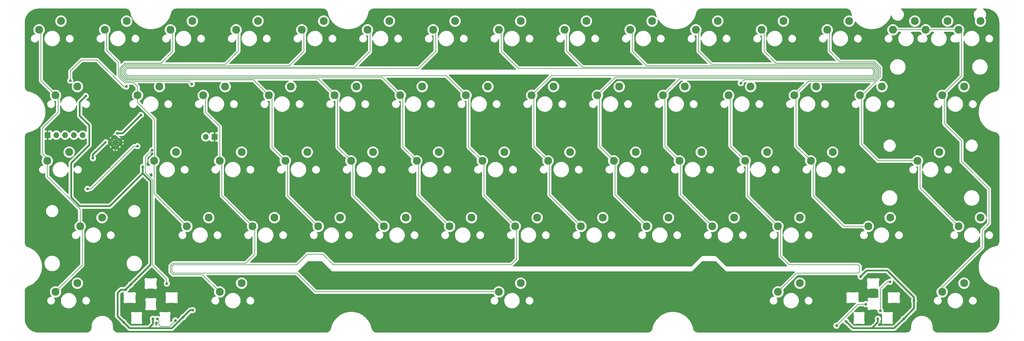
<source format=gtl>
G04 #@! TF.GenerationSoftware,KiCad,Pcbnew,(7.0.0-0)*
G04 #@! TF.CreationDate,2023-05-06T17:41:53-07:00*
G04 #@! TF.ProjectId,popstar,706f7073-7461-4722-9e6b-696361645f70,rev?*
G04 #@! TF.SameCoordinates,Original*
G04 #@! TF.FileFunction,Copper,L1,Top*
G04 #@! TF.FilePolarity,Positive*
%FSLAX46Y46*%
G04 Gerber Fmt 4.6, Leading zero omitted, Abs format (unit mm)*
G04 Created by KiCad (PCBNEW (7.0.0-0)) date 2023-05-06 17:41:53*
%MOMM*%
%LPD*%
G01*
G04 APERTURE LIST*
G04 #@! TA.AperFunction,ComponentPad*
%ADD10C,2.300000*%
G04 #@! TD*
G04 #@! TA.AperFunction,ComponentPad*
%ADD11R,1.700000X1.700000*%
G04 #@! TD*
G04 #@! TA.AperFunction,ComponentPad*
%ADD12O,1.700000X1.700000*%
G04 #@! TD*
G04 #@! TA.AperFunction,ComponentPad*
%ADD13C,0.600000*%
G04 #@! TD*
G04 #@! TA.AperFunction,ViaPad*
%ADD14C,0.800000*%
G04 #@! TD*
G04 #@! TA.AperFunction,ViaPad*
%ADD15C,0.600000*%
G04 #@! TD*
G04 #@! TA.AperFunction,Conductor*
%ADD16C,0.500000*%
G04 #@! TD*
G04 #@! TA.AperFunction,Conductor*
%ADD17C,0.600000*%
G04 #@! TD*
G04 #@! TA.AperFunction,Conductor*
%ADD18C,0.200000*%
G04 #@! TD*
G04 APERTURE END LIST*
D10*
G04 #@! TO.P,SW15,1,1*
G04 #@! TO.N,COL13*
X294640000Y-38735000D03*
G04 #@! TO.P,SW15,2,2*
G04 #@! TO.N,Net-(D26-A)*
X300990000Y-36195000D03*
G04 #@! TD*
G04 #@! TO.P,SW22,1,1*
G04 #@! TO.N,COL05*
X142240000Y-57785000D03*
G04 #@! TO.P,SW22,2,2*
G04 #@! TO.N,Net-(D32-A)*
X148590000Y-55245000D03*
G04 #@! TD*
G04 #@! TO.P,SW55,1,1*
G04 #@! TO.N,COL12*
X304165000Y-95885000D03*
G04 #@! TO.P,SW55,2,2*
G04 #@! TO.N,Net-(D65-A)*
X310515000Y-93345000D03*
G04 #@! TD*
G04 #@! TO.P,SW29,1,1*
G04 #@! TO.N,COL12*
X275590000Y-57785000D03*
G04 #@! TO.P,SW29,2,2*
G04 #@! TO.N,Net-(D39-A)*
X281940000Y-55245000D03*
G04 #@! TD*
G04 #@! TO.P,SW33,1,1*
G04 #@! TO.N,COL03*
X108902500Y-76835000D03*
G04 #@! TO.P,SW33,2,2*
G04 #@! TO.N,Net-(D43-A)*
X115252500Y-74295000D03*
G04 #@! TD*
G04 #@! TO.P,SW25,1,1*
G04 #@! TO.N,COL08*
X199390000Y-57785000D03*
G04 #@! TO.P,SW25,2,2*
G04 #@! TO.N,Net-(D35-A)*
X205740000Y-55245000D03*
G04 #@! TD*
G04 #@! TO.P,SW53,1,1*
G04 #@! TO.N,COL10*
X251777500Y-95885000D03*
G04 #@! TO.P,SW53,2,2*
G04 #@! TO.N,Net-(D63-A)*
X258127500Y-93345000D03*
G04 #@! TD*
G04 #@! TO.P,SW17,1,1*
G04 #@! TO.N,COL00*
X42227500Y-57785000D03*
G04 #@! TO.P,SW17,2,2*
G04 #@! TO.N,Net-(D27-A)*
X48577500Y-55245000D03*
G04 #@! TD*
G04 #@! TO.P,SW41,1,1*
G04 #@! TO.N,COL11*
X261302500Y-76835000D03*
G04 #@! TO.P,SW41,2,2*
G04 #@! TO.N,Net-(D51-A)*
X267652500Y-74295000D03*
G04 #@! TD*
G04 #@! TO.P,SW36,1,1*
G04 #@! TO.N,COL06*
X166052500Y-76835000D03*
G04 #@! TO.P,SW36,2,2*
G04 #@! TO.N,Net-(D46-A)*
X172402500Y-74295000D03*
G04 #@! TD*
G04 #@! TO.P,SW47,1,1*
G04 #@! TO.N,COL04*
X137477500Y-95885000D03*
G04 #@! TO.P,SW47,2,2*
G04 #@! TO.N,Net-(D57-A)*
X143827500Y-93345000D03*
G04 #@! TD*
G04 #@! TO.P,SW11,1,1*
G04 #@! TO.N,COL09*
X208915000Y-38735000D03*
G04 #@! TO.P,SW11,2,2*
G04 #@! TO.N,Net-(D22-A)*
X215265000Y-36195000D03*
G04 #@! TD*
G04 #@! TO.P,SW45,1,1*
G04 #@! TO.N,COL02*
X99377500Y-95885000D03*
G04 #@! TO.P,SW45,2,2*
G04 #@! TO.N,Net-(D55-A)*
X105727500Y-93345000D03*
G04 #@! TD*
G04 #@! TO.P,SW57,1,1*
G04 #@! TO.N,COL02*
X89852500Y-114935000D03*
G04 #@! TO.P,SW57,2,2*
G04 #@! TO.N,Net-(D67-A)*
X96202500Y-112395000D03*
G04 #@! TD*
G04 #@! TO.P,SW56,1,1*
G04 #@! TO.N,COL00*
X42227500Y-114935000D03*
G04 #@! TO.P,SW56,2,2*
G04 #@! TO.N,Net-(D66-A)*
X48577500Y-112395000D03*
G04 #@! TD*
G04 #@! TO.P,SW24,1,1*
G04 #@! TO.N,COL07*
X180340000Y-57785000D03*
G04 #@! TO.P,SW24,2,2*
G04 #@! TO.N,Net-(D34-A)*
X186690000Y-55245000D03*
G04 #@! TD*
G04 #@! TO.P,SW59,1,1*
G04 #@! TO.N,COL10*
X251777500Y-114935000D03*
G04 #@! TO.P,SW59,2,2*
G04 #@! TO.N,Net-(D69-A)*
X258127500Y-112395000D03*
G04 #@! TD*
G04 #@! TO.P,SW7,1,1*
G04 #@! TO.N,COL05*
X132715000Y-38735000D03*
G04 #@! TO.P,SW7,2,2*
G04 #@! TO.N,Net-(D18-A)*
X139065000Y-36195000D03*
G04 #@! TD*
G04 #@! TO.P,SW20,1,1*
G04 #@! TO.N,COL03*
X104140000Y-57785000D03*
G04 #@! TO.P,SW20,2,2*
G04 #@! TO.N,Net-(D30-A)*
X110490000Y-55245000D03*
G04 #@! TD*
G04 #@! TO.P,SW2,1,1*
G04 #@! TO.N,COL00*
X37465000Y-38735000D03*
G04 #@! TO.P,SW2,2,2*
G04 #@! TO.N,Net-(D13-A)*
X43815000Y-36195000D03*
G04 #@! TD*
G04 #@! TO.P,SW31,1,1*
G04 #@! TO.N,COL01*
X70802500Y-76835000D03*
G04 #@! TO.P,SW31,2,2*
G04 #@! TO.N,Net-(D41-A)*
X77152500Y-74295000D03*
G04 #@! TD*
G04 #@! TO.P,SW27,1,1*
G04 #@! TO.N,COL10*
X237490000Y-57785000D03*
G04 #@! TO.P,SW27,2,2*
G04 #@! TO.N,Net-(D37-A)*
X243840000Y-55245000D03*
G04 #@! TD*
G04 #@! TO.P,SW32,1,1*
G04 #@! TO.N,COL02*
X89852500Y-76835000D03*
G04 #@! TO.P,SW32,2,2*
G04 #@! TO.N,Net-(D42-A)*
X96202500Y-74295000D03*
G04 #@! TD*
G04 #@! TO.P,SW34,1,1*
G04 #@! TO.N,COL04*
X127952500Y-76835000D03*
G04 #@! TO.P,SW34,2,2*
G04 #@! TO.N,Net-(D44-A)*
X134302500Y-74295000D03*
G04 #@! TD*
G04 #@! TO.P,SW37,1,1*
G04 #@! TO.N,COL07*
X185102500Y-76835000D03*
G04 #@! TO.P,SW37,2,2*
G04 #@! TO.N,Net-(D47-A)*
X191452500Y-74295000D03*
G04 #@! TD*
G04 #@! TO.P,SW10,1,1*
G04 #@! TO.N,COL08*
X189865000Y-38735000D03*
G04 #@! TO.P,SW10,2,2*
G04 #@! TO.N,Net-(D21-A)*
X196215000Y-36195000D03*
G04 #@! TD*
G04 #@! TO.P,SW21,1,1*
G04 #@! TO.N,COL04*
X123190000Y-57785000D03*
G04 #@! TO.P,SW21,2,2*
G04 #@! TO.N,Net-(D31-A)*
X129540000Y-55245000D03*
G04 #@! TD*
G04 #@! TO.P,SW3,1,1*
G04 #@! TO.N,COL01*
X56515000Y-38735000D03*
G04 #@! TO.P,SW3,2,2*
G04 #@! TO.N,Net-(D14-A)*
X62865000Y-36195000D03*
G04 #@! TD*
G04 #@! TO.P,SW38,1,1*
G04 #@! TO.N,COL08*
X204152500Y-76835000D03*
G04 #@! TO.P,SW38,2,2*
G04 #@! TO.N,Net-(D48-A)*
X210502500Y-74295000D03*
G04 #@! TD*
G04 #@! TO.P,SW50,1,1*
G04 #@! TO.N,COL07*
X194627500Y-95885000D03*
G04 #@! TO.P,SW50,2,2*
G04 #@! TO.N,Net-(D60-A)*
X200977500Y-93345000D03*
G04 #@! TD*
G04 #@! TO.P,SW52,1,1*
G04 #@! TO.N,COL09*
X232727500Y-95885000D03*
G04 #@! TO.P,SW52,2,2*
G04 #@! TO.N,Net-(D62-A)*
X239077500Y-93345000D03*
G04 #@! TD*
G04 #@! TO.P,SW13,1,1*
G04 #@! TO.N,COL11*
X247015000Y-38735000D03*
G04 #@! TO.P,SW13,2,2*
G04 #@! TO.N,Net-(D24-A)*
X253365000Y-36195000D03*
G04 #@! TD*
G04 #@! TO.P,SW35,1,1*
G04 #@! TO.N,COL05*
X147002500Y-76835000D03*
G04 #@! TO.P,SW35,2,2*
G04 #@! TO.N,Net-(D45-A)*
X153352500Y-74295000D03*
G04 #@! TD*
G04 #@! TO.P,SW39,1,1*
G04 #@! TO.N,COL09*
X223202500Y-76835000D03*
G04 #@! TO.P,SW39,2,2*
G04 #@! TO.N,Net-(D49-A)*
X229552500Y-74295000D03*
G04 #@! TD*
G04 #@! TO.P,SW23,1,1*
G04 #@! TO.N,COL06*
X161290000Y-57785000D03*
G04 #@! TO.P,SW23,2,2*
G04 #@! TO.N,Net-(D33-A)*
X167640000Y-55245000D03*
G04 #@! TD*
G04 #@! TO.P,SW51,1,1*
G04 #@! TO.N,COL08*
X213677500Y-95885000D03*
G04 #@! TO.P,SW51,2,2*
G04 #@! TO.N,Net-(D61-A)*
X220027500Y-93345000D03*
G04 #@! TD*
G04 #@! TO.P,SW43,1,1*
G04 #@! TO.N,COL00*
X49371250Y-95885000D03*
G04 #@! TO.P,SW43,2,2*
G04 #@! TO.N,Net-(D53-A)*
X55721250Y-93345000D03*
G04 #@! TD*
G04 #@! TO.P,SW61,1,1*
G04 #@! TO.N,COL13*
X304165000Y-38735000D03*
G04 #@! TO.P,SW61,2,2*
G04 #@! TO.N,Net-(D71-A)*
X310515000Y-36195000D03*
G04 #@! TD*
G04 #@! TO.P,SW44,1,1*
G04 #@! TO.N,COL01*
X80327500Y-95885000D03*
G04 #@! TO.P,SW44,2,2*
G04 #@! TO.N,Net-(D54-A)*
X86677500Y-93345000D03*
G04 #@! TD*
G04 #@! TO.P,SW58,1,1*
G04 #@! TO.N,COL06*
X170815000Y-114935000D03*
G04 #@! TO.P,SW58,2,2*
G04 #@! TO.N,Net-(D68-A)*
X177165000Y-112395000D03*
G04 #@! TD*
G04 #@! TO.P,SW18,1,1*
G04 #@! TO.N,COL01*
X66040000Y-57785000D03*
G04 #@! TO.P,SW18,2,2*
G04 #@! TO.N,Net-(D28-A)*
X72390000Y-55245000D03*
G04 #@! TD*
G04 #@! TO.P,SW5,1,1*
G04 #@! TO.N,COL03*
X94615000Y-38735000D03*
G04 #@! TO.P,SW5,2,2*
G04 #@! TO.N,Net-(D16-A)*
X100965000Y-36195000D03*
G04 #@! TD*
G04 #@! TO.P,SW6,1,1*
G04 #@! TO.N,COL04*
X113665000Y-38735000D03*
G04 #@! TO.P,SW6,2,2*
G04 #@! TO.N,Net-(D17-A)*
X120015000Y-36195000D03*
G04 #@! TD*
G04 #@! TO.P,SW28,1,1*
G04 #@! TO.N,COL11*
X256540000Y-57785000D03*
G04 #@! TO.P,SW28,2,2*
G04 #@! TO.N,Net-(D38-A)*
X262890000Y-55245000D03*
G04 #@! TD*
G04 #@! TO.P,SW48,1,1*
G04 #@! TO.N,COL05*
X156527500Y-95885000D03*
G04 #@! TO.P,SW48,2,2*
G04 #@! TO.N,Net-(D58-A)*
X162877500Y-93345000D03*
G04 #@! TD*
G04 #@! TO.P,SW60,1,1*
G04 #@! TO.N,COL13*
X299402500Y-114935000D03*
G04 #@! TO.P,SW60,2,2*
G04 #@! TO.N,Net-(D70-A)*
X305752500Y-112395000D03*
G04 #@! TD*
G04 #@! TO.P,SW49,1,1*
G04 #@! TO.N,COL06*
X175577500Y-95885000D03*
G04 #@! TO.P,SW49,2,2*
G04 #@! TO.N,Net-(D59-A)*
X181927500Y-93345000D03*
G04 #@! TD*
G04 #@! TO.P,SW30,1,1*
G04 #@! TO.N,COL00*
X39846250Y-76835000D03*
G04 #@! TO.P,SW30,2,2*
G04 #@! TO.N,Net-(D40-A)*
X46196250Y-74295000D03*
G04 #@! TD*
G04 #@! TO.P,SW26,1,1*
G04 #@! TO.N,COL09*
X218440000Y-57785000D03*
G04 #@! TO.P,SW26,2,2*
G04 #@! TO.N,Net-(D36-A)*
X224790000Y-55245000D03*
G04 #@! TD*
G04 #@! TO.P,SW62,1,1*
G04 #@! TO.N,COL13*
X299402500Y-57785000D03*
G04 #@! TO.P,SW62,2,2*
G04 #@! TO.N,Net-(D72-A)*
X305752500Y-55245000D03*
G04 #@! TD*
G04 #@! TO.P,SW16,1,1*
G04 #@! TO.N,COL13*
X285115000Y-38735000D03*
G04 #@! TO.P,SW16,2,2*
G04 #@! TO.N,Net-(D26-A)*
X291465000Y-36195000D03*
G04 #@! TD*
G04 #@! TO.P,SW14,1,1*
G04 #@! TO.N,COL12*
X266065000Y-38735000D03*
G04 #@! TO.P,SW14,2,2*
G04 #@! TO.N,Net-(D25-A)*
X272415000Y-36195000D03*
G04 #@! TD*
G04 #@! TO.P,SW46,1,1*
G04 #@! TO.N,COL03*
X118427500Y-95885000D03*
G04 #@! TO.P,SW46,2,2*
G04 #@! TO.N,Net-(D56-A)*
X124777500Y-93345000D03*
G04 #@! TD*
G04 #@! TO.P,SW40,1,1*
G04 #@! TO.N,COL10*
X242252500Y-76835000D03*
G04 #@! TO.P,SW40,2,2*
G04 #@! TO.N,Net-(D50-A)*
X248602500Y-74295000D03*
G04 #@! TD*
G04 #@! TO.P,SW12,1,1*
G04 #@! TO.N,COL10*
X227965000Y-38735000D03*
G04 #@! TO.P,SW12,2,2*
G04 #@! TO.N,Net-(D23-A)*
X234315000Y-36195000D03*
G04 #@! TD*
G04 #@! TO.P,SW9,1,1*
G04 #@! TO.N,COL07*
X170815000Y-38735000D03*
G04 #@! TO.P,SW9,2,2*
G04 #@! TO.N,Net-(D20-A)*
X177165000Y-36195000D03*
G04 #@! TD*
G04 #@! TO.P,SW19,1,1*
G04 #@! TO.N,COL02*
X85090000Y-57785000D03*
G04 #@! TO.P,SW19,2,2*
G04 #@! TO.N,Net-(D29-A)*
X91440000Y-55245000D03*
G04 #@! TD*
G04 #@! TO.P,SW42,1,1*
G04 #@! TO.N,COL12*
X292258750Y-76835000D03*
G04 #@! TO.P,SW42,2,2*
G04 #@! TO.N,Net-(D52-A)*
X298608750Y-74295000D03*
G04 #@! TD*
G04 #@! TO.P,SW4,1,1*
G04 #@! TO.N,COL02*
X75565000Y-38735000D03*
G04 #@! TO.P,SW4,2,2*
G04 #@! TO.N,Net-(D15-A)*
X81915000Y-36195000D03*
G04 #@! TD*
G04 #@! TO.P,SW8,1,1*
G04 #@! TO.N,COL06*
X151765000Y-38735000D03*
G04 #@! TO.P,SW8,2,2*
G04 #@! TO.N,Net-(D19-A)*
X158115000Y-36195000D03*
G04 #@! TD*
G04 #@! TO.P,SW54,1,1*
G04 #@! TO.N,COL11*
X277971250Y-95885000D03*
G04 #@! TO.P,SW54,2,2*
G04 #@! TO.N,Net-(D64-A)*
X284321250Y-93345000D03*
G04 #@! TD*
D11*
G04 #@! TO.P,J2,1,Pin_1*
G04 #@! TO.N,GND*
X39919999Y-69341999D03*
D12*
G04 #@! TO.P,J2,2,Pin_2*
G04 #@! TO.N,SWCLK*
X42459999Y-69341999D03*
G04 #@! TO.P,J2,3,Pin_3*
G04 #@! TO.N,SWD*
X44999999Y-69341999D03*
G04 #@! TO.P,J2,4,Pin_4*
G04 #@! TO.N,~{RESET}*
X47539999Y-69341999D03*
G04 #@! TO.P,J2,5,Pin_5*
G04 #@! TO.N,+3V3*
X50079999Y-69341999D03*
G04 #@! TD*
D13*
G04 #@! TO.P,U6,57,GND*
G04 #@! TO.N,GND*
X59531250Y-73240622D03*
X60432811Y-72339061D03*
X61334372Y-71437500D03*
X58629689Y-72339061D03*
X59531250Y-71437500D03*
X60432811Y-70535939D03*
X57728128Y-71437500D03*
X58629689Y-70535939D03*
X59531250Y-69634378D03*
G04 #@! TD*
D11*
G04 #@! TO.P,SW1,1,1*
G04 #@! TO.N,GND*
X88336249Y-69874999D03*
D12*
G04 #@! TO.P,SW1,2,2*
G04 #@! TO.N,/~{USB_BOOT}*
X85796249Y-69874999D03*
G04 #@! TD*
D14*
G04 #@! TO.N,+1V1*
X53086000Y-76073000D03*
X60200000Y-68850000D03*
X67000000Y-63500000D03*
D15*
X56800000Y-71350000D03*
D14*
G04 #@! TO.N,GND*
X128500000Y-89000000D03*
X282000000Y-48000000D03*
X202500000Y-120500000D03*
X165000000Y-124250000D03*
X45500000Y-76500000D03*
X83250000Y-118500000D03*
X51500000Y-104500000D03*
X65000000Y-73800500D03*
X233250000Y-47500000D03*
X270500000Y-124750000D03*
X166500000Y-89000000D03*
X72000000Y-82000000D03*
X70250000Y-108750000D03*
X70000000Y-81000000D03*
X67750000Y-120500000D03*
X165000000Y-120000000D03*
X56769000Y-53594000D03*
X267000000Y-125250000D03*
X155000000Y-120000000D03*
X115000000Y-120500000D03*
X62992000Y-63881000D03*
X126000000Y-76000000D03*
X261000000Y-122400000D03*
X204500000Y-89000000D03*
X60000000Y-123750000D03*
X134500000Y-46500000D03*
X54229000Y-78105000D03*
X290250000Y-122750000D03*
X71500000Y-88800000D03*
X283750000Y-113750000D03*
X300000000Y-93500000D03*
X306250000Y-46500000D03*
X210000000Y-120500000D03*
X292750000Y-117500000D03*
X47000000Y-63000000D03*
X49500000Y-57500000D03*
X48750000Y-73500000D03*
X196500000Y-120000000D03*
X95000000Y-123750000D03*
X65405000Y-62738000D03*
X62250000Y-112250000D03*
X59250000Y-91000000D03*
X277000000Y-107250000D03*
X265750000Y-121750000D03*
X68600000Y-101400000D03*
X76500000Y-105250000D03*
X151250000Y-116750000D03*
X66000000Y-76750000D03*
X68072000Y-71755000D03*
X64250000Y-114250000D03*
X98500000Y-122750000D03*
X76750000Y-113250000D03*
X71500000Y-101400000D03*
X50750000Y-88500000D03*
X100750000Y-124000000D03*
X233750000Y-120500000D03*
X272750000Y-110500000D03*
X51500000Y-76000000D03*
X244500000Y-120500000D03*
X289500000Y-119750000D03*
X221000000Y-76000000D03*
X163750000Y-76000000D03*
X86000000Y-122500000D03*
X55499000Y-78105000D03*
X48750000Y-83250000D03*
X109500000Y-89000000D03*
D15*
X277250000Y-119750000D03*
X71750000Y-116250000D03*
D14*
X48500000Y-104500000D03*
X72009000Y-65532000D03*
X81250000Y-122250000D03*
X48250000Y-71250000D03*
X200500000Y-82000000D03*
X68707000Y-65532000D03*
X200000000Y-116750000D03*
D15*
X69500000Y-123750000D03*
D14*
X80500000Y-73500000D03*
X76250000Y-121750000D03*
X46000000Y-71750000D03*
X45000000Y-83250000D03*
X185500000Y-89000000D03*
X124500000Y-82000000D03*
X115000000Y-46500000D03*
X285000000Y-107750000D03*
X127500000Y-116750000D03*
X115000000Y-116750000D03*
X143500000Y-82000000D03*
X72250000Y-73750000D03*
X65000000Y-84800000D03*
X54861000Y-85675000D03*
X41250000Y-67000000D03*
X147750000Y-120500000D03*
X286500000Y-122000000D03*
X281250000Y-124500000D03*
X75750000Y-111250000D03*
X272750000Y-122500000D03*
X251750000Y-47250000D03*
X74250000Y-108250000D03*
X147500000Y-89000000D03*
X103500000Y-66000000D03*
X292500000Y-39750000D03*
X45000000Y-39000000D03*
X62750000Y-122000000D03*
X81500000Y-117000000D03*
X182750000Y-76000000D03*
X177000000Y-48750000D03*
X251500000Y-122400000D03*
X162500000Y-82000000D03*
X223500000Y-89000000D03*
X49000000Y-77500000D03*
X233750000Y-116750000D03*
X68600000Y-103500000D03*
X141500000Y-66000000D03*
X96000000Y-46500000D03*
X83250000Y-121750000D03*
X61000000Y-113000000D03*
X43250000Y-86750000D03*
X283000000Y-52500000D03*
X57699500Y-78706111D03*
X63500000Y-79000000D03*
X81500000Y-56000000D03*
X262000000Y-89000000D03*
X61750000Y-119750000D03*
X181500000Y-82000000D03*
X306000000Y-79750000D03*
X71500000Y-103500000D03*
X153250000Y-124250000D03*
X195750000Y-48500000D03*
X65300000Y-70400000D03*
X106750000Y-76000000D03*
X52300000Y-86200000D03*
X66480713Y-77519287D03*
X58750000Y-119750000D03*
X87000000Y-118750000D03*
X254000000Y-104000000D03*
X198500000Y-124250000D03*
X220000000Y-82000000D03*
X68600000Y-88800000D03*
X122500000Y-66000000D03*
X239500000Y-54000000D03*
X53500000Y-72250000D03*
X77000000Y-46500000D03*
X270500000Y-46750000D03*
X198500000Y-66000000D03*
X140000000Y-116750000D03*
X243000000Y-89000000D03*
X105500000Y-82000000D03*
D15*
X72000000Y-115250000D03*
D14*
X62000000Y-125750000D03*
X259000000Y-76000000D03*
X186000000Y-120000000D03*
X144750000Y-76000000D03*
X61800000Y-84400000D03*
X58400000Y-62411000D03*
X186000000Y-124250000D03*
X153000000Y-46500000D03*
X83500000Y-54500000D03*
X90500000Y-89000000D03*
X274500000Y-66000000D03*
X279250000Y-123750000D03*
X236500000Y-66000000D03*
X79500000Y-123750000D03*
X210000000Y-116750000D03*
X71500000Y-124000000D03*
X86500000Y-82000000D03*
X165750000Y-67750000D03*
X105500000Y-119250000D03*
X59400000Y-62411000D03*
X71800000Y-121400000D03*
X83000000Y-68500000D03*
X140000000Y-120500000D03*
X301500000Y-54000000D03*
X282500000Y-114750000D03*
X41000000Y-62400000D03*
X174500000Y-104000000D03*
X103750000Y-125000000D03*
X258000000Y-82000000D03*
X63500000Y-111250000D03*
X50600000Y-86200000D03*
X301000000Y-75250000D03*
X70250000Y-74750000D03*
X201750000Y-76000000D03*
X268500000Y-120250000D03*
X64135000Y-63373000D03*
X80250000Y-119750000D03*
X104500000Y-116750000D03*
X74000000Y-69500000D03*
X273250000Y-113750000D03*
X91250000Y-122750000D03*
X214250000Y-48000000D03*
X277400000Y-110500000D03*
X108750000Y-120500000D03*
X37500000Y-56250000D03*
X289000000Y-82000000D03*
X271250000Y-125750000D03*
X241250000Y-55750000D03*
X221250000Y-116750000D03*
X50500000Y-62000000D03*
X58000000Y-117000000D03*
X57250000Y-88250000D03*
X88500000Y-125000000D03*
X64135000Y-55372000D03*
X52451000Y-58801000D03*
X67500000Y-118250000D03*
X50750000Y-67000000D03*
X46000000Y-56000000D03*
X58500000Y-57000000D03*
X47250000Y-67000000D03*
X65000000Y-79800000D03*
X57200000Y-62411000D03*
X60500000Y-46500000D03*
X53500000Y-66750000D03*
X69000000Y-77750000D03*
X247500000Y-116750000D03*
X48000000Y-91500000D03*
X50750000Y-91500000D03*
X290000000Y-75500000D03*
X77750000Y-121250000D03*
X239000000Y-82000000D03*
X240000000Y-76000000D03*
X177500000Y-104000000D03*
X98000000Y-104000000D03*
X57750000Y-61250000D03*
X217500000Y-66000000D03*
X255500000Y-66000000D03*
X39500000Y-47000000D03*
G04 #@! TO.N,+5V*
X79250000Y-122250000D03*
X64020145Y-112820145D03*
X51000000Y-58000000D03*
X275750000Y-110500000D03*
X271500000Y-123500000D03*
X62000000Y-123750000D03*
X67550500Y-78589075D03*
X70500000Y-122750000D03*
X82000000Y-120250000D03*
X291250000Y-117500000D03*
X280750000Y-122750000D03*
X288250000Y-122750000D03*
X62545145Y-114295145D03*
G04 #@! TO.N,ARGB_5V*
X74500000Y-112500000D03*
X70250000Y-73750000D03*
G04 #@! TO.N,Net-(D6-DOUT)*
X77000000Y-123250000D03*
X277250000Y-118500000D03*
X71750000Y-122750000D03*
X268750000Y-124750000D03*
G04 #@! TO.N,Net-(D11-DOUT)*
X281500000Y-120400000D03*
X284250000Y-112000000D03*
G04 #@! TO.N,ROW1*
X62750000Y-55250000D03*
X46500000Y-53500000D03*
G04 #@! TO.N,ROW2*
X65978417Y-72554430D03*
X51500000Y-85000000D03*
G04 #@! TO.N,COL02*
X81750000Y-54500000D03*
G04 #@! TO.N,COL10*
X241000000Y-54250000D03*
G04 #@! TD*
D16*
G04 #@! TO.N,+1V1*
X53086000Y-76073000D02*
X53086000Y-75064000D01*
X53086000Y-75064000D02*
X56800000Y-71350000D01*
X61650000Y-68850000D02*
X60200000Y-68850000D01*
X67000000Y-63500000D02*
X61650000Y-68850000D01*
D17*
G04 #@! TO.N,GND*
X58629689Y-72339061D02*
X59531250Y-73240622D01*
X57728128Y-71437500D02*
X59531250Y-71437500D01*
X61334372Y-71437500D02*
X60432811Y-70535939D01*
X58629689Y-72339061D02*
X59531250Y-71437500D01*
X60432811Y-70535939D02*
X59531250Y-69634378D01*
X58629689Y-70535939D02*
X57728128Y-71437500D01*
X60432811Y-70535939D02*
X59531250Y-71437500D01*
X58629689Y-70535939D02*
X59531250Y-71437500D01*
X60432811Y-72339061D02*
X61334372Y-71437500D01*
X59531250Y-73240622D02*
X59531250Y-71437500D01*
X59531250Y-73240622D02*
X60432811Y-72339061D01*
X57728128Y-71437500D02*
X58629689Y-72339061D01*
X61334372Y-71437500D02*
X59531250Y-71437500D01*
X59531250Y-69634378D02*
X58629689Y-70535939D01*
X60432811Y-72339061D02*
X59531250Y-71437500D01*
X59531250Y-69634378D02*
X59531250Y-71437500D01*
D16*
X80032000Y-65532000D02*
X83000000Y-68500000D01*
X72009000Y-65532000D02*
X80032000Y-65532000D01*
G04 #@! TO.N,+5V*
X68250000Y-125500000D02*
X69250000Y-125500000D01*
X285500000Y-125500000D02*
X288250000Y-122750000D01*
X60875000Y-122625000D02*
X62000000Y-123750000D01*
X60250000Y-115250000D02*
X60250000Y-122000000D01*
X291250000Y-116500000D02*
X283875000Y-109125000D01*
X69250000Y-125500000D02*
X70500000Y-124250000D01*
X58000000Y-90000000D02*
X49277818Y-90000000D01*
X52000000Y-72250000D02*
X52000000Y-66500000D01*
X70500000Y-124250000D02*
X70500000Y-122750000D01*
X49277818Y-90000000D02*
X46750000Y-87472182D01*
X68250000Y-125500000D02*
X76000000Y-125500000D01*
X61204855Y-114295145D02*
X60250000Y-115250000D01*
X79250000Y-122250000D02*
X81250000Y-120250000D01*
X271500000Y-123500000D02*
X273500000Y-125500000D01*
X69852500Y-106987790D02*
X64020145Y-112820145D01*
X291250000Y-117500000D02*
X291250000Y-116500000D01*
X52000000Y-66500000D02*
X49250000Y-63750000D01*
X279000000Y-125500000D02*
X285500000Y-125500000D01*
X60875000Y-122625000D02*
X61500000Y-123250000D01*
X61500000Y-123250000D02*
X62000000Y-123750000D01*
X69852500Y-82727818D02*
X69852500Y-106987790D01*
X67550500Y-80449500D02*
X58000000Y-90000000D01*
X282000000Y-108750000D02*
X277500000Y-108750000D01*
X283875000Y-109125000D02*
X283500000Y-108750000D01*
X67550500Y-78589075D02*
X67550500Y-79500000D01*
X291250000Y-119750000D02*
X291250000Y-118750000D01*
X67550500Y-80425818D02*
X69852500Y-82727818D01*
X49250000Y-59750000D02*
X51000000Y-58000000D01*
X273500000Y-125500000D02*
X279000000Y-125500000D01*
X279000000Y-125500000D02*
X280750000Y-123750000D01*
X288250000Y-122750000D02*
X291250000Y-119750000D01*
X67550500Y-79500000D02*
X67550500Y-80425818D01*
X277500000Y-108750000D02*
X275750000Y-110500000D01*
X60250000Y-122000000D02*
X60875000Y-122625000D01*
X67550500Y-79500000D02*
X67550500Y-80449500D01*
X62545145Y-114295145D02*
X61204855Y-114295145D01*
X64020145Y-112820145D02*
X62545145Y-114295145D01*
X49250000Y-63750000D02*
X49250000Y-59750000D01*
X76000000Y-125500000D02*
X79250000Y-122250000D01*
X81250000Y-120250000D02*
X82000000Y-120250000D01*
X46750000Y-87472182D02*
X46750000Y-77500000D01*
X291250000Y-118750000D02*
X291250000Y-117500000D01*
X63750000Y-125500000D02*
X68250000Y-125500000D01*
X280750000Y-123750000D02*
X280750000Y-122750000D01*
X62000000Y-123750000D02*
X63750000Y-125500000D01*
X283500000Y-108750000D02*
X282000000Y-108750000D01*
X46750000Y-77500000D02*
X52000000Y-72250000D01*
D18*
G04 #@! TO.N,ARGB_5V*
X73375000Y-110125000D02*
X74500000Y-111250000D01*
X68250000Y-80347500D02*
X70402500Y-82500000D01*
X70402500Y-107152500D02*
X71000000Y-107750000D01*
X74500000Y-111250000D02*
X74500000Y-112500000D01*
X68250000Y-75750000D02*
X68250000Y-80347500D01*
X70402500Y-82500000D02*
X70402500Y-107152500D01*
X71000000Y-107750000D02*
X73375000Y-110125000D01*
X70250000Y-73750000D02*
X68250000Y-75750000D01*
G04 #@! TO.N,Net-(D6-DOUT)*
X72200000Y-123200000D02*
X72200000Y-124450000D01*
X71750000Y-122750000D02*
X72200000Y-123200000D01*
X75300000Y-124950000D02*
X77000000Y-123250000D01*
X72700000Y-124950000D02*
X75300000Y-124950000D01*
X72200000Y-124450000D02*
X72700000Y-124950000D01*
X275000000Y-118500000D02*
X277250000Y-118500000D01*
X268750000Y-124750000D02*
X275000000Y-118500000D01*
G04 #@! TO.N,Net-(D11-DOUT)*
X281500000Y-120400000D02*
X281500000Y-114000000D01*
X283500000Y-112000000D02*
X284250000Y-112000000D01*
X281500000Y-114000000D02*
X283500000Y-112000000D01*
G04 #@! TO.N,ROW1*
X46500000Y-53500000D02*
X46500000Y-50750000D01*
X46500000Y-50750000D02*
X49750000Y-47500000D01*
X49750000Y-47500000D02*
X54250000Y-47500000D01*
X54250000Y-47500000D02*
X62000000Y-55250000D01*
X62000000Y-55250000D02*
X62750000Y-55250000D01*
G04 #@! TO.N,ROW2*
X52510050Y-85000000D02*
X51500000Y-85000000D01*
X64955620Y-72554430D02*
X52510050Y-85000000D01*
X65978417Y-72554430D02*
X64955620Y-72554430D01*
G04 #@! TO.N,COL00*
X38500000Y-74777818D02*
X38500000Y-67250000D01*
X39846250Y-81346250D02*
X39846250Y-76835000D01*
X49371250Y-95885000D02*
X50000000Y-96513750D01*
X39846250Y-76835000D02*
X39846250Y-76124068D01*
X38500000Y-67250000D02*
X43000000Y-62750000D01*
X37465000Y-38735000D02*
X38000000Y-39270000D01*
X39846250Y-76124068D02*
X38500000Y-74777818D01*
X50000000Y-96513750D02*
X50000000Y-107162500D01*
X43000000Y-58557500D02*
X42227500Y-57785000D01*
X43000000Y-62750000D02*
X43000000Y-58557500D01*
X38000000Y-39270000D02*
X38000000Y-53557500D01*
X49371250Y-95885000D02*
X49371250Y-90871250D01*
X50000000Y-107162500D02*
X42227500Y-114935000D01*
X49371250Y-90871250D02*
X39846250Y-81346250D01*
X38000000Y-53557500D02*
X42227500Y-57785000D01*
G04 #@! TO.N,COL01*
X60500000Y-48250000D02*
X60500000Y-52328426D01*
X57000000Y-39220000D02*
X57000000Y-44750000D01*
X66040000Y-57785000D02*
X66040000Y-59829775D01*
X57000000Y-44750000D02*
X60500000Y-48250000D01*
X70950000Y-64739775D02*
X70950000Y-76687500D01*
X70802500Y-86360000D02*
X80327500Y-95885000D01*
X62271571Y-54099998D02*
X64900002Y-54099998D01*
X70802500Y-76835000D02*
X70802500Y-86360000D01*
X66040000Y-55239996D02*
X66040000Y-57785000D01*
X64900002Y-54099998D02*
X66040000Y-55239996D01*
X56515000Y-38735000D02*
X57000000Y-39220000D01*
X70950000Y-76687500D02*
X70802500Y-76835000D01*
X66040000Y-59829775D02*
X70950000Y-64739775D01*
X60500000Y-52328426D02*
X62271571Y-54099998D01*
G04 #@! TO.N,COL02*
X89852500Y-66833750D02*
X85725000Y-62706250D01*
X84817500Y-109900000D02*
X89852500Y-114935000D01*
X76250000Y-39420000D02*
X76250000Y-45000000D01*
X62337260Y-48400000D02*
X60900002Y-49837256D01*
X89852500Y-76835000D02*
X90487500Y-77470000D01*
X100000000Y-96500000D02*
X100000000Y-104000000D01*
X62437256Y-53699998D02*
X80950000Y-53700000D01*
X60900002Y-49837256D02*
X60900000Y-52162740D01*
X76250000Y-45000000D02*
X72850000Y-48400000D01*
X90487500Y-86995000D02*
X99377500Y-95885000D01*
X100000000Y-104000000D02*
X97400000Y-106600000D01*
X99377500Y-95885000D02*
X99385000Y-95885000D01*
X80950000Y-53700000D02*
X81750000Y-54500000D01*
X76334315Y-109900000D02*
X84817500Y-109900000D01*
X75600000Y-109165686D02*
X76334315Y-109900000D01*
X75565000Y-38735000D02*
X76250000Y-39420000D01*
X99385000Y-95885000D02*
X100000000Y-96500000D01*
X60900000Y-52162740D02*
X62437256Y-53699998D01*
X75600000Y-107334315D02*
X75600000Y-109165686D01*
X72850000Y-48400000D02*
X62337260Y-48400000D01*
X90487500Y-77470000D02*
X90487500Y-86995000D01*
X85725000Y-62706250D02*
X85725000Y-58420000D01*
X85725000Y-58420000D02*
X85090000Y-57785000D01*
X97400000Y-106600000D02*
X76334314Y-106600000D01*
X76334314Y-106600000D02*
X75600000Y-107334315D01*
X89852500Y-76835000D02*
X89852500Y-66833750D01*
G04 #@! TO.N,COL03*
X91450000Y-48800000D02*
X95250000Y-45000000D01*
X62502945Y-48800000D02*
X91450000Y-48800000D01*
X108902500Y-76835000D02*
X105000000Y-72932500D01*
X62602942Y-53299999D02*
X61300000Y-51997055D01*
X104140000Y-57785000D02*
X99655000Y-53300000D01*
X105000000Y-58645000D02*
X104140000Y-57785000D01*
X109500000Y-86957500D02*
X118427500Y-95885000D01*
X61300001Y-50002942D02*
X62502945Y-48800000D01*
X109500000Y-77432500D02*
X109500000Y-86957500D01*
X95250000Y-45000000D02*
X95250000Y-39370000D01*
X99655000Y-53300000D02*
X62602942Y-53299999D01*
X61300000Y-51997055D02*
X61300001Y-50002942D01*
X108902500Y-76835000D02*
X109500000Y-77432500D01*
X95250000Y-39370000D02*
X94615000Y-38735000D01*
X105000000Y-72932500D02*
X105000000Y-58645000D01*
G04 #@! TO.N,COL04*
X123190000Y-57785000D02*
X118305000Y-52900000D01*
X128500000Y-77382500D02*
X128500000Y-86907500D01*
X61700000Y-51831370D02*
X61700000Y-50168628D01*
X127952500Y-76835000D02*
X124000000Y-72882500D01*
X127952500Y-76835000D02*
X128500000Y-77382500D01*
X118305000Y-52900000D02*
X62768628Y-52900000D01*
X128500000Y-86907500D02*
X137477500Y-95885000D01*
X124000000Y-58595000D02*
X123190000Y-57785000D01*
X114250000Y-45000000D02*
X114250000Y-39320000D01*
X124000000Y-72882500D02*
X124000000Y-58595000D01*
X62668630Y-49200000D02*
X110050000Y-49200000D01*
X62768628Y-52900000D02*
X61700000Y-51831370D01*
X61700000Y-50168628D02*
X62668630Y-49200000D01*
X110050000Y-49200000D02*
X114250000Y-45000000D01*
X114250000Y-39320000D02*
X113665000Y-38735000D01*
G04 #@! TO.N,COL05*
X147500000Y-77332500D02*
X147500000Y-86857500D01*
X62100000Y-51665685D02*
X62100000Y-50334314D01*
X147002500Y-76835000D02*
X143000000Y-72832500D01*
X147500000Y-86857500D02*
X156527500Y-95885000D01*
X133500000Y-45000000D02*
X133500000Y-39520000D01*
X128900000Y-49600000D02*
X133500000Y-45000000D01*
X147002500Y-76835000D02*
X147500000Y-77332500D01*
X62100000Y-50334314D02*
X62834315Y-49600000D01*
X62834315Y-49600000D02*
X128900000Y-49600000D01*
X143000000Y-72832500D02*
X143000000Y-58545000D01*
X133500000Y-39520000D02*
X132715000Y-38735000D01*
X142240000Y-57785000D02*
X136955000Y-52500000D01*
X136955000Y-52500000D02*
X62934314Y-52500000D01*
X62934314Y-52500000D02*
X62100000Y-51665685D01*
X143000000Y-58545000D02*
X142240000Y-57785000D01*
G04 #@! TO.N,COL06*
X176000000Y-96307500D02*
X175577500Y-95885000D01*
X63000000Y-50000000D02*
X147500000Y-50000000D01*
X166500000Y-77282500D02*
X166500000Y-86807500D01*
X112250000Y-109500000D02*
X76500000Y-109500000D01*
X63100000Y-52100000D02*
X62500000Y-51500000D01*
X112250000Y-107000000D02*
X115250000Y-104000000D01*
X166500000Y-86807500D02*
X175577500Y-95885000D01*
X76000000Y-109000000D02*
X76000000Y-107500000D01*
X152500000Y-39470000D02*
X151765000Y-38735000D01*
X162000000Y-58495000D02*
X161290000Y-57785000D01*
X166052500Y-76835000D02*
X166500000Y-77282500D01*
X115250000Y-104000000D02*
X119750000Y-104000000D01*
X76500000Y-109500000D02*
X76000000Y-109000000D01*
X166052500Y-76835000D02*
X162000000Y-72782500D01*
X152500000Y-45000000D02*
X152500000Y-39470000D01*
X176000000Y-105400000D02*
X176000000Y-96307500D01*
X161290000Y-57785000D02*
X155605000Y-52100000D01*
X155605000Y-52100000D02*
X63100000Y-52100000D01*
X119750000Y-104000000D02*
X122750000Y-107000000D01*
X147500000Y-50000000D02*
X152500000Y-45000000D01*
X76500000Y-107000000D02*
X112250000Y-107000000D01*
X62500000Y-50500000D02*
X63000000Y-50000000D01*
X162000000Y-72782500D02*
X162000000Y-58495000D01*
X174400000Y-107000000D02*
X176000000Y-105400000D01*
X170815000Y-114935000D02*
X117685000Y-114935000D01*
X122750000Y-107000000D02*
X174400000Y-107000000D01*
X117685000Y-114935000D02*
X112250000Y-109500000D01*
X76000000Y-107500000D02*
X76500000Y-107000000D01*
X62500000Y-51500000D02*
X62500000Y-50500000D01*
G04 #@! TO.N,COL07*
X171500000Y-39420000D02*
X170815000Y-38735000D01*
X185102500Y-77102500D02*
X185500000Y-77500000D01*
X185500000Y-86757500D02*
X194627500Y-95885000D01*
X180340000Y-57785000D02*
X186025000Y-52100000D01*
X185102500Y-76835000D02*
X181000000Y-72732500D01*
X185102500Y-76835000D02*
X185102500Y-77102500D01*
X171500000Y-45000000D02*
X171500000Y-39420000D01*
X176500000Y-50000000D02*
X171500000Y-45000000D01*
X181000000Y-72732500D02*
X181000000Y-58445000D01*
X181000000Y-58445000D02*
X180340000Y-57785000D01*
X279000000Y-50000000D02*
X176500000Y-50000000D01*
X185500000Y-77500000D02*
X185500000Y-86757500D01*
X186025000Y-52100000D02*
X279000000Y-52100000D01*
X279500000Y-50500000D02*
X279000000Y-50000000D01*
X279000000Y-52100000D02*
X279500000Y-51600000D01*
X279500000Y-51600000D02*
X279500000Y-50500000D01*
G04 #@! TO.N,COL08*
X190500000Y-39370000D02*
X189865000Y-38735000D01*
X190500000Y-45000000D02*
X190500000Y-39370000D01*
X279165686Y-52500000D02*
X279900000Y-51765685D01*
X279900000Y-50334314D02*
X279165685Y-49600000D01*
X195100000Y-49600000D02*
X190500000Y-45000000D01*
X204152500Y-76835000D02*
X204335000Y-76835000D01*
X279165685Y-49600000D02*
X195100000Y-49600000D01*
X200000000Y-58395000D02*
X199390000Y-57785000D01*
X204335000Y-76835000D02*
X204500000Y-77000000D01*
X204152500Y-76835000D02*
X200000000Y-72682500D01*
X204675000Y-52500000D02*
X279165686Y-52500000D01*
X204152500Y-76835000D02*
X204500000Y-77182500D01*
X279900000Y-51765685D02*
X279900000Y-50334314D01*
X200000000Y-72682500D02*
X200000000Y-58395000D01*
X204500000Y-77182500D02*
X204500000Y-86707500D01*
X199390000Y-57785000D02*
X204675000Y-52500000D01*
X204500000Y-86707500D02*
X213677500Y-95885000D01*
G04 #@! TO.N,COL09*
X280300000Y-51931370D02*
X280300000Y-50168628D01*
X209500000Y-45000000D02*
X209500000Y-39320000D01*
X223500000Y-86657500D02*
X232727500Y-95885000D01*
X219000000Y-58345000D02*
X218440000Y-57785000D01*
X219000000Y-72632500D02*
X219000000Y-58345000D01*
X218440000Y-57785000D02*
X223325000Y-52900000D01*
X279331370Y-49200000D02*
X213700000Y-49200000D01*
X279331370Y-52900000D02*
X279865685Y-52365685D01*
X223202500Y-76835000D02*
X223500000Y-77132500D01*
X279865685Y-52365685D02*
X280300000Y-51931370D01*
X279331372Y-52900000D02*
X279865685Y-52365685D01*
X223325000Y-52900000D02*
X279331370Y-52900000D01*
X280300000Y-50168628D02*
X279331370Y-49200000D01*
X209500000Y-39320000D02*
X208915000Y-38735000D01*
X213700000Y-49200000D02*
X209500000Y-45000000D01*
X223202500Y-76835000D02*
X219000000Y-72632500D01*
X223500000Y-77132500D02*
X223500000Y-86657500D01*
G04 #@! TO.N,COL10*
X243000000Y-77582500D02*
X243000000Y-87107500D01*
X242252500Y-76835000D02*
X243000000Y-77582500D01*
X252500000Y-96607500D02*
X252500000Y-104500000D01*
X238000000Y-72582500D02*
X242252500Y-76835000D01*
X228750000Y-39520000D02*
X227965000Y-38735000D01*
X242000000Y-53300000D02*
X279497056Y-53300000D01*
X255000000Y-107000000D02*
X275000000Y-107000000D01*
X275500000Y-109000000D02*
X275000000Y-109500000D01*
X279497055Y-48800000D02*
X232550000Y-48800000D01*
X280699999Y-50002942D02*
X279497055Y-48800000D01*
X257212500Y-109500000D02*
X251777500Y-114935000D01*
X243000000Y-87107500D02*
X251777500Y-95885000D01*
X228750000Y-45000000D02*
X228750000Y-39520000D01*
X238000000Y-58295000D02*
X238000000Y-72582500D01*
X280700000Y-52097055D02*
X280699999Y-50002942D01*
X275000000Y-107000000D02*
X275500000Y-107500000D01*
X241950000Y-53300000D02*
X241000000Y-54250000D01*
X232550000Y-48800000D02*
X228750000Y-45000000D01*
X237490000Y-57785000D02*
X238000000Y-58295000D01*
X279898528Y-52898528D02*
X280700000Y-52097055D01*
X252500000Y-104500000D02*
X255000000Y-107000000D01*
X242000000Y-53300000D02*
X241950000Y-53300000D01*
X251777500Y-95885000D02*
X252500000Y-96607500D01*
X279497056Y-53300000D02*
X279898528Y-52898528D01*
X275500000Y-107500000D02*
X275500000Y-109000000D01*
X275000000Y-109500000D02*
X257212500Y-109500000D01*
X279497058Y-53299999D02*
X279898528Y-52898528D01*
G04 #@! TO.N,COL11*
X281099998Y-49837256D02*
X279662740Y-48400000D01*
X257000000Y-72532500D02*
X257000000Y-58245000D01*
X281100000Y-52262740D02*
X281099998Y-49837256D01*
X247750000Y-39470000D02*
X247015000Y-38735000D01*
X279662742Y-53700000D02*
X281100000Y-52262740D01*
X279662740Y-48400000D02*
X251150000Y-48400000D01*
X270885000Y-95885000D02*
X262000000Y-87000000D01*
X262000000Y-77532500D02*
X261302500Y-76835000D01*
X247750000Y-45000000D02*
X247750000Y-39470000D01*
X261302500Y-76835000D02*
X257000000Y-72532500D01*
X262000000Y-87000000D02*
X262000000Y-77532500D01*
X251150000Y-48400000D02*
X247750000Y-45000000D01*
X260625000Y-53700000D02*
X279662742Y-53700000D01*
X257000000Y-58245000D02*
X256540000Y-57785000D01*
X277971250Y-95885000D02*
X270885000Y-95885000D01*
X256540000Y-57785000D02*
X260625000Y-53700000D01*
G04 #@! TO.N,COL12*
X266750000Y-45000000D02*
X266750000Y-39420000D01*
X292258750Y-76835000D02*
X293000000Y-77576250D01*
X276000000Y-58195000D02*
X275590000Y-57785000D01*
X293000000Y-84720000D02*
X304165000Y-95885000D01*
X269750000Y-48000000D02*
X266750000Y-45000000D01*
X266750000Y-39420000D02*
X266065000Y-38735000D01*
X276000000Y-72000000D02*
X276000000Y-58195000D01*
X275590000Y-57785000D02*
X276143427Y-57785000D01*
X279828426Y-48000000D02*
X269750000Y-48000000D01*
X292258750Y-76835000D02*
X280835000Y-76835000D01*
X281500000Y-49671574D02*
X279828426Y-48000000D01*
X280835000Y-76835000D02*
X276000000Y-72000000D01*
X281500000Y-52428427D02*
X281500000Y-49671574D01*
X276143427Y-57785000D02*
X281500000Y-52428427D01*
X293000000Y-77576250D02*
X293000000Y-84720000D01*
G04 #@! TO.N,COL13*
X294640000Y-38735000D02*
X285115000Y-38735000D01*
X299402500Y-113597500D02*
X299402500Y-114935000D01*
X313000000Y-95000000D02*
X311000000Y-97000000D01*
X305000000Y-39570000D02*
X304165000Y-38735000D01*
X304165000Y-38735000D02*
X294640000Y-38735000D01*
X305000000Y-52187500D02*
X305000000Y-39570000D01*
X313000000Y-85000000D02*
X313000000Y-95000000D01*
X299402500Y-57785000D02*
X300000000Y-58382500D01*
X311000000Y-97000000D02*
X311000000Y-102000000D01*
X300000000Y-58382500D02*
X300000000Y-66000000D01*
X305000000Y-71000000D02*
X305000000Y-77000000D01*
X305000000Y-77000000D02*
X313000000Y-85000000D01*
X300000000Y-66000000D02*
X305000000Y-71000000D01*
X311000000Y-102000000D02*
X299402500Y-113597500D01*
X299402500Y-57785000D02*
X305000000Y-52187500D01*
G04 #@! TD*
G04 #@! TA.AperFunction,Conductor*
G04 #@! TO.N,GND*
G36*
X285325358Y-111636726D02*
G01*
X290463181Y-116774549D01*
X290490061Y-116814777D01*
X290499500Y-116862230D01*
X290499500Y-116965679D01*
X290482887Y-117027679D01*
X290426069Y-117126089D01*
X290426066Y-117126094D01*
X290422821Y-117131716D01*
X290420815Y-117137888D01*
X290420813Y-117137894D01*
X290366333Y-117305564D01*
X290366331Y-117305573D01*
X290364326Y-117311744D01*
X290363648Y-117318194D01*
X290363646Y-117318204D01*
X290346075Y-117485393D01*
X290344540Y-117500000D01*
X290345219Y-117506460D01*
X290363646Y-117681795D01*
X290363647Y-117681803D01*
X290364326Y-117688256D01*
X290366331Y-117694428D01*
X290366333Y-117694435D01*
X290413176Y-117838601D01*
X290422821Y-117868284D01*
X290426068Y-117873908D01*
X290426069Y-117873910D01*
X290449434Y-117914379D01*
X290480267Y-117967784D01*
X290482887Y-117972321D01*
X290499500Y-118034321D01*
X290499500Y-119387771D01*
X290490061Y-119435224D01*
X290463181Y-119475452D01*
X288097228Y-121841402D01*
X288068715Y-121862694D01*
X288035330Y-121875011D01*
X287976556Y-121887504D01*
X287976552Y-121887504D01*
X287970197Y-121888856D01*
X287964262Y-121891498D01*
X287964254Y-121891501D01*
X287803207Y-121963205D01*
X287803202Y-121963207D01*
X287797270Y-121965849D01*
X287792016Y-121969665D01*
X287792011Y-121969669D01*
X287649388Y-122073290D01*
X287649381Y-122073295D01*
X287644129Y-122077112D01*
X287639784Y-122081937D01*
X287639779Y-122081942D01*
X287521813Y-122212956D01*
X287521808Y-122212962D01*
X287517467Y-122217784D01*
X287514222Y-122223404D01*
X287514218Y-122223410D01*
X287426069Y-122376089D01*
X287426066Y-122376094D01*
X287422821Y-122381716D01*
X287420816Y-122387885D01*
X287420814Y-122387891D01*
X287367479Y-122552039D01*
X287337229Y-122601401D01*
X285225451Y-124713181D01*
X285185223Y-124740061D01*
X285137770Y-124749500D01*
X281111230Y-124749500D01*
X281054935Y-124735985D01*
X281010912Y-124698386D01*
X280988757Y-124644898D01*
X280993299Y-124587182D01*
X281023547Y-124537820D01*
X281235648Y-124325718D01*
X281249266Y-124313950D01*
X281268530Y-124299610D01*
X281300366Y-124261667D01*
X281307680Y-124253688D01*
X281308264Y-124253103D01*
X281311591Y-124249777D01*
X281330833Y-124225439D01*
X281333090Y-124222670D01*
X281375206Y-124172479D01*
X281381302Y-124165214D01*
X281384548Y-124158748D01*
X281386436Y-124155879D01*
X281386645Y-124155589D01*
X281386819Y-124155278D01*
X281388624Y-124152350D01*
X281393111Y-124146677D01*
X281424834Y-124078645D01*
X281426349Y-124075514D01*
X281460040Y-124008433D01*
X281461708Y-124001391D01*
X281462878Y-123998178D01*
X281463022Y-123997831D01*
X281463118Y-123997492D01*
X281464199Y-123994227D01*
X281467257Y-123987673D01*
X281482435Y-123914157D01*
X281483197Y-123910722D01*
X281500500Y-123837721D01*
X281500500Y-123830501D01*
X281500902Y-123827062D01*
X281500956Y-123826723D01*
X281500972Y-123826373D01*
X281501273Y-123822930D01*
X281502734Y-123815855D01*
X281500552Y-123740869D01*
X281500500Y-123737262D01*
X281500500Y-123284321D01*
X281517113Y-123222321D01*
X281577179Y-123118284D01*
X281635674Y-122938256D01*
X281655460Y-122750000D01*
X281635674Y-122561744D01*
X281577179Y-122381716D01*
X281482533Y-122217784D01*
X281449439Y-122181030D01*
X281360220Y-122081942D01*
X281360219Y-122081941D01*
X281355871Y-122077112D01*
X281350613Y-122073292D01*
X281350611Y-122073290D01*
X281207988Y-121969669D01*
X281207987Y-121969668D01*
X281202730Y-121965849D01*
X281196792Y-121963205D01*
X281035745Y-121891501D01*
X281035740Y-121891499D01*
X281029803Y-121888856D01*
X281023444Y-121887504D01*
X281023440Y-121887503D01*
X280851008Y-121850852D01*
X280851005Y-121850851D01*
X280844646Y-121849500D01*
X280655354Y-121849500D01*
X280648995Y-121850851D01*
X280648991Y-121850852D01*
X280476559Y-121887503D01*
X280476552Y-121887505D01*
X280470197Y-121888856D01*
X280464262Y-121891498D01*
X280464254Y-121891501D01*
X280303207Y-121963205D01*
X280303202Y-121963207D01*
X280297270Y-121965849D01*
X280292016Y-121969665D01*
X280292011Y-121969669D01*
X280149388Y-122073290D01*
X280149381Y-122073295D01*
X280144129Y-122077112D01*
X280139784Y-122081937D01*
X280139779Y-122081942D01*
X280021813Y-122212956D01*
X280021808Y-122212962D01*
X280017467Y-122217784D01*
X280014222Y-122223404D01*
X280014218Y-122223410D01*
X279926069Y-122376089D01*
X279926066Y-122376094D01*
X279922821Y-122381716D01*
X279920815Y-122387888D01*
X279920813Y-122387894D01*
X279866333Y-122555564D01*
X279866331Y-122555573D01*
X279864326Y-122561744D01*
X279863648Y-122568194D01*
X279863646Y-122568204D01*
X279850756Y-122690853D01*
X279844540Y-122750000D01*
X279845219Y-122756460D01*
X279863646Y-122931795D01*
X279863647Y-122931803D01*
X279864326Y-122938256D01*
X279866331Y-122944428D01*
X279866333Y-122944435D01*
X279919642Y-123108500D01*
X279922821Y-123118284D01*
X279980267Y-123217784D01*
X279982887Y-123222321D01*
X279999500Y-123284321D01*
X279999500Y-123387771D01*
X279990061Y-123435224D01*
X279963181Y-123475452D01*
X278725451Y-124713181D01*
X278685223Y-124740061D01*
X278637770Y-124749500D01*
X273862230Y-124749500D01*
X273814777Y-124740061D01*
X273774549Y-124713181D01*
X272412770Y-123351402D01*
X272382521Y-123302041D01*
X272327179Y-123131716D01*
X272232533Y-122967784D01*
X272211509Y-122944435D01*
X272110220Y-122831942D01*
X272110219Y-122831941D01*
X272105871Y-122827112D01*
X272100613Y-122823292D01*
X272100611Y-122823290D01*
X271957988Y-122719669D01*
X271957987Y-122719668D01*
X271952730Y-122715849D01*
X271896584Y-122690851D01*
X271849643Y-122654341D01*
X271825098Y-122600170D01*
X271828600Y-122540802D01*
X271859339Y-122489894D01*
X273519076Y-120830158D01*
X273580172Y-120796723D01*
X273649656Y-120801497D01*
X273705605Y-120842975D01*
X273730371Y-120908071D01*
X273716138Y-120976248D01*
X273695517Y-121014863D01*
X273695512Y-121014874D01*
X273691792Y-121021842D01*
X273689947Y-121029525D01*
X273689946Y-121029529D01*
X273663706Y-121138823D01*
X273663706Y-121138824D01*
X273661860Y-121146514D01*
X273662011Y-121154415D01*
X273662011Y-121154423D01*
X273664170Y-121266785D01*
X273664322Y-121274705D01*
X273666462Y-121282318D01*
X273666463Y-121282324D01*
X273689057Y-121362694D01*
X273699020Y-121398136D01*
X273702969Y-121404921D01*
X273702972Y-121404927D01*
X273728566Y-121448898D01*
X273733559Y-121458399D01*
X273734921Y-121461288D01*
X273737134Y-121466263D01*
X273772272Y-121550161D01*
X273777591Y-121565667D01*
X273782930Y-121585393D01*
X273786155Y-121601443D01*
X273798081Y-121691126D01*
X273798680Y-121696541D01*
X273799017Y-121700349D01*
X273799500Y-121711280D01*
X273799500Y-123288980D01*
X273799017Y-123299908D01*
X273798932Y-123300877D01*
X273798749Y-123302945D01*
X273798150Y-123308352D01*
X273786131Y-123398731D01*
X273782905Y-123414784D01*
X273777658Y-123434168D01*
X273772340Y-123449670D01*
X273736925Y-123534231D01*
X273734719Y-123539191D01*
X273733497Y-123541784D01*
X273728498Y-123551299D01*
X273703008Y-123595091D01*
X273703002Y-123595104D01*
X273699058Y-123601881D01*
X273696936Y-123609430D01*
X273696932Y-123609440D01*
X273666504Y-123717681D01*
X273666502Y-123717689D01*
X273664363Y-123725301D01*
X273664211Y-123733206D01*
X273664210Y-123733214D01*
X273662052Y-123845572D01*
X273662052Y-123845579D01*
X273661901Y-123853482D01*
X273663746Y-123861169D01*
X273663747Y-123861172D01*
X273675629Y-123910661D01*
X273691831Y-123978144D01*
X273695554Y-123985117D01*
X273695555Y-123985118D01*
X273744649Y-124077057D01*
X273752220Y-124091234D01*
X273757586Y-124097048D01*
X273757588Y-124097051D01*
X273833799Y-124179632D01*
X273833802Y-124179634D01*
X273839168Y-124185449D01*
X273947057Y-124254704D01*
X274068921Y-124294523D01*
X274196887Y-124302337D01*
X274322690Y-124277640D01*
X274376422Y-124251885D01*
X274384661Y-124248301D01*
X274390810Y-124245889D01*
X274395018Y-124244329D01*
X274463438Y-124220405D01*
X274476735Y-124216576D01*
X274495940Y-124212193D01*
X274509608Y-124209870D01*
X274581974Y-124201710D01*
X274586448Y-124201291D01*
X274592377Y-124200845D01*
X274601641Y-124200499D01*
X275998204Y-124200499D01*
X276007455Y-124200844D01*
X276013778Y-124201318D01*
X276018343Y-124201746D01*
X276090399Y-124209868D01*
X276104051Y-124212187D01*
X276123219Y-124216560D01*
X276136549Y-124220398D01*
X276205241Y-124244420D01*
X276209549Y-124246018D01*
X276211933Y-124246953D01*
X276214648Y-124248018D01*
X276222956Y-124251633D01*
X276270209Y-124274281D01*
X276270214Y-124274282D01*
X276277296Y-124277677D01*
X276403109Y-124302376D01*
X276531085Y-124294562D01*
X276652959Y-124254739D01*
X276760857Y-124185479D01*
X276847812Y-124091257D01*
X276908206Y-123978157D01*
X276938138Y-123853485D01*
X276935676Y-123725294D01*
X276900977Y-123601864D01*
X276871433Y-123551106D01*
X276866470Y-123541665D01*
X276866447Y-123541616D01*
X276865060Y-123538675D01*
X276862874Y-123533764D01*
X276827653Y-123449662D01*
X276822352Y-123434211D01*
X276817095Y-123414804D01*
X276813869Y-123398755D01*
X276801774Y-123307802D01*
X276801176Y-123302390D01*
X276800981Y-123300184D01*
X276800499Y-123289266D01*
X276800499Y-121711010D01*
X276800976Y-121700148D01*
X276801090Y-121698845D01*
X276801244Y-121697096D01*
X276801838Y-121691716D01*
X276813869Y-121601246D01*
X276817086Y-121585231D01*
X276822340Y-121565820D01*
X276827645Y-121550357D01*
X276863115Y-121465663D01*
X276865255Y-121460852D01*
X276866516Y-121458179D01*
X276871472Y-121448748D01*
X276900943Y-121398121D01*
X276935638Y-121274699D01*
X276938100Y-121146518D01*
X276908170Y-121021856D01*
X276847780Y-120908765D01*
X276842395Y-120902930D01*
X276766194Y-120820359D01*
X276766193Y-120820358D01*
X276760832Y-120814549D01*
X276740498Y-120801497D01*
X276659596Y-120749566D01*
X276659595Y-120749565D01*
X276652942Y-120745295D01*
X276645427Y-120742839D01*
X276645424Y-120742838D01*
X276559256Y-120714682D01*
X276531077Y-120705475D01*
X276523187Y-120704993D01*
X276523186Y-120704993D01*
X276411002Y-120698143D01*
X276410995Y-120698143D01*
X276403111Y-120697662D01*
X276395355Y-120699184D01*
X276395349Y-120699185D01*
X276285017Y-120720846D01*
X276285014Y-120720846D01*
X276277307Y-120722360D01*
X276270227Y-120725753D01*
X276270225Y-120725754D01*
X276223583Y-120748109D01*
X276215272Y-120751724D01*
X276209294Y-120754069D01*
X276204956Y-120755678D01*
X276136573Y-120779599D01*
X276123220Y-120783446D01*
X276104103Y-120787809D01*
X276090392Y-120790138D01*
X276017978Y-120798295D01*
X276013392Y-120798725D01*
X276007711Y-120799152D01*
X275998417Y-120799501D01*
X274601799Y-120799501D01*
X274592521Y-120799153D01*
X274588816Y-120798875D01*
X274586174Y-120798677D01*
X274581584Y-120798246D01*
X274509756Y-120790156D01*
X274496043Y-120787826D01*
X274479956Y-120784154D01*
X274476636Y-120783397D01*
X274463290Y-120779552D01*
X274395486Y-120755835D01*
X274391158Y-120754230D01*
X274384992Y-120751810D01*
X274376714Y-120748207D01*
X274329789Y-120725716D01*
X274329780Y-120725713D01*
X274322703Y-120722321D01*
X274314996Y-120720808D01*
X274314993Y-120720807D01*
X274204652Y-120699145D01*
X274204645Y-120699144D01*
X274196890Y-120697622D01*
X274189004Y-120698103D01*
X274188997Y-120698103D01*
X274076803Y-120704954D01*
X274076801Y-120704954D01*
X274068913Y-120705436D01*
X274061397Y-120707891D01*
X274061396Y-120707892D01*
X273980551Y-120734309D01*
X273947040Y-120745259D01*
X273940389Y-120749527D01*
X273940145Y-120749644D01*
X273872534Y-120760780D01*
X273809333Y-120734309D01*
X273769839Y-120678314D01*
X273766112Y-120609894D01*
X273799289Y-120549945D01*
X275212415Y-119136819D01*
X275252644Y-119109939D01*
X275300097Y-119100500D01*
X276523741Y-119100500D01*
X276574176Y-119111220D01*
X276615890Y-119141527D01*
X276639776Y-119168055D01*
X276639782Y-119168061D01*
X276644129Y-119172888D01*
X276797270Y-119284151D01*
X276970197Y-119361144D01*
X277155354Y-119400500D01*
X277338143Y-119400500D01*
X277344646Y-119400500D01*
X277529803Y-119361144D01*
X277653077Y-119306258D01*
X277713970Y-119295980D01*
X277772272Y-119316351D01*
X277813517Y-119362318D01*
X277827474Y-119422479D01*
X277810680Y-119481911D01*
X277803009Y-119495091D01*
X277803006Y-119495097D01*
X277799058Y-119501881D01*
X277796935Y-119509432D01*
X277796932Y-119509440D01*
X277766504Y-119617681D01*
X277766502Y-119617689D01*
X277764363Y-119625301D01*
X277764211Y-119633206D01*
X277764210Y-119633214D01*
X277762052Y-119745572D01*
X277762052Y-119745579D01*
X277761901Y-119753482D01*
X277763746Y-119761169D01*
X277763747Y-119761172D01*
X277775143Y-119808637D01*
X277791831Y-119878144D01*
X277795554Y-119885117D01*
X277795555Y-119885118D01*
X277841131Y-119970469D01*
X277852220Y-119991234D01*
X277857586Y-119997049D01*
X277857588Y-119997051D01*
X277933799Y-120079632D01*
X277933802Y-120079634D01*
X277939168Y-120085449D01*
X278047057Y-120154704D01*
X278168921Y-120194523D01*
X278296887Y-120202337D01*
X278422690Y-120177640D01*
X278476422Y-120151885D01*
X278484661Y-120148301D01*
X278490810Y-120145889D01*
X278495018Y-120144329D01*
X278563438Y-120120405D01*
X278576735Y-120116576D01*
X278595940Y-120112193D01*
X278609608Y-120109870D01*
X278681974Y-120101710D01*
X278686448Y-120101291D01*
X278692377Y-120100845D01*
X278701641Y-120100499D01*
X280098204Y-120100499D01*
X280107455Y-120100844D01*
X280113778Y-120101318D01*
X280118343Y-120101746D01*
X280190399Y-120109868D01*
X280204051Y-120112187D01*
X280223219Y-120116560D01*
X280236549Y-120120398D01*
X280305241Y-120144420D01*
X280309549Y-120146018D01*
X280313855Y-120147707D01*
X280314648Y-120148018D01*
X280322956Y-120151633D01*
X280370209Y-120174281D01*
X280370214Y-120174282D01*
X280377296Y-120177677D01*
X280501757Y-120202110D01*
X280556579Y-120227972D01*
X280592593Y-120276736D01*
X280601187Y-120336745D01*
X280595219Y-120393537D01*
X280594540Y-120400000D01*
X280595219Y-120406459D01*
X280595219Y-120406460D01*
X280613646Y-120581795D01*
X280613647Y-120581803D01*
X280614326Y-120588256D01*
X280616331Y-120594428D01*
X280616333Y-120594435D01*
X280670813Y-120762105D01*
X280672821Y-120768284D01*
X280676068Y-120773908D01*
X280676069Y-120773910D01*
X280754707Y-120910116D01*
X280767467Y-120932216D01*
X280771811Y-120937041D01*
X280771813Y-120937043D01*
X280884898Y-121062636D01*
X280894129Y-121072888D01*
X281047270Y-121184151D01*
X281220197Y-121261144D01*
X281405354Y-121300500D01*
X281588143Y-121300500D01*
X281594646Y-121300500D01*
X281742264Y-121269123D01*
X281803813Y-121271684D01*
X281856534Y-121303548D01*
X281887416Y-121356852D01*
X281896896Y-121390573D01*
X281896897Y-121390575D01*
X281899023Y-121398136D01*
X281902972Y-121404920D01*
X281902973Y-121404923D01*
X281928556Y-121448876D01*
X281933524Y-121458325D01*
X281934914Y-121461270D01*
X281937137Y-121466263D01*
X281938564Y-121469669D01*
X281972338Y-121550317D01*
X281977649Y-121565794D01*
X281982900Y-121585179D01*
X281986131Y-121601253D01*
X281998223Y-121692179D01*
X281998822Y-121697596D01*
X281999018Y-121699811D01*
X281999501Y-121710741D01*
X281999501Y-123288980D01*
X281999017Y-123299927D01*
X281998749Y-123302951D01*
X281998151Y-123308348D01*
X281986132Y-123398737D01*
X281982906Y-123414794D01*
X281977663Y-123434162D01*
X281972345Y-123449662D01*
X281936922Y-123534242D01*
X281934715Y-123539205D01*
X281933508Y-123541766D01*
X281928509Y-123551280D01*
X281904120Y-123593181D01*
X281899057Y-123601879D01*
X281896932Y-123609440D01*
X281896930Y-123609445D01*
X281866503Y-123717681D01*
X281866501Y-123717688D01*
X281864362Y-123725301D01*
X281864210Y-123733206D01*
X281864209Y-123733214D01*
X281862051Y-123845572D01*
X281862051Y-123845579D01*
X281861900Y-123853482D01*
X281863745Y-123861169D01*
X281863746Y-123861172D01*
X281875628Y-123910661D01*
X281891830Y-123978144D01*
X281895553Y-123985117D01*
X281895554Y-123985118D01*
X281948491Y-124084253D01*
X281952220Y-124091235D01*
X281957582Y-124097045D01*
X281957584Y-124097048D01*
X282027323Y-124172616D01*
X282039168Y-124185451D01*
X282147058Y-124254705D01*
X282268923Y-124294525D01*
X282396889Y-124302338D01*
X282522693Y-124277640D01*
X282576433Y-124251881D01*
X282584688Y-124248289D01*
X282590705Y-124245928D01*
X282594994Y-124244337D01*
X282663442Y-124220394D01*
X282676774Y-124216553D01*
X282695901Y-124212188D01*
X282709592Y-124209862D01*
X282782126Y-124201692D01*
X282786631Y-124201270D01*
X282790605Y-124200972D01*
X282792312Y-124200845D01*
X282801564Y-124200499D01*
X284198201Y-124200499D01*
X284207454Y-124200845D01*
X284208703Y-124200938D01*
X284213851Y-124201324D01*
X284218353Y-124201745D01*
X284290266Y-124209845D01*
X284303927Y-124212166D01*
X284323386Y-124216608D01*
X284336701Y-124220443D01*
X284404537Y-124244172D01*
X284408816Y-124245760D01*
X284415013Y-124248191D01*
X284423282Y-124251791D01*
X284469139Y-124273769D01*
X284477297Y-124277679D01*
X284603110Y-124302378D01*
X284731087Y-124294564D01*
X284852960Y-124254741D01*
X284960859Y-124185481D01*
X285047813Y-124091258D01*
X285108208Y-123978158D01*
X285138140Y-123853486D01*
X285135678Y-123725295D01*
X285100980Y-123601864D01*
X285071434Y-123551105D01*
X285066447Y-123541616D01*
X285065076Y-123538709D01*
X285062880Y-123533773D01*
X285027719Y-123449818D01*
X285022409Y-123434338D01*
X285017066Y-123414597D01*
X285013845Y-123398568D01*
X285001914Y-123308850D01*
X285001317Y-123303444D01*
X285000979Y-123299607D01*
X285000500Y-123288722D01*
X285000500Y-121711013D01*
X285000977Y-121700151D01*
X285001249Y-121697066D01*
X285001840Y-121691707D01*
X285013871Y-121601243D01*
X285017090Y-121585225D01*
X285022341Y-121565824D01*
X285027648Y-121550353D01*
X285063118Y-121465660D01*
X285065277Y-121460810D01*
X285066527Y-121458159D01*
X285071492Y-121448713D01*
X285100942Y-121398119D01*
X285135637Y-121274699D01*
X285138099Y-121146518D01*
X285108169Y-121021856D01*
X285047780Y-120908766D01*
X285042394Y-120902930D01*
X284966200Y-120820367D01*
X284966197Y-120820364D01*
X284960832Y-120814551D01*
X284852943Y-120745296D01*
X284845425Y-120742839D01*
X284845422Y-120742838D01*
X284738603Y-120707935D01*
X284738599Y-120707934D01*
X284731079Y-120705477D01*
X284723182Y-120704994D01*
X284723178Y-120704994D01*
X284611007Y-120698145D01*
X284603113Y-120697663D01*
X284595357Y-120699185D01*
X284595350Y-120699186D01*
X284485022Y-120720845D01*
X284485014Y-120720847D01*
X284477310Y-120722360D01*
X284470227Y-120725754D01*
X284470226Y-120725755D01*
X284423604Y-120748100D01*
X284415290Y-120751717D01*
X284409268Y-120754079D01*
X284404927Y-120755688D01*
X284383956Y-120763022D01*
X284336585Y-120779586D01*
X284323244Y-120783427D01*
X284304068Y-120787803D01*
X284290374Y-120790130D01*
X284218123Y-120798277D01*
X284213534Y-120798708D01*
X284207647Y-120799151D01*
X284198342Y-120799501D01*
X282801810Y-120799501D01*
X282792517Y-120799152D01*
X282786210Y-120798678D01*
X282781615Y-120798247D01*
X282709614Y-120790132D01*
X282695922Y-120787806D01*
X282689408Y-120786320D01*
X282676792Y-120783442D01*
X282663441Y-120779597D01*
X282594789Y-120755589D01*
X282590465Y-120753986D01*
X282585376Y-120751991D01*
X282577038Y-120748365D01*
X282529786Y-120725717D01*
X282529783Y-120725716D01*
X282522704Y-120722323D01*
X282485922Y-120715102D01*
X282431099Y-120689239D01*
X282395085Y-120640474D01*
X282386492Y-120580467D01*
X282405460Y-120400000D01*
X282390921Y-120261669D01*
X282386353Y-120218204D01*
X282386352Y-120218203D01*
X282385674Y-120211744D01*
X282327179Y-120031716D01*
X282232533Y-119867784D01*
X282219655Y-119853482D01*
X282132350Y-119756520D01*
X282108736Y-119717986D01*
X282100500Y-119673548D01*
X282100500Y-117703110D01*
X283597622Y-117703110D01*
X283598103Y-117710995D01*
X283598103Y-117711002D01*
X283604954Y-117823194D01*
X283605436Y-117831087D01*
X283607892Y-117838603D01*
X283642796Y-117945424D01*
X283645259Y-117952960D01*
X283649529Y-117959612D01*
X283649530Y-117959614D01*
X283710230Y-118054177D01*
X283714519Y-118060859D01*
X283720326Y-118066218D01*
X283720329Y-118066221D01*
X283802928Y-118142448D01*
X283802930Y-118142449D01*
X283808742Y-118147813D01*
X283921842Y-118208208D01*
X284046514Y-118238140D01*
X284174705Y-118235678D01*
X284298136Y-118200980D01*
X284348911Y-118171424D01*
X284358360Y-118166458D01*
X284361332Y-118165057D01*
X284366192Y-118162894D01*
X284450190Y-118127715D01*
X284465652Y-118122412D01*
X284485408Y-118117064D01*
X284501429Y-118113846D01*
X284591144Y-118101915D01*
X284596530Y-118101319D01*
X284600399Y-118100978D01*
X284611276Y-118100500D01*
X286188985Y-118100500D01*
X286199879Y-118100979D01*
X286202917Y-118101248D01*
X286208341Y-118101847D01*
X286298747Y-118113870D01*
X286314780Y-118117092D01*
X286328153Y-118120712D01*
X286334168Y-118122340D01*
X286349663Y-118127655D01*
X286434263Y-118163086D01*
X286439219Y-118165291D01*
X286441816Y-118166516D01*
X286451297Y-118171499D01*
X286461138Y-118177227D01*
X286501881Y-118200942D01*
X286509446Y-118203068D01*
X286509447Y-118203069D01*
X286577754Y-118222271D01*
X286625301Y-118235637D01*
X286633213Y-118235788D01*
X286633214Y-118235789D01*
X286635193Y-118235827D01*
X286753482Y-118238099D01*
X286878144Y-118208169D01*
X286991234Y-118147780D01*
X287085449Y-118060832D01*
X287154704Y-117952943D01*
X287194523Y-117831079D01*
X287202337Y-117703113D01*
X287177640Y-117577310D01*
X287151897Y-117523600D01*
X287148284Y-117515294D01*
X287146891Y-117511744D01*
X287145916Y-117509259D01*
X287144318Y-117504947D01*
X287120407Y-117436565D01*
X287116574Y-117423254D01*
X287112194Y-117404065D01*
X287109868Y-117390373D01*
X287109853Y-117390242D01*
X287101720Y-117318113D01*
X287101289Y-117313517D01*
X287100847Y-117307630D01*
X287100499Y-117298346D01*
X287100499Y-115901798D01*
X287100845Y-115892543D01*
X287101017Y-115890236D01*
X287101318Y-115886227D01*
X287101745Y-115881667D01*
X287109869Y-115809594D01*
X287112185Y-115795956D01*
X287116564Y-115776763D01*
X287120396Y-115763457D01*
X287144441Y-115694699D01*
X287145999Y-115690496D01*
X287148019Y-115685346D01*
X287151615Y-115677078D01*
X287177677Y-115622704D01*
X287202376Y-115496891D01*
X287194562Y-115368915D01*
X287154739Y-115247041D01*
X287144539Y-115231151D01*
X287089751Y-115145798D01*
X287089750Y-115145797D01*
X287085479Y-115139143D01*
X286991257Y-115052188D01*
X286878157Y-114991794D01*
X286870470Y-114989948D01*
X286870469Y-114989948D01*
X286761175Y-114963708D01*
X286761173Y-114963707D01*
X286753485Y-114961862D01*
X286745582Y-114962013D01*
X286745575Y-114962013D01*
X286633206Y-114964172D01*
X286633205Y-114964172D01*
X286625294Y-114964324D01*
X286617679Y-114966464D01*
X286617677Y-114966465D01*
X286509424Y-114996897D01*
X286509419Y-114996899D01*
X286501864Y-114999023D01*
X286495078Y-115002972D01*
X286495077Y-115002973D01*
X286451116Y-115028560D01*
X286441648Y-115033536D01*
X286438708Y-115034923D01*
X286433699Y-115037153D01*
X286349681Y-115072338D01*
X286334204Y-115077649D01*
X286314819Y-115082900D01*
X286298744Y-115086131D01*
X286207839Y-115098220D01*
X286202451Y-115098817D01*
X286200208Y-115099016D01*
X286189250Y-115099501D01*
X284611018Y-115099501D01*
X284600064Y-115099016D01*
X284597042Y-115098748D01*
X284591652Y-115098151D01*
X284501261Y-115086132D01*
X284485205Y-115082906D01*
X284481724Y-115081964D01*
X284465836Y-115077663D01*
X284450337Y-115072346D01*
X284382948Y-115044123D01*
X284365762Y-115036926D01*
X284360795Y-115034716D01*
X284358226Y-115033505D01*
X284348732Y-115028517D01*
X284298121Y-114999057D01*
X284265849Y-114989985D01*
X284182318Y-114966503D01*
X284182312Y-114966502D01*
X284174699Y-114964362D01*
X284166792Y-114964210D01*
X284166785Y-114964209D01*
X284054427Y-114962051D01*
X284054419Y-114962051D01*
X284046518Y-114961900D01*
X284038831Y-114963745D01*
X284038827Y-114963746D01*
X283929544Y-114989984D01*
X283929542Y-114989984D01*
X283921856Y-114991830D01*
X283914884Y-114995552D01*
X283914881Y-114995554D01*
X283815743Y-115048493D01*
X283815738Y-115048496D01*
X283808765Y-115052220D01*
X283802958Y-115057578D01*
X283802951Y-115057584D01*
X283720359Y-115133805D01*
X283720354Y-115133810D01*
X283714549Y-115139168D01*
X283710280Y-115145817D01*
X283710277Y-115145822D01*
X283649566Y-115240403D01*
X283649563Y-115240407D01*
X283645295Y-115247058D01*
X283642840Y-115254569D01*
X283642838Y-115254575D01*
X283612003Y-115348945D01*
X283605475Y-115368923D01*
X283604993Y-115376810D01*
X283604993Y-115376813D01*
X283598143Y-115488997D01*
X283598143Y-115489003D01*
X283597662Y-115496889D01*
X283599184Y-115504644D01*
X283599185Y-115504650D01*
X283620846Y-115614985D01*
X283620847Y-115614990D01*
X283622360Y-115622693D01*
X283625752Y-115629770D01*
X283625755Y-115629779D01*
X283648106Y-115676411D01*
X283651723Y-115684724D01*
X283654066Y-115690697D01*
X283655675Y-115695035D01*
X283679601Y-115763432D01*
X283683448Y-115776788D01*
X283687809Y-115795898D01*
X283690138Y-115809606D01*
X283698295Y-115882021D01*
X283698725Y-115886607D01*
X283699152Y-115892288D01*
X283699501Y-115901582D01*
X283699501Y-117298201D01*
X283699152Y-117307492D01*
X283698676Y-117313827D01*
X283698246Y-117318414D01*
X283690156Y-117390242D01*
X283687826Y-117403959D01*
X283683397Y-117423362D01*
X283679552Y-117436708D01*
X283655833Y-117504518D01*
X283654215Y-117508880D01*
X283651815Y-117514995D01*
X283648208Y-117523285D01*
X283629977Y-117561324D01*
X283622321Y-117577297D01*
X283620808Y-117585001D01*
X283620807Y-117585006D01*
X283599145Y-117695347D01*
X283599145Y-117695350D01*
X283597622Y-117703110D01*
X282100500Y-117703110D01*
X282100500Y-114300097D01*
X282109939Y-114252644D01*
X282136819Y-114212416D01*
X282496293Y-113852942D01*
X283587904Y-112761329D01*
X283637265Y-112731081D01*
X283694981Y-112726539D01*
X283748465Y-112748692D01*
X283797270Y-112784151D01*
X283970197Y-112861144D01*
X284155354Y-112900500D01*
X284338143Y-112900500D01*
X284344646Y-112900500D01*
X284529803Y-112861144D01*
X284702730Y-112784151D01*
X284855871Y-112672888D01*
X284982533Y-112532216D01*
X285077179Y-112368284D01*
X285135674Y-112188256D01*
X285155460Y-112000000D01*
X285135674Y-111811744D01*
X285119746Y-111762725D01*
X285116663Y-111697359D01*
X285147284Y-111639524D01*
X285203081Y-111605331D01*
X285268514Y-111604303D01*
X285325358Y-111636726D01*
G37*
G04 #@! TD.AperFunction*
G04 #@! TA.AperFunction,Conductor*
G36*
X71424935Y-123590991D02*
G01*
X71470197Y-123611144D01*
X71476558Y-123612496D01*
X71501281Y-123617751D01*
X71551842Y-123641327D01*
X71586950Y-123684683D01*
X71599500Y-123739041D01*
X71599500Y-124402513D01*
X71598438Y-124418698D01*
X71594318Y-124450000D01*
X71595379Y-124458059D01*
X71605195Y-124532620D01*
X71614956Y-124606762D01*
X71612922Y-124607029D01*
X71614318Y-124649694D01*
X71591076Y-124700988D01*
X71547544Y-124736713D01*
X71492701Y-124749500D01*
X71290006Y-124749500D01*
X71229574Y-124733777D01*
X71184467Y-124690597D01*
X71166124Y-124630909D01*
X71179196Y-124569849D01*
X71197124Y-124534151D01*
X71210040Y-124508433D01*
X71211708Y-124501391D01*
X71212878Y-124498178D01*
X71213022Y-124497830D01*
X71213118Y-124497492D01*
X71214199Y-124494227D01*
X71217257Y-124487673D01*
X71232450Y-124414088D01*
X71233186Y-124410771D01*
X71250500Y-124337721D01*
X71250500Y-124330489D01*
X71250900Y-124327067D01*
X71250957Y-124326714D01*
X71250972Y-124326374D01*
X71251273Y-124322931D01*
X71252734Y-124315856D01*
X71250552Y-124240870D01*
X71250500Y-124237263D01*
X71250500Y-123704271D01*
X71265527Y-123645103D01*
X71306965Y-123600276D01*
X71364772Y-123580653D01*
X71424935Y-123590991D01*
G37*
G04 #@! TD.AperFunction*
G04 #@! TA.AperFunction,Conductor*
G36*
X48443382Y-60599805D02*
G01*
X48484572Y-60644588D01*
X48499500Y-60703574D01*
X48499500Y-63686293D01*
X48498191Y-63704264D01*
X48494711Y-63728023D01*
X48495340Y-63735214D01*
X48495340Y-63735221D01*
X48499028Y-63777369D01*
X48499500Y-63788176D01*
X48499500Y-63793709D01*
X48499916Y-63797272D01*
X48499917Y-63797282D01*
X48503098Y-63824496D01*
X48503464Y-63828082D01*
X48509371Y-63895604D01*
X48509372Y-63895609D01*
X48510001Y-63902797D01*
X48512271Y-63909649D01*
X48512976Y-63913063D01*
X48513028Y-63913384D01*
X48513120Y-63913709D01*
X48513920Y-63917085D01*
X48514759Y-63924255D01*
X48540413Y-63994742D01*
X48541582Y-63998108D01*
X48562913Y-64062479D01*
X48562917Y-64062489D01*
X48565186Y-64069334D01*
X48568971Y-64075472D01*
X48570443Y-64078628D01*
X48570570Y-64078935D01*
X48570729Y-64079220D01*
X48572295Y-64082338D01*
X48574763Y-64089117D01*
X48578727Y-64095144D01*
X48578729Y-64095148D01*
X48615979Y-64151784D01*
X48617900Y-64154799D01*
X48657288Y-64218656D01*
X48662392Y-64223760D01*
X48664542Y-64226479D01*
X48664739Y-64226752D01*
X48664973Y-64227007D01*
X48667202Y-64229663D01*
X48671170Y-64235696D01*
X48676423Y-64240652D01*
X48676424Y-64240653D01*
X48725709Y-64287151D01*
X48728296Y-64289664D01*
X51213181Y-66774548D01*
X51240061Y-66814776D01*
X51249500Y-66862229D01*
X51249500Y-68302242D01*
X51235985Y-68358537D01*
X51198385Y-68402560D01*
X51144898Y-68424715D01*
X51087182Y-68420173D01*
X51037819Y-68389923D01*
X50955232Y-68307336D01*
X50955230Y-68307334D01*
X50951401Y-68303505D01*
X50946970Y-68300402D01*
X50946966Y-68300399D01*
X50762259Y-68171066D01*
X50762257Y-68171064D01*
X50757830Y-68167965D01*
X50752933Y-68165681D01*
X50752927Y-68165678D01*
X50548572Y-68070386D01*
X50548570Y-68070385D01*
X50543663Y-68068097D01*
X50538438Y-68066697D01*
X50538430Y-68066694D01*
X50320634Y-68008337D01*
X50320630Y-68008336D01*
X50315408Y-68006937D01*
X50310020Y-68006465D01*
X50310017Y-68006465D01*
X50085395Y-67986813D01*
X50080000Y-67986341D01*
X50074605Y-67986813D01*
X49849982Y-68006465D01*
X49849977Y-68006465D01*
X49844592Y-68006937D01*
X49839371Y-68008335D01*
X49839365Y-68008337D01*
X49621569Y-68066694D01*
X49621557Y-68066698D01*
X49616337Y-68068097D01*
X49611432Y-68070383D01*
X49611427Y-68070386D01*
X49407081Y-68165675D01*
X49407077Y-68165677D01*
X49402171Y-68167965D01*
X49397738Y-68171068D01*
X49397731Y-68171073D01*
X49213034Y-68300399D01*
X49213029Y-68300402D01*
X49208599Y-68303505D01*
X49204775Y-68307328D01*
X49204769Y-68307334D01*
X49045334Y-68466769D01*
X49045328Y-68466775D01*
X49041505Y-68470599D01*
X49038402Y-68475029D01*
X49038399Y-68475034D01*
X48911575Y-68656159D01*
X48867257Y-68695025D01*
X48810000Y-68709036D01*
X48752743Y-68695025D01*
X48708425Y-68656159D01*
X48636143Y-68552929D01*
X48578495Y-68470599D01*
X48411401Y-68303505D01*
X48406970Y-68300402D01*
X48406966Y-68300399D01*
X48222259Y-68171066D01*
X48222257Y-68171064D01*
X48217830Y-68167965D01*
X48212933Y-68165681D01*
X48212927Y-68165678D01*
X48008572Y-68070386D01*
X48008570Y-68070385D01*
X48003663Y-68068097D01*
X47998438Y-68066697D01*
X47998430Y-68066694D01*
X47780634Y-68008337D01*
X47780630Y-68008336D01*
X47775408Y-68006937D01*
X47770020Y-68006465D01*
X47770017Y-68006465D01*
X47545395Y-67986813D01*
X47540000Y-67986341D01*
X47534605Y-67986813D01*
X47309982Y-68006465D01*
X47309977Y-68006465D01*
X47304592Y-68006937D01*
X47299371Y-68008335D01*
X47299365Y-68008337D01*
X47081569Y-68066694D01*
X47081557Y-68066698D01*
X47076337Y-68068097D01*
X47071432Y-68070383D01*
X47071427Y-68070386D01*
X46867081Y-68165675D01*
X46867077Y-68165677D01*
X46862171Y-68167965D01*
X46857738Y-68171068D01*
X46857731Y-68171073D01*
X46673034Y-68300399D01*
X46673029Y-68300402D01*
X46668599Y-68303505D01*
X46664775Y-68307328D01*
X46664769Y-68307334D01*
X46505334Y-68466769D01*
X46505328Y-68466775D01*
X46501505Y-68470599D01*
X46498402Y-68475029D01*
X46498399Y-68475034D01*
X46371575Y-68656159D01*
X46327257Y-68695025D01*
X46270000Y-68709036D01*
X46212743Y-68695025D01*
X46168425Y-68656159D01*
X46096143Y-68552929D01*
X46038495Y-68470599D01*
X45871401Y-68303505D01*
X45866970Y-68300402D01*
X45866966Y-68300399D01*
X45682259Y-68171066D01*
X45682257Y-68171064D01*
X45677830Y-68167965D01*
X45672933Y-68165681D01*
X45672927Y-68165678D01*
X45468572Y-68070386D01*
X45468570Y-68070385D01*
X45463663Y-68068097D01*
X45458438Y-68066697D01*
X45458430Y-68066694D01*
X45240634Y-68008337D01*
X45240630Y-68008336D01*
X45235408Y-68006937D01*
X45230020Y-68006465D01*
X45230017Y-68006465D01*
X45005395Y-67986813D01*
X45000000Y-67986341D01*
X44994605Y-67986813D01*
X44769982Y-68006465D01*
X44769977Y-68006465D01*
X44764592Y-68006937D01*
X44759371Y-68008335D01*
X44759365Y-68008337D01*
X44541569Y-68066694D01*
X44541557Y-68066698D01*
X44536337Y-68068097D01*
X44531432Y-68070383D01*
X44531427Y-68070386D01*
X44327081Y-68165675D01*
X44327077Y-68165677D01*
X44322171Y-68167965D01*
X44317738Y-68171068D01*
X44317731Y-68171073D01*
X44133034Y-68300399D01*
X44133029Y-68300402D01*
X44128599Y-68303505D01*
X44124775Y-68307328D01*
X44124769Y-68307334D01*
X43965334Y-68466769D01*
X43965328Y-68466775D01*
X43961505Y-68470599D01*
X43958402Y-68475029D01*
X43958399Y-68475034D01*
X43831575Y-68656159D01*
X43787257Y-68695025D01*
X43730000Y-68709036D01*
X43672743Y-68695025D01*
X43628425Y-68656159D01*
X43556143Y-68552929D01*
X43498495Y-68470599D01*
X43331401Y-68303505D01*
X43326970Y-68300402D01*
X43326966Y-68300399D01*
X43142259Y-68171066D01*
X43142257Y-68171064D01*
X43137830Y-68167965D01*
X43132933Y-68165681D01*
X43132927Y-68165678D01*
X42928572Y-68070386D01*
X42928570Y-68070385D01*
X42923663Y-68068097D01*
X42918438Y-68066697D01*
X42918430Y-68066694D01*
X42700634Y-68008337D01*
X42700630Y-68008336D01*
X42695408Y-68006937D01*
X42690020Y-68006465D01*
X42690017Y-68006465D01*
X42465395Y-67986813D01*
X42460000Y-67986341D01*
X42454605Y-67986813D01*
X42229982Y-68006465D01*
X42229977Y-68006465D01*
X42224592Y-68006937D01*
X42219371Y-68008335D01*
X42219365Y-68008337D01*
X42001569Y-68066694D01*
X42001557Y-68066698D01*
X41996337Y-68068097D01*
X41991432Y-68070383D01*
X41991427Y-68070386D01*
X41787081Y-68165675D01*
X41787077Y-68165677D01*
X41782171Y-68167965D01*
X41777738Y-68171068D01*
X41777731Y-68171073D01*
X41593034Y-68300399D01*
X41593029Y-68300402D01*
X41588599Y-68303505D01*
X41584775Y-68307328D01*
X41584775Y-68307329D01*
X41466285Y-68425819D01*
X41413538Y-68457114D01*
X41352246Y-68459303D01*
X41297401Y-68431850D01*
X41262422Y-68381471D01*
X41216451Y-68258220D01*
X41208037Y-68242810D01*
X41132501Y-68141907D01*
X41120092Y-68129498D01*
X41019189Y-68053962D01*
X41003777Y-68045547D01*
X40884641Y-68001111D01*
X40869667Y-67997573D01*
X40821114Y-67992353D01*
X40814518Y-67992000D01*
X40186326Y-67992000D01*
X40173450Y-67995450D01*
X40170000Y-68008326D01*
X40170000Y-70675674D01*
X40173450Y-70688549D01*
X40186326Y-70692000D01*
X40814518Y-70692000D01*
X40821114Y-70691646D01*
X40869667Y-70686426D01*
X40884641Y-70682888D01*
X41003777Y-70638452D01*
X41019189Y-70630037D01*
X41120092Y-70554501D01*
X41132501Y-70542092D01*
X41208037Y-70441189D01*
X41216452Y-70425777D01*
X41262422Y-70302529D01*
X41297401Y-70252149D01*
X41352246Y-70224696D01*
X41413539Y-70226885D01*
X41466285Y-70258181D01*
X41588599Y-70380495D01*
X41782170Y-70516035D01*
X41996337Y-70615903D01*
X42224592Y-70677063D01*
X42460000Y-70697659D01*
X42695408Y-70677063D01*
X42923663Y-70615903D01*
X43137830Y-70516035D01*
X43331401Y-70380495D01*
X43498495Y-70213401D01*
X43628424Y-70027842D01*
X43672743Y-69988976D01*
X43730000Y-69974965D01*
X43787257Y-69988976D01*
X43831575Y-70027842D01*
X43958395Y-70208961D01*
X43958401Y-70208968D01*
X43961505Y-70213401D01*
X44128599Y-70380495D01*
X44322170Y-70516035D01*
X44536337Y-70615903D01*
X44764592Y-70677063D01*
X45000000Y-70697659D01*
X45235408Y-70677063D01*
X45463663Y-70615903D01*
X45677830Y-70516035D01*
X45871401Y-70380495D01*
X46038495Y-70213401D01*
X46168424Y-70027842D01*
X46212743Y-69988976D01*
X46270000Y-69974965D01*
X46327257Y-69988976D01*
X46371575Y-70027842D01*
X46498395Y-70208961D01*
X46498401Y-70208968D01*
X46501505Y-70213401D01*
X46668599Y-70380495D01*
X46862170Y-70516035D01*
X47076337Y-70615903D01*
X47304592Y-70677063D01*
X47540000Y-70697659D01*
X47775408Y-70677063D01*
X48003663Y-70615903D01*
X48217830Y-70516035D01*
X48411401Y-70380495D01*
X48578495Y-70213401D01*
X48708424Y-70027842D01*
X48752743Y-69988976D01*
X48810000Y-69974965D01*
X48867257Y-69988976D01*
X48911575Y-70027842D01*
X49038395Y-70208961D01*
X49038401Y-70208968D01*
X49041505Y-70213401D01*
X49208599Y-70380495D01*
X49402170Y-70516035D01*
X49616337Y-70615903D01*
X49844592Y-70677063D01*
X50080000Y-70697659D01*
X50315408Y-70677063D01*
X50543663Y-70615903D01*
X50757830Y-70516035D01*
X50951401Y-70380495D01*
X51037819Y-70294077D01*
X51087182Y-70263827D01*
X51144898Y-70259285D01*
X51198385Y-70281440D01*
X51235985Y-70325463D01*
X51249500Y-70381758D01*
X51249500Y-71887770D01*
X51240061Y-71935223D01*
X51213181Y-71975451D01*
X46264358Y-76924272D01*
X46250730Y-76936050D01*
X46237263Y-76946076D01*
X46237257Y-76946081D01*
X46231470Y-76950390D01*
X46226832Y-76955916D01*
X46226830Y-76955919D01*
X46199633Y-76988330D01*
X46192350Y-76996280D01*
X46190969Y-76997661D01*
X46190955Y-76997676D01*
X46188409Y-77000223D01*
X46186173Y-77003050D01*
X46186171Y-77003053D01*
X46169176Y-77024546D01*
X46166902Y-77027337D01*
X46123339Y-77079254D01*
X46123335Y-77079258D01*
X46118698Y-77084786D01*
X46115460Y-77091230D01*
X46113537Y-77094155D01*
X46113352Y-77094411D01*
X46113192Y-77094698D01*
X46111363Y-77097663D01*
X46106889Y-77103323D01*
X46103839Y-77109862D01*
X46103838Y-77109865D01*
X46075192Y-77171294D01*
X46073623Y-77174536D01*
X46043196Y-77235122D01*
X46043194Y-77235127D01*
X46039960Y-77241567D01*
X46038296Y-77248584D01*
X46037109Y-77251847D01*
X46036977Y-77252163D01*
X46036888Y-77252480D01*
X46035791Y-77255787D01*
X46032743Y-77262327D01*
X46031284Y-77269390D01*
X46031283Y-77269395D01*
X46017574Y-77335787D01*
X46016794Y-77339306D01*
X46001164Y-77405255D01*
X46001163Y-77405260D01*
X45999500Y-77412279D01*
X45999500Y-77419491D01*
X45999097Y-77422939D01*
X45999043Y-77423273D01*
X45999028Y-77423626D01*
X45998726Y-77427070D01*
X45997266Y-77434144D01*
X45997476Y-77441360D01*
X45997476Y-77441361D01*
X45999448Y-77509130D01*
X45999500Y-77512737D01*
X45999500Y-78547420D01*
X45980901Y-78612739D01*
X45930684Y-78658464D01*
X45863913Y-78670877D01*
X45800618Y-78646257D01*
X45759786Y-78591987D01*
X45742621Y-78547420D01*
X45696681Y-78428140D01*
X45692853Y-78421155D01*
X45598937Y-78249780D01*
X45552271Y-78164625D01*
X45516484Y-78116055D01*
X45437499Y-78008855D01*
X45374027Y-77922710D01*
X45165129Y-77706711D01*
X44985140Y-77564575D01*
X44932558Y-77523051D01*
X44932551Y-77523046D01*
X44929304Y-77520482D01*
X44925743Y-77518372D01*
X44925736Y-77518368D01*
X44674324Y-77369457D01*
X44674321Y-77369455D01*
X44670763Y-77367348D01*
X44666964Y-77365737D01*
X44666954Y-77365732D01*
X44397926Y-77251655D01*
X44397923Y-77251654D01*
X44394117Y-77250040D01*
X44390130Y-77248948D01*
X44390122Y-77248945D01*
X44108299Y-77171746D01*
X44108294Y-77171745D01*
X44104304Y-77170652D01*
X44100209Y-77170101D01*
X44100203Y-77170100D01*
X43810594Y-77131151D01*
X43810590Y-77131150D01*
X43806495Y-77130600D01*
X43581217Y-77130600D01*
X43579143Y-77130738D01*
X43579138Y-77130739D01*
X43360563Y-77145371D01*
X43360557Y-77145371D01*
X43356431Y-77145648D01*
X43352374Y-77146472D01*
X43352371Y-77146473D01*
X43066031Y-77204674D01*
X43066028Y-77204674D01*
X43061963Y-77205501D01*
X43058049Y-77206860D01*
X43058042Y-77206862D01*
X42782011Y-77302710D01*
X42782003Y-77302713D01*
X42778099Y-77304069D01*
X42774402Y-77305936D01*
X42774400Y-77305938D01*
X42513608Y-77437722D01*
X42513598Y-77437727D01*
X42509907Y-77439593D01*
X42506496Y-77441934D01*
X42506490Y-77441938D01*
X42265587Y-77607307D01*
X42265573Y-77607317D01*
X42262170Y-77609654D01*
X42259105Y-77612425D01*
X42259095Y-77612434D01*
X42042385Y-77808437D01*
X42042379Y-77808442D01*
X42039311Y-77811218D01*
X42036642Y-77814373D01*
X42036636Y-77814381D01*
X41847982Y-78037523D01*
X41847976Y-78037530D01*
X41845307Y-78040688D01*
X41843084Y-78044169D01*
X41843076Y-78044181D01*
X41685845Y-78290480D01*
X41685841Y-78290487D01*
X41683619Y-78293968D01*
X41681879Y-78297717D01*
X41681876Y-78297723D01*
X41558877Y-78562778D01*
X41558873Y-78562787D01*
X41557132Y-78566540D01*
X41555906Y-78570490D01*
X41555904Y-78570497D01*
X41477101Y-78824533D01*
X41468104Y-78853538D01*
X41467415Y-78857616D01*
X41467415Y-78857621D01*
X41420249Y-79137247D01*
X41418124Y-79149842D01*
X41417986Y-79153965D01*
X41417985Y-79153977D01*
X41408221Y-79446016D01*
X41408221Y-79446026D01*
X41408083Y-79450164D01*
X41408497Y-79454285D01*
X41408498Y-79454296D01*
X41437723Y-79744790D01*
X41438161Y-79749145D01*
X41439121Y-79753173D01*
X41439123Y-79753185D01*
X41488430Y-79960085D01*
X41507820Y-80041449D01*
X41509310Y-80045318D01*
X41509312Y-80045324D01*
X41538084Y-80120028D01*
X41615819Y-80321860D01*
X41617803Y-80325481D01*
X41617809Y-80325493D01*
X41713562Y-80500219D01*
X41760229Y-80585375D01*
X41762685Y-80588708D01*
X41762688Y-80588713D01*
X41936012Y-80823950D01*
X41938473Y-80827290D01*
X42147371Y-81043289D01*
X42302031Y-81165423D01*
X42379941Y-81226948D01*
X42379945Y-81226950D01*
X42383196Y-81229518D01*
X42386760Y-81231629D01*
X42386763Y-81231631D01*
X42513824Y-81306889D01*
X42641737Y-81382652D01*
X42645541Y-81384265D01*
X42645545Y-81384267D01*
X42648715Y-81385611D01*
X42918383Y-81499960D01*
X43208196Y-81579348D01*
X43506005Y-81619400D01*
X43729201Y-81619400D01*
X43731283Y-81619400D01*
X43956069Y-81604352D01*
X44250537Y-81544499D01*
X44534401Y-81445931D01*
X44802593Y-81310407D01*
X45050330Y-81140346D01*
X45273189Y-80938782D01*
X45467193Y-80709312D01*
X45628881Y-80456032D01*
X45755368Y-80183460D01*
X45757067Y-80177981D01*
X45757340Y-80177569D01*
X45758088Y-80175628D01*
X45758516Y-80175793D01*
X45795442Y-80120028D01*
X45858973Y-80091827D01*
X45927696Y-80102242D01*
X45980019Y-80147999D01*
X45999500Y-80214721D01*
X45999500Y-86350903D01*
X45985985Y-86407198D01*
X45948385Y-86451221D01*
X45894898Y-86473376D01*
X45837182Y-86468834D01*
X45787819Y-86438584D01*
X40483069Y-81133834D01*
X40456189Y-81093606D01*
X40446750Y-81046153D01*
X40446750Y-78455607D01*
X40456189Y-78408154D01*
X40483069Y-78367925D01*
X40523298Y-78341046D01*
X40554620Y-78328072D01*
X40597878Y-78310154D01*
X40819390Y-78174412D01*
X41016939Y-78005689D01*
X41185662Y-77808140D01*
X41321404Y-77586628D01*
X41420823Y-77346610D01*
X41481471Y-77093994D01*
X41501854Y-76835000D01*
X41481471Y-76576006D01*
X41420823Y-76323390D01*
X41321404Y-76083372D01*
X41311089Y-76066540D01*
X41188207Y-75866013D01*
X41188204Y-75866009D01*
X41185662Y-75861860D01*
X41016939Y-75664311D01*
X41013238Y-75661150D01*
X40823097Y-75498754D01*
X40823096Y-75498753D01*
X40819390Y-75495588D01*
X40815239Y-75493044D01*
X40815236Y-75493042D01*
X40602024Y-75362386D01*
X40602017Y-75362382D01*
X40597878Y-75359846D01*
X40593383Y-75357984D01*
X40593381Y-75357983D01*
X40362360Y-75262291D01*
X40357860Y-75260427D01*
X40353131Y-75259291D01*
X40353123Y-75259289D01*
X40109977Y-75200915D01*
X40109973Y-75200914D01*
X40105244Y-75199779D01*
X40100393Y-75199397D01*
X40100392Y-75199397D01*
X39851104Y-75179778D01*
X39846250Y-75179396D01*
X39841395Y-75179778D01*
X39841391Y-75179778D01*
X39814758Y-75181873D01*
X39762113Y-75174590D01*
X39717353Y-75145936D01*
X39136819Y-74565402D01*
X39109939Y-74525174D01*
X39100500Y-74477721D01*
X39100500Y-74295000D01*
X44540646Y-74295000D01*
X44541028Y-74299854D01*
X44556783Y-74500050D01*
X44561029Y-74553994D01*
X44562164Y-74558723D01*
X44562165Y-74558727D01*
X44620539Y-74801873D01*
X44620541Y-74801881D01*
X44621677Y-74806610D01*
X44623541Y-74811110D01*
X44704002Y-75005361D01*
X44721096Y-75046628D01*
X44723632Y-75050767D01*
X44723636Y-75050774D01*
X44853254Y-75262292D01*
X44856838Y-75268140D01*
X44860003Y-75271846D01*
X44860004Y-75271847D01*
X44933571Y-75357983D01*
X45025561Y-75465689D01*
X45223110Y-75634412D01*
X45227262Y-75636956D01*
X45227263Y-75636957D01*
X45424884Y-75758059D01*
X45444622Y-75770154D01*
X45684640Y-75869573D01*
X45937256Y-75930221D01*
X46196250Y-75950604D01*
X46455244Y-75930221D01*
X46707860Y-75869573D01*
X46947878Y-75770154D01*
X47169390Y-75634412D01*
X47366939Y-75465689D01*
X47535662Y-75268140D01*
X47671404Y-75046628D01*
X47770823Y-74806610D01*
X47831471Y-74553994D01*
X47851854Y-74295000D01*
X47831471Y-74036006D01*
X47770823Y-73783390D01*
X47671404Y-73543372D01*
X47649083Y-73506948D01*
X47538207Y-73326013D01*
X47538206Y-73326012D01*
X47535662Y-73321860D01*
X47366939Y-73124311D01*
X47328491Y-73091473D01*
X47173097Y-72958754D01*
X47173096Y-72958753D01*
X47169390Y-72955588D01*
X47165239Y-72953044D01*
X47165236Y-72953042D01*
X46952024Y-72822386D01*
X46952017Y-72822382D01*
X46947878Y-72819846D01*
X46943383Y-72817984D01*
X46943381Y-72817983D01*
X46712360Y-72722291D01*
X46707860Y-72720427D01*
X46703131Y-72719291D01*
X46703123Y-72719289D01*
X46459977Y-72660915D01*
X46459973Y-72660914D01*
X46455244Y-72659779D01*
X46450393Y-72659397D01*
X46450392Y-72659397D01*
X46201104Y-72639778D01*
X46196250Y-72639396D01*
X46191396Y-72639778D01*
X45942107Y-72659397D01*
X45942104Y-72659397D01*
X45937256Y-72659779D01*
X45932528Y-72660913D01*
X45932522Y-72660915D01*
X45689376Y-72719289D01*
X45689364Y-72719292D01*
X45684640Y-72720427D01*
X45680143Y-72722289D01*
X45680139Y-72722291D01*
X45449118Y-72817983D01*
X45449110Y-72817986D01*
X45444622Y-72819846D01*
X45440487Y-72822379D01*
X45440475Y-72822386D01*
X45227263Y-72953042D01*
X45227253Y-72953048D01*
X45223110Y-72955588D01*
X45219409Y-72958748D01*
X45219402Y-72958754D01*
X45029261Y-73121150D01*
X45029254Y-73121156D01*
X45025561Y-73124311D01*
X45022406Y-73128004D01*
X45022400Y-73128011D01*
X44860004Y-73318152D01*
X44859998Y-73318159D01*
X44856838Y-73321860D01*
X44854298Y-73326003D01*
X44854292Y-73326013D01*
X44723636Y-73539225D01*
X44723629Y-73539237D01*
X44721096Y-73543372D01*
X44719236Y-73547860D01*
X44719233Y-73547868D01*
X44633775Y-73754183D01*
X44621677Y-73783390D01*
X44620542Y-73788114D01*
X44620539Y-73788126D01*
X44562165Y-74031272D01*
X44562163Y-74031278D01*
X44561029Y-74036006D01*
X44560647Y-74040854D01*
X44560647Y-74040857D01*
X44556665Y-74091452D01*
X44540646Y-74295000D01*
X39100500Y-74295000D01*
X39100500Y-70816000D01*
X39117113Y-70754000D01*
X39162500Y-70708613D01*
X39224500Y-70692000D01*
X39653674Y-70692000D01*
X39666549Y-70688549D01*
X39670000Y-70675674D01*
X39670000Y-68008326D01*
X39666549Y-67995450D01*
X39653674Y-67992000D01*
X39224500Y-67992000D01*
X39162500Y-67975387D01*
X39117113Y-67930000D01*
X39100500Y-67868000D01*
X39100500Y-67550097D01*
X39109939Y-67502644D01*
X39136819Y-67462416D01*
X40198716Y-66400519D01*
X43391044Y-63208189D01*
X43403222Y-63197510D01*
X43428282Y-63178282D01*
X43524536Y-63052841D01*
X43585044Y-62906762D01*
X43600500Y-62789361D01*
X43605682Y-62750000D01*
X43601561Y-62718698D01*
X43600500Y-62702513D01*
X43600500Y-60835779D01*
X43614778Y-60778012D01*
X43654323Y-60733548D01*
X43710028Y-60712626D01*
X43769067Y-60720065D01*
X43817842Y-60754150D01*
X43845122Y-60807034D01*
X43875336Y-60933821D01*
X43889070Y-60991449D01*
X43890560Y-60995318D01*
X43890562Y-60995324D01*
X43919721Y-61071033D01*
X43997069Y-61271860D01*
X43999053Y-61275481D01*
X43999059Y-61275493D01*
X44094812Y-61450219D01*
X44141479Y-61535375D01*
X44143935Y-61538708D01*
X44143938Y-61538713D01*
X44317262Y-61773950D01*
X44319723Y-61777290D01*
X44528621Y-61993289D01*
X44651526Y-62090346D01*
X44761191Y-62176948D01*
X44761195Y-62176950D01*
X44764446Y-62179518D01*
X45022987Y-62332652D01*
X45026791Y-62334265D01*
X45026795Y-62334267D01*
X45105940Y-62367827D01*
X45299633Y-62449960D01*
X45589446Y-62529348D01*
X45887255Y-62569400D01*
X46110451Y-62569400D01*
X46112533Y-62569400D01*
X46337319Y-62554352D01*
X46631787Y-62494499D01*
X46915651Y-62395931D01*
X47183843Y-62260407D01*
X47431580Y-62090346D01*
X47654439Y-61888782D01*
X47848443Y-61659312D01*
X48010131Y-61406032D01*
X48136618Y-61133460D01*
X48225646Y-60846462D01*
X48253227Y-60682948D01*
X48277758Y-60627268D01*
X48325823Y-60589960D01*
X48385848Y-60580007D01*
X48443382Y-60599805D01*
G37*
G04 #@! TD.AperFunction*
G04 #@! TA.AperFunction,Conductor*
G36*
X70142538Y-80393667D02*
G01*
X70186117Y-80438830D01*
X70202000Y-80499548D01*
X70202000Y-81150903D01*
X70188485Y-81207198D01*
X70150885Y-81251221D01*
X70097398Y-81273376D01*
X70039682Y-81268834D01*
X69990319Y-81238584D01*
X69463916Y-80712181D01*
X69433666Y-80662818D01*
X69429124Y-80605102D01*
X69451279Y-80551615D01*
X69495302Y-80514015D01*
X69551597Y-80500500D01*
X69583164Y-80500500D01*
X69586118Y-80500500D01*
X69746471Y-80485188D01*
X69952709Y-80424631D01*
X70021179Y-80389332D01*
X70082426Y-80375627D01*
X70142538Y-80393667D01*
G37*
G04 #@! TD.AperFunction*
G04 #@! TA.AperFunction,Conductor*
G36*
X70298385Y-74698779D02*
G01*
X70335985Y-74742802D01*
X70349500Y-74799097D01*
X70349500Y-75153296D01*
X70340061Y-75200749D01*
X70313181Y-75240977D01*
X70272953Y-75267856D01*
X70263320Y-75271847D01*
X70055368Y-75357983D01*
X70055360Y-75357986D01*
X70050872Y-75359846D01*
X70046737Y-75362379D01*
X70046725Y-75362386D01*
X69833513Y-75493042D01*
X69833503Y-75493048D01*
X69829360Y-75495588D01*
X69825659Y-75498748D01*
X69825652Y-75498754D01*
X69635511Y-75661150D01*
X69635504Y-75661156D01*
X69631811Y-75664311D01*
X69628656Y-75668004D01*
X69628650Y-75668011D01*
X69466254Y-75858152D01*
X69466250Y-75858158D01*
X69463088Y-75861860D01*
X69460548Y-75866003D01*
X69460542Y-75866013D01*
X69329886Y-76079225D01*
X69329879Y-76079237D01*
X69327346Y-76083372D01*
X69325486Y-76087860D01*
X69325483Y-76087868D01*
X69251104Y-76267435D01*
X69227927Y-76323390D01*
X69226792Y-76328114D01*
X69226789Y-76328126D01*
X69168415Y-76571272D01*
X69168413Y-76571278D01*
X69167279Y-76576006D01*
X69146896Y-76835000D01*
X69147278Y-76839854D01*
X69161924Y-77025959D01*
X69167279Y-77093994D01*
X69168414Y-77098723D01*
X69168415Y-77098727D01*
X69226789Y-77341873D01*
X69226791Y-77341881D01*
X69227927Y-77346610D01*
X69229791Y-77351110D01*
X69325481Y-77582127D01*
X69327346Y-77586628D01*
X69329882Y-77590767D01*
X69329886Y-77590774D01*
X69454500Y-77794126D01*
X69463088Y-77808140D01*
X69466253Y-77811846D01*
X69466254Y-77811847D01*
X69624790Y-77997468D01*
X69631811Y-78005689D01*
X69635511Y-78008849D01*
X69661692Y-78031210D01*
X69696452Y-78079853D01*
X69704411Y-78139107D01*
X69683718Y-78195199D01*
X69639183Y-78235087D01*
X69581160Y-78249500D01*
X69478882Y-78249500D01*
X69475953Y-78249779D01*
X69475946Y-78249780D01*
X69324409Y-78264250D01*
X69324403Y-78264251D01*
X69318529Y-78264812D01*
X69312859Y-78266476D01*
X69312858Y-78266477D01*
X69117953Y-78323706D01*
X69117948Y-78323707D01*
X69112291Y-78325369D01*
X69107054Y-78328068D01*
X69107046Y-78328072D01*
X69031320Y-78367112D01*
X68970074Y-78380817D01*
X68909962Y-78362777D01*
X68866383Y-78317614D01*
X68850500Y-78256896D01*
X68850500Y-76050097D01*
X68859939Y-76002644D01*
X68886819Y-75962416D01*
X70137819Y-74711416D01*
X70187182Y-74681166D01*
X70244898Y-74676624D01*
X70298385Y-74698779D01*
G37*
G04 #@! TD.AperFunction*
G04 #@! TA.AperFunction,Conductor*
G36*
X309419307Y-32567154D02*
G01*
X309464694Y-32612541D01*
X309481307Y-32674541D01*
X309464694Y-32736541D01*
X309419307Y-32781927D01*
X309353835Y-32819728D01*
X309350211Y-32822617D01*
X309350208Y-32822620D01*
X309149526Y-32982659D01*
X309149521Y-32982662D01*
X309145899Y-32985552D01*
X309142743Y-32988952D01*
X309142740Y-32988956D01*
X308968159Y-33177109D01*
X308968151Y-33177118D01*
X308965000Y-33180515D01*
X308962394Y-33184336D01*
X308962387Y-33184346D01*
X308817794Y-33396426D01*
X308815179Y-33400262D01*
X308813166Y-33404440D01*
X308813163Y-33404447D01*
X308701795Y-33635704D01*
X308701790Y-33635715D01*
X308699783Y-33639884D01*
X308698420Y-33644300D01*
X308698415Y-33644315D01*
X308622755Y-33889598D01*
X308622752Y-33889607D01*
X308621389Y-33894029D01*
X308620699Y-33898601D01*
X308620697Y-33898614D01*
X308592631Y-34084827D01*
X308581750Y-34157020D01*
X308581750Y-34422980D01*
X308582440Y-34427564D01*
X308582441Y-34427565D01*
X308620697Y-34681385D01*
X308620699Y-34681395D01*
X308621389Y-34685971D01*
X308622753Y-34690394D01*
X308622755Y-34690401D01*
X308698415Y-34935684D01*
X308698419Y-34935694D01*
X308699783Y-34940116D01*
X308701792Y-34944289D01*
X308701795Y-34944295D01*
X308813163Y-35175552D01*
X308815179Y-35179738D01*
X308854128Y-35236866D01*
X308948577Y-35375398D01*
X308965000Y-35399485D01*
X308975213Y-35410492D01*
X309006361Y-35472918D01*
X308998874Y-35542283D01*
X308942290Y-35678890D01*
X308942286Y-35678900D01*
X308940427Y-35683390D01*
X308939292Y-35688114D01*
X308939290Y-35688123D01*
X308880915Y-35931272D01*
X308880913Y-35931278D01*
X308879779Y-35936006D01*
X308879397Y-35940854D01*
X308879397Y-35940857D01*
X308867153Y-36096431D01*
X308859396Y-36195000D01*
X308859778Y-36199854D01*
X308873729Y-36377127D01*
X308879779Y-36453994D01*
X308880914Y-36458723D01*
X308880915Y-36458727D01*
X308939289Y-36701873D01*
X308939291Y-36701881D01*
X308940427Y-36706610D01*
X308942291Y-36711110D01*
X308982608Y-36808445D01*
X309039846Y-36946628D01*
X309042382Y-36950767D01*
X309042386Y-36950774D01*
X309173042Y-37163986D01*
X309175588Y-37168140D01*
X309344311Y-37365689D01*
X309541860Y-37534412D01*
X309763372Y-37670154D01*
X310003390Y-37769573D01*
X310256006Y-37830221D01*
X310515000Y-37850604D01*
X310773994Y-37830221D01*
X311026610Y-37769573D01*
X311266628Y-37670154D01*
X311488140Y-37534412D01*
X311685689Y-37365689D01*
X311854412Y-37168140D01*
X311990154Y-36946628D01*
X312089573Y-36706610D01*
X312150221Y-36453994D01*
X312170604Y-36195000D01*
X312150221Y-35936006D01*
X312089573Y-35683390D01*
X311990154Y-35443372D01*
X311983886Y-35433144D01*
X311902323Y-35300044D01*
X311884061Y-35236866D01*
X311898791Y-35180446D01*
X311897321Y-35179738D01*
X311933190Y-35105255D01*
X312012717Y-34940116D01*
X312091111Y-34685971D01*
X312130750Y-34422980D01*
X312130750Y-34157020D01*
X312091111Y-33894029D01*
X312031109Y-33699509D01*
X312014084Y-33644315D01*
X312014083Y-33644312D01*
X312012717Y-33639884D01*
X311897321Y-33400262D01*
X311747500Y-33180515D01*
X311743223Y-33175906D01*
X311670395Y-33097415D01*
X311566601Y-32985552D01*
X311358665Y-32819728D01*
X311293192Y-32781927D01*
X311247806Y-32736541D01*
X311231193Y-32674541D01*
X311247806Y-32612541D01*
X311293193Y-32567154D01*
X311355193Y-32550541D01*
X311988975Y-32550541D01*
X311994701Y-32550672D01*
X312165447Y-32558568D01*
X312361577Y-32568204D01*
X312372595Y-32569241D01*
X312555695Y-32594785D01*
X312556234Y-32594863D01*
X312738995Y-32621973D01*
X312749131Y-32623913D01*
X312931271Y-32666755D01*
X312932903Y-32667151D01*
X313109499Y-32711386D01*
X313118724Y-32714082D01*
X313297215Y-32773908D01*
X313299345Y-32774647D01*
X313469795Y-32835635D01*
X313478068Y-32838936D01*
X313650703Y-32915165D01*
X313653560Y-32916471D01*
X313816594Y-32993580D01*
X313823895Y-32997336D01*
X313989060Y-33089335D01*
X313992468Y-33091304D01*
X314146740Y-33183770D01*
X314153058Y-33187823D01*
X314309308Y-33294860D01*
X314313096Y-33297561D01*
X314328059Y-33308658D01*
X314457215Y-33404447D01*
X314457259Y-33404479D01*
X314462605Y-33408676D01*
X314607744Y-33529201D01*
X314608504Y-33529832D01*
X314612557Y-33533348D01*
X314745355Y-33653709D01*
X314749743Y-33657887D01*
X314884033Y-33792181D01*
X314888219Y-33796577D01*
X315008380Y-33929155D01*
X315011892Y-33933202D01*
X315133385Y-34079513D01*
X315137556Y-34084827D01*
X315244001Y-34228353D01*
X315246703Y-34232143D01*
X315354289Y-34389203D01*
X315358344Y-34395526D01*
X315377548Y-34427565D01*
X315450022Y-34548481D01*
X315451994Y-34551892D01*
X315544797Y-34718508D01*
X315548562Y-34725829D01*
X315624666Y-34886738D01*
X315626006Y-34889670D01*
X315703174Y-35064444D01*
X315706491Y-35072755D01*
X315766284Y-35239866D01*
X315767104Y-35242235D01*
X315827980Y-35423868D01*
X315830692Y-35433144D01*
X315873608Y-35604478D01*
X315874031Y-35606219D01*
X315918094Y-35793573D01*
X315920045Y-35803766D01*
X315945690Y-35976648D01*
X315945843Y-35977712D01*
X315972690Y-36170181D01*
X315973730Y-36181228D01*
X315981869Y-36346908D01*
X315981886Y-36347266D01*
X315991217Y-36549132D01*
X315991349Y-36554858D01*
X315991349Y-55249473D01*
X315990990Y-55258899D01*
X315987415Y-55305793D01*
X315987320Y-55306967D01*
X315972123Y-55484091D01*
X315969361Y-55501548D01*
X315949001Y-55589196D01*
X315948152Y-55592629D01*
X315914472Y-55720904D01*
X315909673Y-55735455D01*
X315873123Y-55826856D01*
X315870805Y-55832275D01*
X315819219Y-55945368D01*
X315813228Y-55956869D01*
X315761724Y-56044257D01*
X315757299Y-56051224D01*
X315688675Y-56151716D01*
X315682322Y-56160213D01*
X315617650Y-56239418D01*
X315610595Y-56247341D01*
X315525922Y-56334609D01*
X315519979Y-56340340D01*
X315444548Y-56408375D01*
X315434481Y-56416543D01*
X315334252Y-56489514D01*
X315329405Y-56492869D01*
X315246837Y-56547172D01*
X315233540Y-56554784D01*
X315115336Y-56613071D01*
X315112140Y-56614591D01*
X315029560Y-56652421D01*
X315013011Y-56658617D01*
X314845372Y-56708086D01*
X314844236Y-56708415D01*
X314795934Y-56722169D01*
X314786757Y-56724408D01*
X314563980Y-56769847D01*
X314563958Y-56769852D01*
X314561582Y-56770337D01*
X314559243Y-56771008D01*
X314559229Y-56771012D01*
X314112360Y-56899322D01*
X314112353Y-56899324D01*
X314110024Y-56899993D01*
X314107766Y-56900837D01*
X314107749Y-56900843D01*
X313672252Y-57063704D01*
X313672233Y-57063711D01*
X313669984Y-57064553D01*
X313667798Y-57065571D01*
X313667795Y-57065573D01*
X313381915Y-57198806D01*
X313244155Y-57263008D01*
X313242060Y-57264191D01*
X313242052Y-57264196D01*
X312837250Y-57492953D01*
X312837235Y-57492961D01*
X312835142Y-57494145D01*
X312833144Y-57495489D01*
X312833130Y-57495499D01*
X312447458Y-57755197D01*
X312447448Y-57755203D01*
X312445451Y-57756549D01*
X312443567Y-57758044D01*
X312443551Y-57758056D01*
X312079364Y-58047105D01*
X312079351Y-58047115D01*
X312077465Y-58048613D01*
X312075705Y-58050248D01*
X312075693Y-58050260D01*
X311735218Y-58366893D01*
X311735208Y-58366902D01*
X311733437Y-58368550D01*
X311731807Y-58370322D01*
X311731792Y-58370338D01*
X311417104Y-58712627D01*
X311417094Y-58712638D01*
X311415472Y-58714403D01*
X311413988Y-58716294D01*
X311413987Y-58716296D01*
X311127002Y-59082159D01*
X311126994Y-59082169D01*
X311125517Y-59084053D01*
X311124202Y-59086029D01*
X311124184Y-59086055D01*
X310866679Y-59473233D01*
X310866666Y-59473253D01*
X310865346Y-59475239D01*
X310864183Y-59477323D01*
X310864170Y-59477346D01*
X310637728Y-59883455D01*
X310637717Y-59883476D01*
X310636552Y-59885566D01*
X310635551Y-59887745D01*
X310635542Y-59887764D01*
X310441546Y-60310320D01*
X310441538Y-60310338D01*
X310440535Y-60312524D01*
X310439704Y-60314783D01*
X310439700Y-60314795D01*
X310279329Y-60751226D01*
X310279322Y-60751245D01*
X310278495Y-60753498D01*
X310277840Y-60755825D01*
X310277839Y-60755832D01*
X310152076Y-61203463D01*
X310152071Y-61203481D01*
X310151423Y-61205790D01*
X310150955Y-61208147D01*
X310150954Y-61208155D01*
X310062241Y-61655818D01*
X310060098Y-61666631D01*
X310059819Y-61668996D01*
X310059815Y-61669022D01*
X310005360Y-62130794D01*
X310005358Y-62130818D01*
X310005077Y-62133202D01*
X309986699Y-62602645D01*
X309986794Y-62605072D01*
X310004979Y-63069660D01*
X310004980Y-63069683D01*
X310005075Y-63072089D01*
X310005358Y-63074496D01*
X310005359Y-63074498D01*
X310059808Y-63536248D01*
X310059810Y-63536262D01*
X310060093Y-63538660D01*
X310060561Y-63541024D01*
X310060564Y-63541040D01*
X310137847Y-63931030D01*
X310151416Y-63999502D01*
X310152066Y-64001816D01*
X310152069Y-64001828D01*
X310277827Y-64449451D01*
X310277832Y-64449468D01*
X310278486Y-64451794D01*
X310279323Y-64454071D01*
X310279325Y-64454078D01*
X310439685Y-64890488D01*
X310439692Y-64890506D01*
X310440524Y-64892769D01*
X310441534Y-64894969D01*
X310441539Y-64894981D01*
X310538333Y-65105817D01*
X310636539Y-65319728D01*
X310637720Y-65321846D01*
X310637721Y-65321848D01*
X310864045Y-65727751D01*
X310865331Y-65730056D01*
X310994918Y-65924902D01*
X311124029Y-66119032D01*
X311125500Y-66121243D01*
X311126990Y-66123143D01*
X311126994Y-66123148D01*
X311151858Y-66154846D01*
X311415453Y-66490895D01*
X311417094Y-66492680D01*
X311417100Y-66492687D01*
X311730659Y-66833750D01*
X311733416Y-66836749D01*
X312077443Y-67156688D01*
X312445427Y-67448754D01*
X312835118Y-67711159D01*
X313244129Y-67942298D01*
X313669957Y-68140756D01*
X314109996Y-68305317D01*
X314561554Y-68434976D01*
X314787055Y-68480972D01*
X314796234Y-68483211D01*
X314841845Y-68496201D01*
X314842650Y-68496434D01*
X315013101Y-68546734D01*
X315029646Y-68552929D01*
X315111732Y-68590537D01*
X315114808Y-68591999D01*
X315233575Y-68650566D01*
X315246861Y-68658174D01*
X315329321Y-68712409D01*
X315334166Y-68715763D01*
X315434432Y-68788762D01*
X315444494Y-68796926D01*
X315519718Y-68864780D01*
X315520004Y-68865038D01*
X315525944Y-68870766D01*
X315610475Y-68957889D01*
X315617531Y-68965813D01*
X315682387Y-69045248D01*
X315688739Y-69053746D01*
X315757112Y-69153876D01*
X315761537Y-69160843D01*
X315813280Y-69248641D01*
X315819270Y-69260140D01*
X315870549Y-69372564D01*
X315872868Y-69377986D01*
X315909699Y-69470099D01*
X315914497Y-69484646D01*
X315947829Y-69611596D01*
X315948679Y-69615033D01*
X315969348Y-69704024D01*
X315972109Y-69721478D01*
X315986943Y-69894385D01*
X315987039Y-69895563D01*
X315990954Y-69946944D01*
X315991312Y-69956366D01*
X315990994Y-100246822D01*
X315990635Y-100256254D01*
X315987046Y-100303296D01*
X315986951Y-100304465D01*
X315971767Y-100481408D01*
X315969005Y-100498865D01*
X315948574Y-100586812D01*
X315947725Y-100590244D01*
X315914134Y-100718175D01*
X315909333Y-100732728D01*
X315872661Y-100824427D01*
X315870345Y-100829844D01*
X315818908Y-100942610D01*
X315812916Y-100954112D01*
X315761247Y-101041776D01*
X315756823Y-101048740D01*
X315688416Y-101148917D01*
X315682062Y-101157417D01*
X315617161Y-101236900D01*
X315610106Y-101244822D01*
X315525728Y-101331784D01*
X315519787Y-101337513D01*
X315444063Y-101405814D01*
X315433995Y-101413982D01*
X315334158Y-101486668D01*
X315329309Y-101490025D01*
X315246375Y-101544567D01*
X315233081Y-101552178D01*
X315115363Y-101610226D01*
X315112167Y-101611745D01*
X315029127Y-101649787D01*
X315012577Y-101655984D01*
X314845849Y-101705183D01*
X314844718Y-101705511D01*
X314795503Y-101719527D01*
X314786322Y-101721767D01*
X314563601Y-101767196D01*
X314563582Y-101767200D01*
X314561227Y-101767681D01*
X314558903Y-101768348D01*
X314558896Y-101768350D01*
X314112008Y-101896667D01*
X314111992Y-101896672D01*
X314109670Y-101897339D01*
X314107404Y-101898186D01*
X314107390Y-101898191D01*
X313671923Y-102061042D01*
X313671903Y-102061049D01*
X313669631Y-102061900D01*
X313667427Y-102062926D01*
X313667413Y-102062933D01*
X313245999Y-102259333D01*
X313245987Y-102259338D01*
X313243803Y-102260357D01*
X313241701Y-102261544D01*
X313241691Y-102261550D01*
X312836916Y-102490295D01*
X312836902Y-102490303D01*
X312834792Y-102491496D01*
X312832790Y-102492843D01*
X312832769Y-102492857D01*
X312447116Y-102752543D01*
X312447101Y-102752553D01*
X312445102Y-102753900D01*
X312443218Y-102755395D01*
X312443202Y-102755407D01*
X312079003Y-103044468D01*
X312078986Y-103044482D01*
X312077117Y-103045966D01*
X312075381Y-103047579D01*
X312075357Y-103047601D01*
X311734848Y-103364268D01*
X311734833Y-103364282D01*
X311733090Y-103365904D01*
X311731471Y-103367664D01*
X311731460Y-103367676D01*
X311416774Y-103709964D01*
X311416756Y-103709984D01*
X311415127Y-103711757D01*
X311413628Y-103713666D01*
X311413622Y-103713675D01*
X311126668Y-104079502D01*
X311126655Y-104079519D01*
X311125174Y-104081408D01*
X311123843Y-104083408D01*
X311123833Y-104083423D01*
X310878360Y-104452513D01*
X310865005Y-104472594D01*
X310863830Y-104474700D01*
X310863821Y-104474716D01*
X310637395Y-104880799D01*
X310637387Y-104880814D01*
X310636212Y-104882922D01*
X310635205Y-104885114D01*
X310635194Y-104885137D01*
X310441208Y-105307676D01*
X310440197Y-105309879D01*
X310439367Y-105312137D01*
X310439364Y-105312145D01*
X310278992Y-105748582D01*
X310278985Y-105748601D01*
X310278158Y-105750854D01*
X310277504Y-105753181D01*
X310277502Y-105753188D01*
X310151740Y-106200818D01*
X310151735Y-106200836D01*
X310151087Y-106203145D01*
X310150621Y-106205496D01*
X310150618Y-106205509D01*
X310067378Y-106625561D01*
X310059763Y-106663987D01*
X310059484Y-106666351D01*
X310059480Y-106666378D01*
X310005027Y-107128151D01*
X310005025Y-107128169D01*
X310004744Y-107130557D01*
X310004649Y-107132980D01*
X310004649Y-107132982D01*
X309998588Y-107287819D01*
X309986367Y-107600000D01*
X309986462Y-107602427D01*
X310003631Y-108041025D01*
X310004744Y-108069444D01*
X310005025Y-108071833D01*
X310005027Y-108071849D01*
X310059480Y-108533622D01*
X310059483Y-108533645D01*
X310059763Y-108536014D01*
X310060230Y-108538374D01*
X310060231Y-108538376D01*
X310136729Y-108924400D01*
X310151088Y-108996855D01*
X310151738Y-108999169D01*
X310151741Y-108999181D01*
X310211583Y-109212181D01*
X310278158Y-109449147D01*
X310278988Y-109451406D01*
X310278992Y-109451418D01*
X310431621Y-109866784D01*
X310440197Y-109890121D01*
X310460067Y-109933403D01*
X310635194Y-110314863D01*
X310635200Y-110314876D01*
X310636212Y-110317079D01*
X310637392Y-110319197D01*
X310637395Y-110319201D01*
X310772372Y-110561275D01*
X310865005Y-110727406D01*
X310957516Y-110866504D01*
X311085376Y-111058754D01*
X311125174Y-111118593D01*
X311221928Y-111241941D01*
X311413641Y-111486349D01*
X311413648Y-111486357D01*
X311415128Y-111488244D01*
X311733091Y-111834097D01*
X311734847Y-111835730D01*
X311734849Y-111835732D01*
X312075358Y-112152399D01*
X312075368Y-112152408D01*
X312077118Y-112154035D01*
X312079002Y-112155530D01*
X312079004Y-112155532D01*
X312137774Y-112202177D01*
X312445102Y-112446100D01*
X312834793Y-112708505D01*
X313243804Y-112939643D01*
X313669632Y-113138100D01*
X314109671Y-113302661D01*
X314561228Y-113432319D01*
X314786752Y-113478319D01*
X314795916Y-113480556D01*
X314841141Y-113493435D01*
X314842189Y-113493738D01*
X315012827Y-113544092D01*
X315029356Y-113550281D01*
X315111158Y-113587756D01*
X315114227Y-113589217D01*
X315184507Y-113623873D01*
X315233341Y-113647954D01*
X315246632Y-113655562D01*
X315328723Y-113709551D01*
X315333513Y-113712866D01*
X315416734Y-113773455D01*
X315434277Y-113786227D01*
X315444343Y-113794394D01*
X315516631Y-113859596D01*
X315519420Y-113862111D01*
X315525342Y-113867821D01*
X315610417Y-113955503D01*
X315617443Y-113963394D01*
X315681842Y-114042264D01*
X315688176Y-114050736D01*
X315757128Y-114151710D01*
X315761535Y-114158647D01*
X315793967Y-114213674D01*
X315812777Y-114245589D01*
X315818768Y-114257090D01*
X315870656Y-114370845D01*
X315872973Y-114376262D01*
X315909264Y-114467011D01*
X315914064Y-114481563D01*
X315948030Y-114610923D01*
X315948879Y-114614356D01*
X315968986Y-114700912D01*
X315971748Y-114718370D01*
X315987253Y-114899078D01*
X315987348Y-114900247D01*
X315990633Y-114943315D01*
X315990992Y-114952746D01*
X315990999Y-122747012D01*
X315990867Y-122752737D01*
X315984937Y-122881041D01*
X315983226Y-122918057D01*
X315983024Y-122922420D01*
X315983007Y-122922779D01*
X315973336Y-123119643D01*
X315972296Y-123130689D01*
X315946912Y-123312672D01*
X315946759Y-123313737D01*
X315919555Y-123497129D01*
X315917603Y-123507324D01*
X315875040Y-123688290D01*
X315874618Y-123690029D01*
X315830104Y-123867740D01*
X315827392Y-123877016D01*
X315768040Y-124054104D01*
X315767219Y-124056473D01*
X315705798Y-124228133D01*
X315702482Y-124236445D01*
X315626837Y-124407767D01*
X315625497Y-124410698D01*
X315547767Y-124575044D01*
X315544001Y-124582366D01*
X315452761Y-124746174D01*
X315450790Y-124749584D01*
X315357446Y-124905319D01*
X315353388Y-124911646D01*
X315247352Y-125066441D01*
X315244650Y-125070231D01*
X315136577Y-125215952D01*
X315132377Y-125221303D01*
X315012444Y-125365734D01*
X315008923Y-125369791D01*
X314887127Y-125504170D01*
X314882932Y-125508577D01*
X314750207Y-125641303D01*
X314745799Y-125645499D01*
X314611352Y-125767356D01*
X314607295Y-125770876D01*
X314462983Y-125890711D01*
X314457632Y-125894912D01*
X314311762Y-126003096D01*
X314307973Y-126005797D01*
X314153318Y-126111739D01*
X314146990Y-126115798D01*
X313991055Y-126209262D01*
X313987645Y-126211233D01*
X313824069Y-126302344D01*
X313816747Y-126306110D01*
X313652013Y-126384024D01*
X313649083Y-126385363D01*
X313478177Y-126460826D01*
X313469864Y-126464143D01*
X313297718Y-126525738D01*
X313295350Y-126526559D01*
X313118757Y-126585747D01*
X313109480Y-126588459D01*
X312930885Y-126633194D01*
X312929146Y-126633616D01*
X312749088Y-126675965D01*
X312738893Y-126677917D01*
X312553856Y-126705365D01*
X312552793Y-126705518D01*
X312372460Y-126730674D01*
X312361412Y-126731714D01*
X312160044Y-126741606D01*
X312159686Y-126741623D01*
X311994622Y-126749254D01*
X311988896Y-126749386D01*
X298118987Y-126749385D01*
X298110140Y-126749069D01*
X298096151Y-126748068D01*
X298045174Y-126744420D01*
X298044296Y-126744354D01*
X297902149Y-126733165D01*
X297885517Y-126730712D01*
X297795756Y-126711183D01*
X297793172Y-126710592D01*
X297682101Y-126683927D01*
X297667710Y-126679533D01*
X297576484Y-126645504D01*
X297572369Y-126643886D01*
X297544759Y-126632449D01*
X297471933Y-126602284D01*
X297459969Y-126596560D01*
X297372591Y-126548845D01*
X297367231Y-126545741D01*
X297276375Y-126490064D01*
X297266853Y-126483603D01*
X297208837Y-126440171D01*
X297186359Y-126423343D01*
X297180147Y-126418374D01*
X297172428Y-126411781D01*
X297099787Y-126349739D01*
X297092666Y-126343157D01*
X297021254Y-126271742D01*
X297014663Y-126264610D01*
X297003001Y-126250956D01*
X296961851Y-126202775D01*
X296946183Y-126184430D01*
X296941205Y-126178208D01*
X296891449Y-126111739D01*
X296880738Y-126097431D01*
X296874282Y-126087916D01*
X296873753Y-126087052D01*
X296818929Y-125997587D01*
X296815854Y-125992278D01*
X296767773Y-125904220D01*
X296762048Y-125892252D01*
X296753936Y-125872668D01*
X296720933Y-125792992D01*
X296719324Y-125788902D01*
X296718897Y-125787758D01*
X296685046Y-125696993D01*
X296684820Y-125696387D01*
X296680429Y-125682004D01*
X296654341Y-125573338D01*
X296653797Y-125570959D01*
X296633690Y-125478523D01*
X296631241Y-125461909D01*
X296620694Y-125327901D01*
X296615370Y-125253462D01*
X296615055Y-125244621D01*
X296615055Y-125000388D01*
X296615100Y-125000044D01*
X296615147Y-125000044D01*
X296615149Y-124831936D01*
X296578802Y-124497690D01*
X296506530Y-124169333D01*
X296399179Y-123850715D01*
X296397768Y-123847666D01*
X296288970Y-123612496D01*
X296258008Y-123545571D01*
X296084673Y-123257480D01*
X295881206Y-122989819D01*
X295855996Y-122963205D01*
X295652310Y-122748172D01*
X295652308Y-122748170D01*
X295649992Y-122745725D01*
X295393742Y-122528062D01*
X295115460Y-122339380D01*
X294818409Y-122181892D01*
X294771958Y-122163384D01*
X294509199Y-122058689D01*
X294509190Y-122058686D01*
X294506073Y-122057444D01*
X294502839Y-122056546D01*
X294502827Y-122056542D01*
X294185356Y-121968397D01*
X294182111Y-121967496D01*
X294178790Y-121966951D01*
X294178783Y-121966950D01*
X293853650Y-121913647D01*
X293853645Y-121913646D01*
X293850324Y-121913102D01*
X293846971Y-121912920D01*
X293846960Y-121912919D01*
X293517958Y-121895081D01*
X293514601Y-121894899D01*
X293511244Y-121895081D01*
X293182240Y-121912919D01*
X293182227Y-121912920D01*
X293178877Y-121913102D01*
X293175557Y-121913646D01*
X293175550Y-121913647D01*
X292850417Y-121966950D01*
X292850406Y-121966952D01*
X292847090Y-121967496D01*
X292843848Y-121968396D01*
X292843844Y-121968397D01*
X292526369Y-122056544D01*
X292523128Y-122057444D01*
X292520010Y-122058686D01*
X292520002Y-122058689D01*
X292213914Y-122180646D01*
X292213903Y-122180650D01*
X292210791Y-122181891D01*
X292207829Y-122183461D01*
X292207819Y-122183466D01*
X291916713Y-122337803D01*
X291916708Y-122337805D01*
X291913741Y-122339379D01*
X291910962Y-122341262D01*
X291910959Y-122341265D01*
X291638242Y-122526173D01*
X291638229Y-122526182D01*
X291635459Y-122528061D01*
X291632902Y-122530232D01*
X291632894Y-122530239D01*
X291381768Y-122743550D01*
X291381754Y-122743562D01*
X291379209Y-122745725D01*
X291376905Y-122748157D01*
X291376899Y-122748163D01*
X291150305Y-122987378D01*
X291150294Y-122987390D01*
X291147995Y-122989818D01*
X291145964Y-122992488D01*
X291145962Y-122992492D01*
X290946560Y-123254804D01*
X290946556Y-123254809D01*
X290944527Y-123257479D01*
X290942801Y-123260347D01*
X290942796Y-123260355D01*
X290772922Y-123542694D01*
X290772914Y-123542707D01*
X290771192Y-123545571D01*
X290769787Y-123548606D01*
X290769781Y-123548619D01*
X290631430Y-123847666D01*
X290631423Y-123847683D01*
X290630021Y-123850714D01*
X290628950Y-123853891D01*
X290628947Y-123853900D01*
X290523744Y-124166143D01*
X290522670Y-124169332D01*
X290521947Y-124172612D01*
X290521947Y-124172616D01*
X290451121Y-124494400D01*
X290451118Y-124494416D01*
X290450398Y-124497689D01*
X290450035Y-124501020D01*
X290450033Y-124501037D01*
X290414414Y-124828592D01*
X290414414Y-124828593D01*
X290414051Y-124831935D01*
X290414051Y-124835293D01*
X290414051Y-124835294D01*
X290414053Y-125000043D01*
X290414053Y-125245461D01*
X290413737Y-125254308D01*
X290409118Y-125318885D01*
X290409052Y-125319768D01*
X290397829Y-125462351D01*
X290395377Y-125478978D01*
X290375977Y-125568161D01*
X290375385Y-125570751D01*
X290348565Y-125682464D01*
X290344173Y-125696851D01*
X290310372Y-125787475D01*
X290308751Y-125791594D01*
X290266872Y-125892698D01*
X290261143Y-125904672D01*
X290213778Y-125991414D01*
X290210673Y-125996777D01*
X290154577Y-126088317D01*
X290148116Y-126097839D01*
X290088306Y-126177734D01*
X290083330Y-126183954D01*
X290014162Y-126264939D01*
X290007553Y-126272089D01*
X289936744Y-126342897D01*
X289929595Y-126349505D01*
X289848685Y-126418609D01*
X289842460Y-126423588D01*
X289762419Y-126483502D01*
X289752902Y-126489960D01*
X289661659Y-126545874D01*
X289656295Y-126548980D01*
X289569215Y-126596528D01*
X289557242Y-126602256D01*
X289456743Y-126643884D01*
X289452621Y-126645506D01*
X289361341Y-126679549D01*
X289346958Y-126683940D01*
X289236600Y-126710435D01*
X289234006Y-126711028D01*
X289143433Y-126730728D01*
X289126808Y-126733179D01*
X288988719Y-126744047D01*
X288987834Y-126744113D01*
X288918524Y-126749069D01*
X288909680Y-126749385D01*
X228619953Y-126749385D01*
X228610530Y-126749026D01*
X228606150Y-126748692D01*
X228563808Y-126745465D01*
X228562631Y-126745370D01*
X228385287Y-126730153D01*
X228367835Y-126727392D01*
X228335487Y-126719879D01*
X228280555Y-126707120D01*
X228277119Y-126706270D01*
X228148416Y-126672477D01*
X228133869Y-126667679D01*
X228042913Y-126631310D01*
X228037490Y-126628991D01*
X227923858Y-126577159D01*
X227912361Y-126571169D01*
X227825484Y-126519969D01*
X227818515Y-126515543D01*
X227717442Y-126446523D01*
X227708946Y-126440173D01*
X227708944Y-126440171D01*
X227630252Y-126375921D01*
X227622350Y-126368883D01*
X227589597Y-126337104D01*
X227534442Y-126283588D01*
X227528715Y-126277649D01*
X227461270Y-126202877D01*
X227453100Y-126192808D01*
X227379385Y-126091559D01*
X227376030Y-126086712D01*
X227322425Y-126005207D01*
X227314812Y-125991910D01*
X227314723Y-125991730D01*
X227255571Y-125871774D01*
X227254060Y-125868594D01*
X227217112Y-125787945D01*
X227210921Y-125771411D01*
X227159568Y-125597389D01*
X227159276Y-125596379D01*
X227152714Y-125573338D01*
X227147601Y-125555382D01*
X227145364Y-125546217D01*
X227099142Y-125319611D01*
X226969482Y-124868053D01*
X226804920Y-124428012D01*
X226606461Y-124002182D01*
X226375322Y-123593170D01*
X226183163Y-123307802D01*
X226114258Y-123205473D01*
X226114254Y-123205467D01*
X226112915Y-123203479D01*
X226055957Y-123131716D01*
X225943258Y-122989722D01*
X225820848Y-122835493D01*
X225500908Y-122491466D01*
X225485181Y-122477007D01*
X225156846Y-122175149D01*
X225156838Y-122175143D01*
X225155054Y-122173502D01*
X224968754Y-122027369D01*
X224787306Y-121885042D01*
X224787301Y-121885038D01*
X224785401Y-121883548D01*
X224782646Y-121881716D01*
X224589807Y-121753463D01*
X224394213Y-121623378D01*
X224392103Y-121622201D01*
X224392094Y-121622196D01*
X223986003Y-121395767D01*
X223986001Y-121395766D01*
X223983883Y-121394585D01*
X223856668Y-121336181D01*
X223559136Y-121199585D01*
X223559124Y-121199580D01*
X223556924Y-121198570D01*
X223554661Y-121197738D01*
X223554643Y-121197731D01*
X223118232Y-121037370D01*
X223118225Y-121037368D01*
X223115948Y-121036531D01*
X223113622Y-121035877D01*
X223113605Y-121035872D01*
X222665980Y-120910114D01*
X222665968Y-120910111D01*
X222663654Y-120909461D01*
X222661291Y-120908992D01*
X222661288Y-120908992D01*
X222205191Y-120818607D01*
X222205175Y-120818604D01*
X222202811Y-120818136D01*
X222200413Y-120817853D01*
X222200399Y-120817851D01*
X221738648Y-120763402D01*
X221738646Y-120763401D01*
X221736239Y-120763118D01*
X221733833Y-120763023D01*
X221733810Y-120763022D01*
X221269221Y-120744836D01*
X221266794Y-120744741D01*
X221264367Y-120744836D01*
X220799775Y-120763024D01*
X220799774Y-120763024D01*
X220797349Y-120763119D01*
X220794965Y-120763400D01*
X220794941Y-120763402D01*
X220333168Y-120817855D01*
X220333141Y-120817859D01*
X220330777Y-120818138D01*
X220328420Y-120818604D01*
X220328414Y-120818606D01*
X219872299Y-120908994D01*
X219872290Y-120908995D01*
X219869934Y-120909463D01*
X219867625Y-120910111D01*
X219867607Y-120910116D01*
X219419974Y-121035879D01*
X219419967Y-121035880D01*
X219417640Y-121036535D01*
X219415387Y-121037362D01*
X219415368Y-121037369D01*
X218978931Y-121197742D01*
X218978923Y-121197745D01*
X218976665Y-121198575D01*
X218974470Y-121199582D01*
X218974462Y-121199586D01*
X218551921Y-121393573D01*
X218551898Y-121393584D01*
X218549706Y-121394591D01*
X218547598Y-121395766D01*
X218547583Y-121395774D01*
X218141499Y-121622201D01*
X218141483Y-121622210D01*
X218139377Y-121623385D01*
X218137359Y-121624727D01*
X218137351Y-121624732D01*
X217750195Y-121882220D01*
X217750183Y-121882229D01*
X217748189Y-121883555D01*
X217746302Y-121885034D01*
X217746298Y-121885038D01*
X217380434Y-122172021D01*
X217380425Y-122172029D01*
X217378537Y-122173510D01*
X217376762Y-122175140D01*
X217376750Y-122175152D01*
X217034479Y-122489823D01*
X217034467Y-122489834D01*
X217032683Y-122491475D01*
X217031047Y-122493233D01*
X217031031Y-122493250D01*
X216714379Y-122833743D01*
X216714357Y-122833767D01*
X216712744Y-122835503D01*
X216711260Y-122837372D01*
X216711246Y-122837389D01*
X216422184Y-123201589D01*
X216422172Y-123201605D01*
X216420677Y-123203489D01*
X216419330Y-123205488D01*
X216419320Y-123205503D01*
X216159633Y-123591159D01*
X216159630Y-123591164D01*
X216158272Y-123593181D01*
X216157087Y-123595276D01*
X216157077Y-123595294D01*
X215928316Y-124000099D01*
X215928306Y-124000117D01*
X215927133Y-124002194D01*
X215926119Y-124004370D01*
X215926113Y-124004382D01*
X215729708Y-124425806D01*
X215729708Y-124425807D01*
X215728675Y-124428024D01*
X215727824Y-124430296D01*
X215727817Y-124430316D01*
X215564966Y-124865784D01*
X215564961Y-124865798D01*
X215564114Y-124868064D01*
X215563447Y-124870386D01*
X215563442Y-124870402D01*
X215435128Y-125317276D01*
X215435124Y-125317293D01*
X215434455Y-125319623D01*
X215433972Y-125321988D01*
X215433966Y-125322015D01*
X215388451Y-125545156D01*
X215386211Y-125554335D01*
X215373351Y-125599493D01*
X215373023Y-125600627D01*
X215322684Y-125771209D01*
X215316488Y-125787758D01*
X215279047Y-125869487D01*
X215277526Y-125872684D01*
X215218822Y-125991730D01*
X215211211Y-126005024D01*
X215157213Y-126087129D01*
X215153857Y-126091978D01*
X215080567Y-126192643D01*
X215072399Y-126202710D01*
X215004632Y-126277842D01*
X214998902Y-126283784D01*
X214911331Y-126368751D01*
X214903407Y-126375807D01*
X214824456Y-126440270D01*
X214815959Y-126446622D01*
X214715154Y-126515458D01*
X214708188Y-126519882D01*
X214621108Y-126571205D01*
X214609607Y-126577197D01*
X214496132Y-126628957D01*
X214490713Y-126631275D01*
X214399669Y-126667682D01*
X214385118Y-126672481D01*
X214256301Y-126706303D01*
X214252869Y-126707152D01*
X214165753Y-126727389D01*
X214148295Y-126730151D01*
X213969598Y-126745483D01*
X213968425Y-126745578D01*
X213923204Y-126749026D01*
X213913777Y-126749385D01*
X135377901Y-126749385D01*
X135368475Y-126749026D01*
X135321383Y-126745436D01*
X135320210Y-126745341D01*
X135143318Y-126730165D01*
X135125859Y-126727403D01*
X135037951Y-126706982D01*
X135034518Y-126706133D01*
X134906528Y-126672527D01*
X134891977Y-126667727D01*
X134800375Y-126631096D01*
X134794956Y-126628779D01*
X134682072Y-126577288D01*
X134670572Y-126571297D01*
X134583008Y-126519689D01*
X134576043Y-126515265D01*
X134475747Y-126446777D01*
X134467247Y-126440423D01*
X134387870Y-126375610D01*
X134379948Y-126368555D01*
X134292852Y-126284049D01*
X134287122Y-126278107D01*
X134286796Y-126277746D01*
X134225727Y-126210040D01*
X134218949Y-126202525D01*
X134210781Y-126192457D01*
X134137952Y-126092424D01*
X134134596Y-126087576D01*
X134080173Y-126004825D01*
X134072571Y-125991547D01*
X134014338Y-125873457D01*
X134012854Y-125870334D01*
X133977422Y-125792992D01*
X133974941Y-125787577D01*
X133968750Y-125771041D01*
X133919260Y-125603330D01*
X133918948Y-125602255D01*
X133905200Y-125553980D01*
X133902962Y-125544802D01*
X133900789Y-125534151D01*
X133857032Y-125319624D01*
X133727374Y-124868066D01*
X133562814Y-124428026D01*
X133561779Y-124425806D01*
X133504255Y-124302376D01*
X133364358Y-124002197D01*
X133133220Y-123593186D01*
X132870815Y-123203495D01*
X132578750Y-122835510D01*
X132499271Y-122750047D01*
X132260459Y-122493253D01*
X132260453Y-122493247D01*
X132258812Y-122491482D01*
X132257007Y-122489823D01*
X131914745Y-122175160D01*
X131914736Y-122175152D01*
X131912959Y-122173518D01*
X131899630Y-122163063D01*
X131770432Y-122061720D01*
X131543309Y-121883564D01*
X131540530Y-121881716D01*
X131283454Y-121710741D01*
X131152122Y-121623395D01*
X131142366Y-121617955D01*
X130743904Y-121395778D01*
X130743893Y-121395772D01*
X130741794Y-121394602D01*
X130739604Y-121393596D01*
X130739595Y-121393592D01*
X130317040Y-121199597D01*
X130317031Y-121199593D01*
X130314837Y-121198586D01*
X130312565Y-121197751D01*
X129876133Y-121037380D01*
X129876121Y-121037376D01*
X129873862Y-121036546D01*
X129871534Y-121035892D01*
X129871528Y-121035890D01*
X129423896Y-120910129D01*
X129423884Y-120910126D01*
X129421570Y-120909476D01*
X129419207Y-120909007D01*
X129419204Y-120909007D01*
X128963090Y-120818619D01*
X128963088Y-120818618D01*
X128960728Y-120818151D01*
X128958359Y-120817871D01*
X128958336Y-120817868D01*
X128496563Y-120763415D01*
X128496547Y-120763413D01*
X128494158Y-120763132D01*
X128491732Y-120763037D01*
X128027141Y-120744850D01*
X128024714Y-120744755D01*
X128022287Y-120744850D01*
X127557695Y-120763037D01*
X127557693Y-120763037D01*
X127555270Y-120763132D01*
X127552882Y-120763413D01*
X127552864Y-120763415D01*
X127091091Y-120817868D01*
X127091064Y-120817872D01*
X127088700Y-120818151D01*
X127086343Y-120818617D01*
X127086337Y-120818619D01*
X126630223Y-120909007D01*
X126630214Y-120909008D01*
X126627858Y-120909476D01*
X126625549Y-120910124D01*
X126625531Y-120910129D01*
X126177899Y-121035890D01*
X126177886Y-121035894D01*
X126175566Y-121036546D01*
X126173313Y-121037373D01*
X126173294Y-121037380D01*
X125736862Y-121197751D01*
X125736850Y-121197755D01*
X125734591Y-121198586D01*
X125732405Y-121199589D01*
X125732387Y-121199597D01*
X125309832Y-121393592D01*
X125309813Y-121393601D01*
X125307634Y-121394602D01*
X125305544Y-121395767D01*
X125305523Y-121395778D01*
X124899428Y-121622211D01*
X124899412Y-121622220D01*
X124897306Y-121623395D01*
X124895296Y-121624732D01*
X124895280Y-121624742D01*
X124508125Y-121882229D01*
X124508110Y-121882239D01*
X124506119Y-121883564D01*
X124504240Y-121885038D01*
X124504228Y-121885047D01*
X124138366Y-122172029D01*
X124138350Y-122172041D01*
X124136469Y-122173518D01*
X124134694Y-122175148D01*
X124134682Y-122175160D01*
X123792402Y-122489839D01*
X123792388Y-122489852D01*
X123790616Y-122491482D01*
X123788981Y-122493239D01*
X123788968Y-122493253D01*
X123472335Y-122833727D01*
X123472320Y-122833743D01*
X123470678Y-122835510D01*
X123469187Y-122837389D01*
X123469165Y-122837415D01*
X123180121Y-123201594D01*
X123180111Y-123201606D01*
X123178613Y-123203495D01*
X123177266Y-123205494D01*
X123177256Y-123205509D01*
X122917569Y-123591164D01*
X122917562Y-123591173D01*
X122916208Y-123593186D01*
X122915023Y-123595281D01*
X122915013Y-123595299D01*
X122686253Y-124000102D01*
X122686243Y-124000120D01*
X122685070Y-124002197D01*
X122684053Y-124004378D01*
X122684050Y-124004385D01*
X122487647Y-124425807D01*
X122487636Y-124425831D01*
X122486614Y-124428026D01*
X122485764Y-124430298D01*
X122485756Y-124430318D01*
X122322906Y-124865786D01*
X122322901Y-124865800D01*
X122322054Y-124868066D01*
X122321387Y-124870388D01*
X122321382Y-124870404D01*
X122193070Y-125317276D01*
X122192396Y-125319624D01*
X122191915Y-125321979D01*
X122191911Y-125321998D01*
X122146393Y-125545154D01*
X122144154Y-125554333D01*
X122131276Y-125599555D01*
X122130947Y-125600687D01*
X122080630Y-125771207D01*
X122074433Y-125787759D01*
X122036998Y-125869473D01*
X122035479Y-125872668D01*
X121976761Y-125991744D01*
X121969150Y-126005039D01*
X121915213Y-126087052D01*
X121911855Y-126091901D01*
X121838460Y-126192709D01*
X121830294Y-126202775D01*
X121762674Y-126277746D01*
X121756944Y-126283688D01*
X121669169Y-126368855D01*
X121661245Y-126375911D01*
X121582544Y-126440171D01*
X121574046Y-126446524D01*
X121472878Y-126515608D01*
X121465914Y-126520032D01*
X121379215Y-126571132D01*
X121367712Y-126577124D01*
X121253626Y-126629163D01*
X121248209Y-126631480D01*
X121157816Y-126667629D01*
X121143263Y-126672429D01*
X121013201Y-126706578D01*
X121009772Y-126707426D01*
X120923931Y-126727369D01*
X120906470Y-126730132D01*
X120723489Y-126745832D01*
X120722316Y-126745927D01*
X120681669Y-126749026D01*
X120672242Y-126749385D01*
X60381756Y-126749385D01*
X60372914Y-126749069D01*
X60357842Y-126747991D01*
X60308361Y-126744453D01*
X60307476Y-126744387D01*
X60164860Y-126733162D01*
X60148236Y-126730711D01*
X60059142Y-126711333D01*
X60056562Y-126710743D01*
X60029560Y-126704260D01*
X59944711Y-126683890D01*
X59930326Y-126679498D01*
X59839912Y-126645776D01*
X59835793Y-126644155D01*
X59734434Y-126602171D01*
X59722465Y-126596445D01*
X59635991Y-126549228D01*
X59630646Y-126546134D01*
X59580726Y-126515543D01*
X59538764Y-126489828D01*
X59529245Y-126483369D01*
X59449670Y-126423801D01*
X59443449Y-126418824D01*
X59362081Y-126349329D01*
X59354941Y-126342729D01*
X59284497Y-126272286D01*
X59277887Y-126265135D01*
X59268583Y-126254241D01*
X59208342Y-126183707D01*
X59203382Y-126177507D01*
X59143866Y-126098004D01*
X59137420Y-126088504D01*
X59080999Y-125996433D01*
X59077919Y-125991112D01*
X59030793Y-125904807D01*
X59025082Y-125892869D01*
X58982915Y-125791067D01*
X58981331Y-125787042D01*
X58947744Y-125696990D01*
X58943356Y-125682618D01*
X58916293Y-125569891D01*
X58915721Y-125567388D01*
X58911827Y-125549487D01*
X58896514Y-125479092D01*
X58894066Y-125462490D01*
X58882597Y-125316757D01*
X58882592Y-125316698D01*
X58878150Y-125254576D01*
X58877834Y-125245734D01*
X58877834Y-124999824D01*
X58877834Y-124999788D01*
X58877829Y-124999776D01*
X58877827Y-124999753D01*
X58877827Y-124835141D01*
X58877827Y-124835138D01*
X58877827Y-124831783D01*
X58841476Y-124497546D01*
X58769201Y-124169199D01*
X58661849Y-123850590D01*
X58520679Y-123545456D01*
X58347346Y-123257374D01*
X58345314Y-123254701D01*
X58345310Y-123254695D01*
X58177655Y-123034151D01*
X58143881Y-122989722D01*
X58141567Y-122987279D01*
X57914980Y-122748074D01*
X57914973Y-122748067D01*
X57912671Y-122745637D01*
X57882099Y-122719669D01*
X57658989Y-122530156D01*
X57658986Y-122530154D01*
X57656427Y-122527980D01*
X57653644Y-122526093D01*
X57380926Y-122341186D01*
X57380919Y-122341182D01*
X57378151Y-122339305D01*
X57375186Y-122337733D01*
X57375183Y-122337731D01*
X57084078Y-122183397D01*
X57084076Y-122183396D01*
X57081107Y-122181822D01*
X57077987Y-122180579D01*
X57077983Y-122180577D01*
X56814964Y-122075781D01*
X56768778Y-122057379D01*
X56572533Y-122002892D01*
X56448063Y-121968333D01*
X56448062Y-121968332D01*
X56444825Y-121967434D01*
X56441521Y-121966892D01*
X56441506Y-121966889D01*
X56116372Y-121913586D01*
X56116366Y-121913585D01*
X56113046Y-121913041D01*
X56109693Y-121912859D01*
X56109682Y-121912858D01*
X55780689Y-121895021D01*
X55777332Y-121894839D01*
X55773975Y-121895021D01*
X55444976Y-121912858D01*
X55444959Y-121912859D01*
X55441617Y-121913041D01*
X55438308Y-121913583D01*
X55438303Y-121913584D01*
X55113142Y-121966891D01*
X55113135Y-121966892D01*
X55109838Y-121967433D01*
X55106619Y-121968326D01*
X55106604Y-121968330D01*
X54789136Y-122056475D01*
X54789129Y-122056477D01*
X54785885Y-122057378D01*
X54782756Y-122058624D01*
X54782752Y-122058626D01*
X54476671Y-122180579D01*
X54476663Y-122180582D01*
X54473555Y-122181821D01*
X54470615Y-122183379D01*
X54470597Y-122183388D01*
X54179472Y-122337733D01*
X54179462Y-122337738D01*
X54176512Y-122339303D01*
X54173751Y-122341174D01*
X54173736Y-122341184D01*
X53901015Y-122526093D01*
X53901005Y-122526100D01*
X53898236Y-122527978D01*
X53895684Y-122530145D01*
X53895673Y-122530154D01*
X53644549Y-122743460D01*
X53644536Y-122743471D01*
X53641991Y-122745634D01*
X53639689Y-122748063D01*
X53639686Y-122748067D01*
X53413093Y-122987279D01*
X53410781Y-122989720D01*
X53408745Y-122992398D01*
X53408742Y-122992402D01*
X53209351Y-123254693D01*
X53209338Y-123254711D01*
X53207316Y-123257372D01*
X53205586Y-123260245D01*
X53205582Y-123260253D01*
X53035716Y-123542571D01*
X53035715Y-123542573D01*
X53033982Y-123545454D01*
X53032572Y-123548500D01*
X53032568Y-123548509D01*
X52894226Y-123847531D01*
X52892812Y-123850588D01*
X52891743Y-123853759D01*
X52891738Y-123853773D01*
X52790128Y-124155341D01*
X52785460Y-124169196D01*
X52784743Y-124172451D01*
X52784738Y-124172471D01*
X52713907Y-124494258D01*
X52713184Y-124497543D01*
X52712821Y-124500878D01*
X52712820Y-124500886D01*
X52677196Y-124828441D01*
X52676833Y-124831780D01*
X52676833Y-124835138D01*
X52676833Y-124999786D01*
X52676832Y-125245460D01*
X52676516Y-125254305D01*
X52671892Y-125318957D01*
X52671826Y-125319840D01*
X52660611Y-125462343D01*
X52658159Y-125478972D01*
X52638758Y-125568158D01*
X52638166Y-125570747D01*
X52611340Y-125682485D01*
X52606949Y-125696869D01*
X52573189Y-125787388D01*
X52571567Y-125791509D01*
X52529635Y-125892744D01*
X52523907Y-125904718D01*
X52476640Y-125991283D01*
X52473534Y-125996648D01*
X52417284Y-126088438D01*
X52410826Y-126097955D01*
X52351250Y-126177543D01*
X52346271Y-126183767D01*
X52276772Y-126265139D01*
X52270165Y-126272286D01*
X52199751Y-126342703D01*
X52192599Y-126349315D01*
X52111125Y-126418900D01*
X52104906Y-126423875D01*
X52025501Y-126483319D01*
X52015978Y-126489781D01*
X51923790Y-126546273D01*
X51918431Y-126549376D01*
X51832355Y-126596380D01*
X51820378Y-126602110D01*
X51718260Y-126644409D01*
X51714143Y-126646029D01*
X51624554Y-126679446D01*
X51610165Y-126683839D01*
X51496642Y-126711093D01*
X51494057Y-126711684D01*
X51406696Y-126730691D01*
X51390062Y-126733144D01*
X51241252Y-126744855D01*
X51240372Y-126744921D01*
X51182387Y-126749069D01*
X51173539Y-126749385D01*
X37302859Y-126749385D01*
X37297133Y-126749253D01*
X37288229Y-126748841D01*
X37127410Y-126741405D01*
X37127053Y-126741388D01*
X36930220Y-126731718D01*
X36919173Y-126730678D01*
X36737113Y-126705281D01*
X36736050Y-126705128D01*
X36552764Y-126677940D01*
X36542569Y-126675988D01*
X36361358Y-126633367D01*
X36359618Y-126632945D01*
X36182195Y-126588502D01*
X36172918Y-126585790D01*
X35995413Y-126526295D01*
X35993046Y-126525475D01*
X35821834Y-126464215D01*
X35813522Y-126460897D01*
X35641817Y-126385082D01*
X35638886Y-126383743D01*
X35474976Y-126306219D01*
X35467654Y-126302453D01*
X35303353Y-126210937D01*
X35299943Y-126208966D01*
X35144753Y-126115949D01*
X35138425Y-126111890D01*
X34983121Y-126005503D01*
X34979331Y-126002802D01*
X34834151Y-125895129D01*
X34828801Y-125890928D01*
X34683832Y-125770546D01*
X34679776Y-125767027D01*
X34546006Y-125645785D01*
X34541597Y-125641588D01*
X34408283Y-125508273D01*
X34404087Y-125503865D01*
X34282869Y-125370122D01*
X34279371Y-125366092D01*
X34158868Y-125220974D01*
X34154700Y-125215665D01*
X34047152Y-125070652D01*
X34044501Y-125066932D01*
X33937900Y-124911314D01*
X33933869Y-124905029D01*
X33841058Y-124750183D01*
X33839095Y-124746786D01*
X33771254Y-124624986D01*
X33747336Y-124582046D01*
X33743572Y-124574727D01*
X33666380Y-124411517D01*
X33665041Y-124408587D01*
X33614677Y-124294525D01*
X33588881Y-124236101D01*
X33585591Y-124227858D01*
X33524627Y-124057476D01*
X33523912Y-124055409D01*
X33464019Y-123876711D01*
X33461308Y-123867438D01*
X33417268Y-123691620D01*
X33416877Y-123690007D01*
X33373838Y-123507013D01*
X33371890Y-123496839D01*
X33345150Y-123316575D01*
X33345005Y-123315562D01*
X33319174Y-123130382D01*
X33318139Y-123119387D01*
X33308924Y-122931795D01*
X33308916Y-122931625D01*
X33308512Y-122922888D01*
X33300619Y-122752130D01*
X33300487Y-122746404D01*
X33300487Y-121945329D01*
X33300491Y-114675282D01*
X33300779Y-114666868D01*
X33304450Y-114613290D01*
X33304517Y-114612384D01*
X33304630Y-114610923D01*
X33315883Y-114464957D01*
X33318111Y-114449263D01*
X33335564Y-114365399D01*
X33336241Y-114362346D01*
X33362427Y-114250914D01*
X33366306Y-114237740D01*
X33397141Y-114151108D01*
X33398963Y-114146317D01*
X33439646Y-114045826D01*
X33444491Y-114035310D01*
X33487868Y-113951729D01*
X33491424Y-113945351D01*
X33546022Y-113853967D01*
X33551174Y-113846053D01*
X33605897Y-113768665D01*
X33611658Y-113761150D01*
X33679539Y-113679306D01*
X33684350Y-113673846D01*
X33748816Y-113604959D01*
X33757124Y-113596878D01*
X33838001Y-113525296D01*
X33842031Y-113521881D01*
X33843162Y-113520963D01*
X33913665Y-113463744D01*
X33924775Y-113455708D01*
X34020553Y-113394231D01*
X34023070Y-113392660D01*
X34097053Y-113347810D01*
X34111089Y-113340486D01*
X34244143Y-113281583D01*
X34244576Y-113281393D01*
X34296614Y-113258886D01*
X34304484Y-113255797D01*
X34524930Y-113177873D01*
X34960428Y-112983781D01*
X35379156Y-112755752D01*
X35778473Y-112495223D01*
X36155863Y-112203835D01*
X36508947Y-111883426D01*
X36835500Y-111536016D01*
X37133461Y-111163795D01*
X37400954Y-110769108D01*
X37636292Y-110354444D01*
X37837992Y-109922417D01*
X38004782Y-109475751D01*
X38135611Y-109017260D01*
X38229654Y-108549835D01*
X38286318Y-108076422D01*
X38305246Y-107600007D01*
X38286319Y-107123591D01*
X38242222Y-106755164D01*
X39026833Y-106755164D01*
X39027247Y-106759285D01*
X39027248Y-106759296D01*
X39055669Y-107041799D01*
X39056911Y-107054145D01*
X39057871Y-107058173D01*
X39057873Y-107058185D01*
X39125599Y-107342374D01*
X39126570Y-107346449D01*
X39128060Y-107350318D01*
X39128062Y-107350324D01*
X39195159Y-107524536D01*
X39234569Y-107626860D01*
X39236553Y-107630481D01*
X39236559Y-107630493D01*
X39308097Y-107761032D01*
X39378979Y-107890375D01*
X39381435Y-107893708D01*
X39381438Y-107893713D01*
X39545203Y-108115976D01*
X39557223Y-108132290D01*
X39766121Y-108348289D01*
X39889026Y-108445346D01*
X39998691Y-108531948D01*
X39998695Y-108531950D01*
X40001946Y-108534518D01*
X40005510Y-108536629D01*
X40005513Y-108536631D01*
X40134553Y-108613061D01*
X40260487Y-108687652D01*
X40264291Y-108689265D01*
X40264295Y-108689267D01*
X40369190Y-108733746D01*
X40537133Y-108804960D01*
X40826946Y-108884348D01*
X41124755Y-108924400D01*
X41347951Y-108924400D01*
X41350033Y-108924400D01*
X41574819Y-108909352D01*
X41869287Y-108849499D01*
X42153151Y-108750931D01*
X42421343Y-108615407D01*
X42669080Y-108445346D01*
X42891939Y-108243782D01*
X43085943Y-108014312D01*
X43247631Y-107761032D01*
X43374118Y-107488460D01*
X43463146Y-107201462D01*
X43513126Y-106905158D01*
X43523167Y-106604836D01*
X43493089Y-106305855D01*
X43423430Y-106013551D01*
X43315431Y-105733140D01*
X43311860Y-105726624D01*
X43214356Y-105548702D01*
X43171021Y-105469625D01*
X43148722Y-105439361D01*
X42995237Y-105231049D01*
X42992777Y-105227710D01*
X42783879Y-105011711D01*
X42623596Y-104885137D01*
X42551308Y-104828051D01*
X42551301Y-104828046D01*
X42548054Y-104825482D01*
X42544493Y-104823372D01*
X42544486Y-104823368D01*
X42293074Y-104674457D01*
X42293071Y-104674455D01*
X42289513Y-104672348D01*
X42285714Y-104670737D01*
X42285704Y-104670732D01*
X42016676Y-104556655D01*
X42016673Y-104556654D01*
X42012867Y-104555040D01*
X42008880Y-104553948D01*
X42008872Y-104553945D01*
X41727049Y-104476746D01*
X41727044Y-104476745D01*
X41723054Y-104475652D01*
X41718959Y-104475101D01*
X41718953Y-104475100D01*
X41429344Y-104436151D01*
X41429340Y-104436150D01*
X41425245Y-104435600D01*
X41199967Y-104435600D01*
X41197893Y-104435738D01*
X41197888Y-104435739D01*
X40979313Y-104450371D01*
X40979307Y-104450371D01*
X40975181Y-104450648D01*
X40971124Y-104451472D01*
X40971121Y-104451473D01*
X40684781Y-104509674D01*
X40684778Y-104509674D01*
X40680713Y-104510501D01*
X40676799Y-104511860D01*
X40676792Y-104511862D01*
X40400761Y-104607710D01*
X40400753Y-104607713D01*
X40396849Y-104609069D01*
X40393152Y-104610936D01*
X40393150Y-104610938D01*
X40132358Y-104742722D01*
X40132348Y-104742727D01*
X40128657Y-104744593D01*
X40125246Y-104746934D01*
X40125240Y-104746938D01*
X39884337Y-104912307D01*
X39884323Y-104912317D01*
X39880920Y-104914654D01*
X39877855Y-104917425D01*
X39877845Y-104917434D01*
X39661135Y-105113437D01*
X39661129Y-105113442D01*
X39658061Y-105116218D01*
X39655392Y-105119373D01*
X39655386Y-105119381D01*
X39466732Y-105342523D01*
X39466726Y-105342530D01*
X39464057Y-105345688D01*
X39461834Y-105349169D01*
X39461826Y-105349181D01*
X39304595Y-105595480D01*
X39304591Y-105595487D01*
X39302369Y-105598968D01*
X39300629Y-105602717D01*
X39300626Y-105602723D01*
X39177627Y-105867778D01*
X39177623Y-105867787D01*
X39175882Y-105871540D01*
X39174656Y-105875490D01*
X39174654Y-105875497D01*
X39112624Y-106075464D01*
X39086854Y-106158538D01*
X39086165Y-106162616D01*
X39086165Y-106162621D01*
X39048489Y-106385985D01*
X39036874Y-106454842D01*
X39036736Y-106458965D01*
X39036735Y-106458977D01*
X39026971Y-106751016D01*
X39026971Y-106751026D01*
X39026833Y-106755164D01*
X38242222Y-106755164D01*
X38229656Y-106650179D01*
X38135614Y-106182754D01*
X38035879Y-105833227D01*
X38005460Y-105726624D01*
X38005459Y-105726623D01*
X38004786Y-105724262D01*
X37850052Y-105309879D01*
X37838854Y-105279890D01*
X37838853Y-105279889D01*
X37837997Y-105277595D01*
X37836957Y-105275367D01*
X37637345Y-104847808D01*
X37637342Y-104847803D01*
X37636299Y-104845568D01*
X37400961Y-104430904D01*
X37133469Y-104036216D01*
X36835508Y-103663994D01*
X36508957Y-103316583D01*
X36155874Y-102996174D01*
X35778484Y-102704785D01*
X35776440Y-102703451D01*
X35776431Y-102703445D01*
X35381225Y-102445598D01*
X35379167Y-102444255D01*
X34960440Y-102216225D01*
X34524943Y-102022132D01*
X34304176Y-101944093D01*
X34296283Y-101940995D01*
X34247153Y-101919746D01*
X34246258Y-101919355D01*
X34188166Y-101893638D01*
X34110964Y-101859460D01*
X34096879Y-101852111D01*
X34023940Y-101807894D01*
X34021241Y-101806210D01*
X33924626Y-101744196D01*
X33913467Y-101736125D01*
X33842490Y-101678522D01*
X33838446Y-101675094D01*
X33756942Y-101602956D01*
X33748588Y-101594830D01*
X33684712Y-101526574D01*
X33679807Y-101521008D01*
X33611444Y-101438585D01*
X33605643Y-101431016D01*
X33551417Y-101354332D01*
X33546219Y-101346348D01*
X33491165Y-101254199D01*
X33487596Y-101247798D01*
X33444652Y-101165053D01*
X33439781Y-101154478D01*
X33398701Y-101053007D01*
X33396832Y-101048092D01*
X33366395Y-100962581D01*
X33362515Y-100949406D01*
X33335904Y-100836165D01*
X33335263Y-100833267D01*
X33318148Y-100751030D01*
X33315921Y-100735338D01*
X33304158Y-100582741D01*
X33304105Y-100582016D01*
X33300801Y-100533790D01*
X33300511Y-100525315D01*
X33300512Y-99158042D01*
X33300520Y-91572980D01*
X39500500Y-91572980D01*
X39501190Y-91577564D01*
X39501191Y-91577565D01*
X39539447Y-91831385D01*
X39539449Y-91831395D01*
X39540139Y-91835971D01*
X39541503Y-91840394D01*
X39541505Y-91840401D01*
X39617165Y-92085684D01*
X39617169Y-92085694D01*
X39618533Y-92090116D01*
X39620542Y-92094289D01*
X39620545Y-92094295D01*
X39657557Y-92171150D01*
X39733929Y-92329738D01*
X39883750Y-92549485D01*
X40064649Y-92744448D01*
X40272585Y-92910272D01*
X40410639Y-92989977D01*
X40498893Y-93040931D01*
X40498898Y-93040933D01*
X40502914Y-93043252D01*
X40750490Y-93140419D01*
X41009783Y-93199601D01*
X41208599Y-93214500D01*
X41339084Y-93214500D01*
X41341401Y-93214500D01*
X41540217Y-93199601D01*
X41799510Y-93140419D01*
X42047086Y-93043252D01*
X42277415Y-92910272D01*
X42485351Y-92744448D01*
X42666250Y-92549485D01*
X42816071Y-92329738D01*
X42931467Y-92090116D01*
X43009861Y-91835971D01*
X43049500Y-91572980D01*
X43049500Y-91307020D01*
X43009861Y-91044029D01*
X42931467Y-90789884D01*
X42816071Y-90550262D01*
X42666250Y-90330515D01*
X42485351Y-90135552D01*
X42277415Y-89969728D01*
X42211573Y-89931714D01*
X42051106Y-89839068D01*
X42051096Y-89839063D01*
X42047086Y-89836748D01*
X41954282Y-89800325D01*
X41803834Y-89741278D01*
X41803833Y-89741277D01*
X41799510Y-89739581D01*
X41794984Y-89738548D01*
X41794981Y-89738547D01*
X41544736Y-89681430D01*
X41544730Y-89681429D01*
X41540217Y-89680399D01*
X41535595Y-89680052D01*
X41535591Y-89680052D01*
X41343715Y-89665673D01*
X41343704Y-89665672D01*
X41341401Y-89665500D01*
X41208599Y-89665500D01*
X41206296Y-89665672D01*
X41206284Y-89665673D01*
X41014408Y-89680052D01*
X41014402Y-89680052D01*
X41009783Y-89680399D01*
X41005271Y-89681428D01*
X41005263Y-89681430D01*
X40755018Y-89738547D01*
X40755011Y-89738548D01*
X40750490Y-89739581D01*
X40746170Y-89741276D01*
X40746165Y-89741278D01*
X40507234Y-89835052D01*
X40507228Y-89835054D01*
X40502914Y-89836748D01*
X40498908Y-89839060D01*
X40498893Y-89839068D01*
X40276603Y-89967408D01*
X40272585Y-89969728D01*
X40268961Y-89972617D01*
X40268958Y-89972620D01*
X40068276Y-90132659D01*
X40068271Y-90132662D01*
X40064649Y-90135552D01*
X40061493Y-90138952D01*
X40061490Y-90138956D01*
X39886909Y-90327109D01*
X39886901Y-90327118D01*
X39883750Y-90330515D01*
X39881144Y-90334336D01*
X39881137Y-90334346D01*
X39751636Y-90524290D01*
X39733929Y-90550262D01*
X39731916Y-90554440D01*
X39731913Y-90554447D01*
X39620545Y-90785704D01*
X39620540Y-90785715D01*
X39618533Y-90789884D01*
X39617170Y-90794300D01*
X39617165Y-90794315D01*
X39541505Y-91039598D01*
X39541502Y-91039607D01*
X39540139Y-91044029D01*
X39539449Y-91048601D01*
X39539447Y-91048614D01*
X39528101Y-91123894D01*
X39500500Y-91307020D01*
X39500500Y-91572980D01*
X33300520Y-91572980D01*
X33300543Y-69955739D01*
X33300900Y-69946372D01*
X33304481Y-69899402D01*
X33304567Y-69898344D01*
X33307033Y-69869605D01*
X33319770Y-69721144D01*
X33322526Y-69703724D01*
X33342903Y-69615999D01*
X33343723Y-69612679D01*
X33377422Y-69484334D01*
X33382209Y-69469818D01*
X33418764Y-69378398D01*
X33421052Y-69373050D01*
X33472689Y-69259841D01*
X33478653Y-69248390D01*
X33530135Y-69161034D01*
X33534503Y-69154156D01*
X33603265Y-69053453D01*
X33609563Y-69045029D01*
X33674170Y-68965898D01*
X33681184Y-68958020D01*
X33766071Y-68870526D01*
X33771954Y-68864853D01*
X33847238Y-68796943D01*
X33857281Y-68788796D01*
X33957833Y-68715583D01*
X33962644Y-68712251D01*
X34044907Y-68658144D01*
X34058166Y-68650553D01*
X34177116Y-68591889D01*
X34180178Y-68590433D01*
X34262139Y-68552879D01*
X34278670Y-68546689D01*
X34449397Y-68496300D01*
X34449699Y-68496212D01*
X34495606Y-68483136D01*
X34504758Y-68480903D01*
X34730222Y-68434904D01*
X35181764Y-68305226D01*
X35621787Y-68140647D01*
X36047598Y-67942174D01*
X36456591Y-67711022D01*
X36846263Y-67448605D01*
X37214229Y-67156529D01*
X37558236Y-66836583D01*
X37876180Y-66490724D01*
X38166114Y-66121069D01*
X38426264Y-65729881D01*
X38655038Y-65319552D01*
X38851035Y-64892596D01*
X39013057Y-64451625D01*
X39140111Y-63999338D01*
X39231420Y-63538502D01*
X39286425Y-63071939D01*
X39304789Y-62602504D01*
X39286400Y-62133070D01*
X39231371Y-61666510D01*
X39140038Y-61205679D01*
X39012961Y-60753398D01*
X38850916Y-60312435D01*
X38822175Y-60249836D01*
X38782810Y-60164096D01*
X38654896Y-59885489D01*
X38426101Y-59475173D01*
X38407271Y-59446862D01*
X38322939Y-59320065D01*
X38165931Y-59083998D01*
X37875977Y-58714358D01*
X37558016Y-58368515D01*
X37213992Y-58048587D01*
X37212118Y-58047100D01*
X37212108Y-58047091D01*
X36847907Y-57758035D01*
X36847894Y-57758025D01*
X36846011Y-57756531D01*
X36844010Y-57755183D01*
X36844001Y-57755177D01*
X36503659Y-57526006D01*
X36456326Y-57494134D01*
X36454221Y-57492944D01*
X36454209Y-57492937D01*
X36074077Y-57278123D01*
X36047321Y-57263003D01*
X35621499Y-57064552D01*
X35619240Y-57063707D01*
X35619230Y-57063703D01*
X35183748Y-56900848D01*
X35183733Y-56900843D01*
X35181468Y-56899996D01*
X35179146Y-56899329D01*
X35179130Y-56899324D01*
X34732265Y-56771015D01*
X34732250Y-56771011D01*
X34729919Y-56770342D01*
X34727547Y-56769858D01*
X34727526Y-56769853D01*
X34504396Y-56724340D01*
X34495214Y-56722100D01*
X34494919Y-56722016D01*
X34449703Y-56709137D01*
X34448626Y-56708825D01*
X34278414Y-56658598D01*
X34261859Y-56652399D01*
X34179611Y-56614716D01*
X34176419Y-56613198D01*
X34057965Y-56554786D01*
X34044666Y-56547173D01*
X33962022Y-56492816D01*
X33957179Y-56489463D01*
X33901263Y-56448754D01*
X33857097Y-56416598D01*
X33847058Y-56408454D01*
X33771383Y-56340193D01*
X33765453Y-56334475D01*
X33681077Y-56247514D01*
X33674020Y-56239588D01*
X33609029Y-56159988D01*
X33602677Y-56151491D01*
X33602000Y-56150500D01*
X33534434Y-56051554D01*
X33530012Y-56044590D01*
X33478164Y-55956614D01*
X33472183Y-55945135D01*
X33420982Y-55832887D01*
X33418692Y-55827532D01*
X33381756Y-55735162D01*
X33376966Y-55720636D01*
X33343677Y-55593855D01*
X33342855Y-55590530D01*
X33322121Y-55501265D01*
X33319364Y-55483842D01*
X33304534Y-55310988D01*
X33304459Y-55310062D01*
X33300520Y-55258377D01*
X33300161Y-55248955D01*
X33300161Y-41221203D01*
X35065661Y-41221203D01*
X35065941Y-41227087D01*
X35065941Y-41227094D01*
X35073806Y-41392203D01*
X35075888Y-41435904D01*
X35077279Y-41441641D01*
X35077280Y-41441642D01*
X35120169Y-41618436D01*
X35126563Y-41644790D01*
X35129016Y-41650161D01*
X35129018Y-41650167D01*
X35177626Y-41756602D01*
X35215854Y-41840310D01*
X35219276Y-41845115D01*
X35219278Y-41845119D01*
X35337109Y-42010590D01*
X35337112Y-42010593D01*
X35340534Y-42015399D01*
X35496097Y-42163727D01*
X35501065Y-42166920D01*
X35501068Y-42166922D01*
X35593210Y-42226138D01*
X35676920Y-42279935D01*
X35682403Y-42282130D01*
X35682405Y-42282131D01*
X35857619Y-42352276D01*
X35876468Y-42359822D01*
X36087528Y-42400500D01*
X36245664Y-42400500D01*
X36248618Y-42400500D01*
X36408971Y-42385188D01*
X36615209Y-42324631D01*
X36806259Y-42226138D01*
X36975217Y-42093268D01*
X37115976Y-41930824D01*
X37168113Y-41840519D01*
X37213500Y-41795133D01*
X37275500Y-41778520D01*
X37337500Y-41795133D01*
X37382887Y-41840520D01*
X37399500Y-41902520D01*
X37399500Y-53510013D01*
X37398438Y-53526198D01*
X37394318Y-53557500D01*
X37395379Y-53565559D01*
X37399500Y-53596861D01*
X37413894Y-53706202D01*
X37413895Y-53706208D01*
X37414956Y-53714262D01*
X37418065Y-53721768D01*
X37418066Y-53721771D01*
X37439032Y-53772386D01*
X37475464Y-53860341D01*
X37571718Y-53985782D01*
X37578164Y-53990728D01*
X37596769Y-54005004D01*
X37608964Y-54015699D01*
X40656939Y-57063674D01*
X40683819Y-57103902D01*
X40693258Y-57151354D01*
X40683820Y-57198806D01*
X40654794Y-57268883D01*
X40652927Y-57273390D01*
X40651792Y-57278114D01*
X40651790Y-57278123D01*
X40593415Y-57521272D01*
X40593413Y-57521278D01*
X40592279Y-57526006D01*
X40591897Y-57530854D01*
X40591897Y-57530857D01*
X40572278Y-57780146D01*
X40571896Y-57785000D01*
X40592279Y-58043994D01*
X40593414Y-58048723D01*
X40593415Y-58048727D01*
X40651789Y-58291873D01*
X40651791Y-58291881D01*
X40652927Y-58296610D01*
X40654791Y-58301110D01*
X40750478Y-58532120D01*
X40752346Y-58536628D01*
X40754882Y-58540767D01*
X40754886Y-58540774D01*
X40875931Y-58738302D01*
X40888088Y-58758140D01*
X40891253Y-58761846D01*
X40891254Y-58761847D01*
X41037290Y-58932833D01*
X41056811Y-58955689D01*
X41060509Y-58958847D01*
X41060511Y-58958849D01*
X41086692Y-58981210D01*
X41121452Y-59029853D01*
X41129411Y-59089107D01*
X41108718Y-59145199D01*
X41064183Y-59185087D01*
X41006160Y-59199500D01*
X40903882Y-59199500D01*
X40900953Y-59199779D01*
X40900946Y-59199780D01*
X40749409Y-59214250D01*
X40749403Y-59214251D01*
X40743529Y-59214812D01*
X40737859Y-59216476D01*
X40737858Y-59216477D01*
X40542953Y-59273706D01*
X40542948Y-59273707D01*
X40537291Y-59275369D01*
X40532051Y-59278070D01*
X40532047Y-59278072D01*
X40351490Y-59371155D01*
X40351482Y-59371159D01*
X40346241Y-59373862D01*
X40341609Y-59377504D01*
X40341599Y-59377511D01*
X40181923Y-59503082D01*
X40181916Y-59503088D01*
X40177283Y-59506732D01*
X40173419Y-59511190D01*
X40173416Y-59511194D01*
X40040390Y-59664714D01*
X40036524Y-59669176D01*
X40033573Y-59674286D01*
X40033571Y-59674290D01*
X39933545Y-59847541D01*
X39929052Y-59855323D01*
X39927120Y-59860903D01*
X39927119Y-59860907D01*
X39860683Y-60052859D01*
X39860681Y-60052865D01*
X39858750Y-60058446D01*
X39857909Y-60064289D01*
X39857908Y-60064297D01*
X39829000Y-60265363D01*
X39828999Y-60265369D01*
X39828161Y-60271203D01*
X39828441Y-60277087D01*
X39828441Y-60277094D01*
X39838107Y-60480006D01*
X39838388Y-60485904D01*
X39839779Y-60491641D01*
X39839780Y-60491642D01*
X39886328Y-60683519D01*
X39889063Y-60694790D01*
X39891516Y-60700161D01*
X39891518Y-60700167D01*
X39955829Y-60840988D01*
X39978354Y-60890310D01*
X39981776Y-60895115D01*
X39981778Y-60895119D01*
X40099609Y-61060590D01*
X40099612Y-61060593D01*
X40103034Y-61065399D01*
X40258597Y-61213727D01*
X40263565Y-61216920D01*
X40263568Y-61216922D01*
X40355710Y-61276138D01*
X40439420Y-61329935D01*
X40444903Y-61332130D01*
X40444905Y-61332131D01*
X40620119Y-61402276D01*
X40638968Y-61409822D01*
X40850028Y-61450500D01*
X41008164Y-61450500D01*
X41011118Y-61450500D01*
X41171471Y-61435188D01*
X41377709Y-61374631D01*
X41568759Y-61276138D01*
X41737717Y-61143268D01*
X41878476Y-60980824D01*
X41985948Y-60794677D01*
X42056250Y-60591554D01*
X42086839Y-60378797D01*
X42076612Y-60164096D01*
X42025937Y-59955210D01*
X41936646Y-59759690D01*
X41872191Y-59669176D01*
X41830638Y-59610822D01*
X41808753Y-59555430D01*
X41815219Y-59496224D01*
X41848544Y-59446862D01*
X41901040Y-59418731D01*
X41958956Y-59418333D01*
X41958958Y-59418322D01*
X41959026Y-59418332D01*
X41960596Y-59418322D01*
X41968506Y-59420221D01*
X42227500Y-59440604D01*
X42232354Y-59440222D01*
X42265771Y-59437592D01*
X42331795Y-59450725D01*
X42381227Y-59496420D01*
X42399500Y-59561210D01*
X42399500Y-62449903D01*
X42390061Y-62497356D01*
X42363181Y-62537584D01*
X38108965Y-66791798D01*
X38096774Y-66802490D01*
X38078164Y-66816770D01*
X38078156Y-66816777D01*
X38071718Y-66821718D01*
X38066777Y-66828156D01*
X38066774Y-66828160D01*
X37986027Y-66933391D01*
X37986026Y-66933392D01*
X37975463Y-66947159D01*
X37975464Y-66947159D01*
X37969095Y-66962533D01*
X37969093Y-66962537D01*
X37918066Y-67085728D01*
X37918064Y-67085733D01*
X37914956Y-67093238D01*
X37913896Y-67101289D01*
X37913894Y-67101297D01*
X37895702Y-67239482D01*
X37894318Y-67250000D01*
X37895379Y-67258059D01*
X37898439Y-67281302D01*
X37899500Y-67297487D01*
X37899500Y-74730331D01*
X37898438Y-74746516D01*
X37894318Y-74777818D01*
X37895379Y-74785877D01*
X37899500Y-74817179D01*
X37913894Y-74926520D01*
X37913895Y-74926526D01*
X37914956Y-74934580D01*
X37918065Y-74942086D01*
X37918066Y-74942089D01*
X37936928Y-74987626D01*
X37975464Y-75080659D01*
X38071718Y-75206100D01*
X38078164Y-75211046D01*
X38096769Y-75225322D01*
X38108964Y-75236017D01*
X38530799Y-75657852D01*
X38562011Y-75710314D01*
X38564409Y-75771312D01*
X38537411Y-75826062D01*
X38509999Y-75858158D01*
X38509994Y-75858164D01*
X38506838Y-75861860D01*
X38504298Y-75866004D01*
X38504295Y-75866009D01*
X38373636Y-76079225D01*
X38373629Y-76079237D01*
X38371096Y-76083372D01*
X38369236Y-76087860D01*
X38369233Y-76087868D01*
X38294854Y-76267435D01*
X38271677Y-76323390D01*
X38270542Y-76328114D01*
X38270539Y-76328126D01*
X38212165Y-76571272D01*
X38212163Y-76571278D01*
X38211029Y-76576006D01*
X38190646Y-76835000D01*
X38191028Y-76839854D01*
X38205674Y-77025959D01*
X38211029Y-77093994D01*
X38212164Y-77098723D01*
X38212165Y-77098727D01*
X38270539Y-77341873D01*
X38270541Y-77341881D01*
X38271677Y-77346610D01*
X38273541Y-77351110D01*
X38369231Y-77582127D01*
X38371096Y-77586628D01*
X38373632Y-77590767D01*
X38373636Y-77590774D01*
X38498250Y-77794126D01*
X38506838Y-77808140D01*
X38510003Y-77811846D01*
X38510004Y-77811847D01*
X38668540Y-77997468D01*
X38675561Y-78005689D01*
X38679261Y-78008849D01*
X38705442Y-78031210D01*
X38740202Y-78079853D01*
X38748161Y-78139107D01*
X38727468Y-78195199D01*
X38682933Y-78235087D01*
X38624910Y-78249500D01*
X38522632Y-78249500D01*
X38519703Y-78249779D01*
X38519696Y-78249780D01*
X38368159Y-78264250D01*
X38368153Y-78264251D01*
X38362279Y-78264812D01*
X38356609Y-78266476D01*
X38356608Y-78266477D01*
X38161703Y-78323706D01*
X38161698Y-78323707D01*
X38156041Y-78325369D01*
X38150801Y-78328070D01*
X38150797Y-78328072D01*
X37970240Y-78421155D01*
X37970232Y-78421159D01*
X37964991Y-78423862D01*
X37960359Y-78427504D01*
X37960349Y-78427511D01*
X37800673Y-78553082D01*
X37800666Y-78553088D01*
X37796033Y-78556732D01*
X37792169Y-78561190D01*
X37792166Y-78561194D01*
X37659140Y-78714714D01*
X37655274Y-78719176D01*
X37652323Y-78724286D01*
X37652321Y-78724290D01*
X37555160Y-78892579D01*
X37547802Y-78905323D01*
X37545870Y-78910903D01*
X37545869Y-78910907D01*
X37479433Y-79102859D01*
X37479431Y-79102865D01*
X37477500Y-79108446D01*
X37476659Y-79114289D01*
X37476658Y-79114297D01*
X37447750Y-79315363D01*
X37447749Y-79315369D01*
X37446911Y-79321203D01*
X37447191Y-79327087D01*
X37447191Y-79327094D01*
X37455043Y-79491931D01*
X37457138Y-79535904D01*
X37458529Y-79541641D01*
X37458530Y-79541642D01*
X37501419Y-79718436D01*
X37507813Y-79744790D01*
X37510266Y-79750161D01*
X37510268Y-79750167D01*
X37553430Y-79844677D01*
X37597104Y-79940310D01*
X37600526Y-79945115D01*
X37600528Y-79945119D01*
X37718359Y-80110590D01*
X37718362Y-80110593D01*
X37721784Y-80115399D01*
X37877347Y-80263727D01*
X37882315Y-80266920D01*
X37882318Y-80266922D01*
X37974460Y-80326138D01*
X38058170Y-80379935D01*
X38063653Y-80382130D01*
X38063655Y-80382131D01*
X38238869Y-80452276D01*
X38257718Y-80459822D01*
X38468778Y-80500500D01*
X38626914Y-80500500D01*
X38629868Y-80500500D01*
X38790221Y-80485188D01*
X38996459Y-80424631D01*
X39064929Y-80389332D01*
X39126176Y-80375627D01*
X39186288Y-80393667D01*
X39229867Y-80438830D01*
X39245750Y-80499548D01*
X39245750Y-81298763D01*
X39244688Y-81314948D01*
X39240568Y-81346250D01*
X39241629Y-81354309D01*
X39245750Y-81385611D01*
X39260144Y-81494952D01*
X39260145Y-81494958D01*
X39261206Y-81503012D01*
X39264315Y-81510518D01*
X39264316Y-81510521D01*
X39318604Y-81641583D01*
X39321714Y-81649091D01*
X39417968Y-81774532D01*
X39424414Y-81779478D01*
X39443019Y-81793754D01*
X39455214Y-81804449D01*
X48734431Y-91083666D01*
X48761311Y-91123894D01*
X48770750Y-91171347D01*
X48770750Y-94264393D01*
X48761311Y-94311846D01*
X48734431Y-94352075D01*
X48694202Y-94378954D01*
X48624122Y-94407981D01*
X48624111Y-94407986D01*
X48619622Y-94409846D01*
X48615487Y-94412379D01*
X48615475Y-94412386D01*
X48402263Y-94543042D01*
X48402253Y-94543048D01*
X48398110Y-94545588D01*
X48394409Y-94548748D01*
X48394402Y-94548754D01*
X48204261Y-94711150D01*
X48204254Y-94711156D01*
X48200561Y-94714311D01*
X48197406Y-94718004D01*
X48197400Y-94718011D01*
X48035004Y-94908152D01*
X48034998Y-94908159D01*
X48031838Y-94911860D01*
X48029298Y-94916003D01*
X48029292Y-94916013D01*
X47898636Y-95129225D01*
X47898629Y-95129237D01*
X47896096Y-95133372D01*
X47894236Y-95137860D01*
X47894233Y-95137868D01*
X47825899Y-95302841D01*
X47796677Y-95373390D01*
X47795542Y-95378114D01*
X47795539Y-95378126D01*
X47737165Y-95621272D01*
X47737163Y-95621278D01*
X47736029Y-95626006D01*
X47715646Y-95885000D01*
X47736029Y-96143994D01*
X47737164Y-96148723D01*
X47737165Y-96148727D01*
X47795539Y-96391873D01*
X47795541Y-96391881D01*
X47796677Y-96396610D01*
X47798541Y-96401110D01*
X47894231Y-96632127D01*
X47896096Y-96636628D01*
X47898632Y-96640767D01*
X47898636Y-96640774D01*
X48029292Y-96853986D01*
X48031838Y-96858140D01*
X48035003Y-96861846D01*
X48035004Y-96861847D01*
X48181071Y-97032869D01*
X48200561Y-97055689D01*
X48204261Y-97058849D01*
X48230442Y-97081210D01*
X48265202Y-97129853D01*
X48273161Y-97189107D01*
X48252468Y-97245199D01*
X48207933Y-97285087D01*
X48149910Y-97299500D01*
X48047632Y-97299500D01*
X48044703Y-97299779D01*
X48044696Y-97299780D01*
X47893159Y-97314250D01*
X47893153Y-97314251D01*
X47887279Y-97314812D01*
X47881609Y-97316476D01*
X47881608Y-97316477D01*
X47686703Y-97373706D01*
X47686698Y-97373707D01*
X47681041Y-97375369D01*
X47675801Y-97378070D01*
X47675797Y-97378072D01*
X47495240Y-97471155D01*
X47495232Y-97471159D01*
X47489991Y-97473862D01*
X47485359Y-97477504D01*
X47485349Y-97477511D01*
X47325673Y-97603082D01*
X47325666Y-97603088D01*
X47321033Y-97606732D01*
X47317169Y-97611190D01*
X47317166Y-97611194D01*
X47184140Y-97764714D01*
X47180274Y-97769176D01*
X47177323Y-97774286D01*
X47177321Y-97774290D01*
X47079687Y-97943398D01*
X47072802Y-97955323D01*
X47070870Y-97960903D01*
X47070869Y-97960907D01*
X47004433Y-98152859D01*
X47004431Y-98152865D01*
X47002500Y-98158446D01*
X47001659Y-98164289D01*
X47001658Y-98164297D01*
X46972750Y-98365363D01*
X46972749Y-98365369D01*
X46971911Y-98371203D01*
X46972191Y-98377087D01*
X46972191Y-98377094D01*
X46979321Y-98526759D01*
X46982138Y-98585904D01*
X46983529Y-98591641D01*
X46983530Y-98591642D01*
X47019701Y-98740744D01*
X47032813Y-98794790D01*
X47035266Y-98800161D01*
X47035268Y-98800167D01*
X47037271Y-98804552D01*
X47122104Y-98990310D01*
X47125526Y-98995115D01*
X47125528Y-98995119D01*
X47243359Y-99160590D01*
X47243362Y-99160593D01*
X47246784Y-99165399D01*
X47402347Y-99313727D01*
X47407315Y-99316920D01*
X47407318Y-99316922D01*
X47499460Y-99376138D01*
X47583170Y-99429935D01*
X47588653Y-99432130D01*
X47588655Y-99432131D01*
X47763869Y-99502276D01*
X47782718Y-99509822D01*
X47993778Y-99550500D01*
X48151914Y-99550500D01*
X48154868Y-99550500D01*
X48315221Y-99535188D01*
X48521459Y-99474631D01*
X48712509Y-99376138D01*
X48881467Y-99243268D01*
X49022226Y-99080824D01*
X49129698Y-98894677D01*
X49158319Y-98811980D01*
X49197924Y-98755800D01*
X49261365Y-98729345D01*
X49329150Y-98740744D01*
X49380449Y-98786494D01*
X49399500Y-98852537D01*
X49399500Y-106862403D01*
X49390061Y-106909856D01*
X49363181Y-106950084D01*
X42948824Y-113364439D01*
X42908596Y-113391319D01*
X42861143Y-113400758D01*
X42813690Y-113391319D01*
X42802169Y-113386547D01*
X42739110Y-113360427D01*
X42734381Y-113359291D01*
X42734373Y-113359289D01*
X42491227Y-113300915D01*
X42491223Y-113300914D01*
X42486494Y-113299779D01*
X42481643Y-113299397D01*
X42481642Y-113299397D01*
X42232354Y-113279778D01*
X42227500Y-113279396D01*
X42222646Y-113279778D01*
X41973357Y-113299397D01*
X41973354Y-113299397D01*
X41968506Y-113299779D01*
X41963778Y-113300913D01*
X41963772Y-113300915D01*
X41720626Y-113359289D01*
X41720614Y-113359292D01*
X41715890Y-113360427D01*
X41711393Y-113362289D01*
X41711389Y-113362291D01*
X41480368Y-113457983D01*
X41480360Y-113457986D01*
X41475872Y-113459846D01*
X41471737Y-113462379D01*
X41471725Y-113462386D01*
X41258513Y-113593042D01*
X41258503Y-113593048D01*
X41254360Y-113595588D01*
X41250659Y-113598748D01*
X41250652Y-113598754D01*
X41060511Y-113761150D01*
X41060504Y-113761156D01*
X41056811Y-113764311D01*
X41053656Y-113768004D01*
X41053650Y-113768011D01*
X40891254Y-113958152D01*
X40891248Y-113958159D01*
X40888088Y-113961860D01*
X40885548Y-113966003D01*
X40885542Y-113966013D01*
X40754886Y-114179225D01*
X40754879Y-114179237D01*
X40752346Y-114183372D01*
X40750486Y-114187860D01*
X40750483Y-114187868D01*
X40654791Y-114418889D01*
X40652927Y-114423390D01*
X40651792Y-114428114D01*
X40651789Y-114428126D01*
X40593415Y-114671272D01*
X40593413Y-114671278D01*
X40592279Y-114676006D01*
X40591897Y-114680854D01*
X40591897Y-114680857D01*
X40579025Y-114844411D01*
X40571896Y-114935000D01*
X40572278Y-114939854D01*
X40589311Y-115156289D01*
X40592279Y-115193994D01*
X40593414Y-115198723D01*
X40593415Y-115198727D01*
X40651789Y-115441873D01*
X40651791Y-115441881D01*
X40652927Y-115446610D01*
X40654791Y-115451110D01*
X40750481Y-115682127D01*
X40752346Y-115686628D01*
X40754882Y-115690767D01*
X40754886Y-115690774D01*
X40885542Y-115903986D01*
X40888088Y-115908140D01*
X40891253Y-115911846D01*
X40891254Y-115911847D01*
X40986640Y-116023530D01*
X41056811Y-116105689D01*
X41060511Y-116108849D01*
X41086692Y-116131210D01*
X41121452Y-116179853D01*
X41129411Y-116239107D01*
X41108718Y-116295199D01*
X41064183Y-116335087D01*
X41006160Y-116349500D01*
X40903882Y-116349500D01*
X40900953Y-116349779D01*
X40900946Y-116349780D01*
X40749409Y-116364250D01*
X40749403Y-116364251D01*
X40743529Y-116364812D01*
X40737859Y-116366476D01*
X40737858Y-116366477D01*
X40542953Y-116423706D01*
X40542948Y-116423707D01*
X40537291Y-116425369D01*
X40532051Y-116428070D01*
X40532047Y-116428072D01*
X40351490Y-116521155D01*
X40351482Y-116521159D01*
X40346241Y-116523862D01*
X40341609Y-116527504D01*
X40341599Y-116527511D01*
X40181923Y-116653082D01*
X40181916Y-116653088D01*
X40177283Y-116656732D01*
X40173419Y-116661190D01*
X40173416Y-116661194D01*
X40040559Y-116814519D01*
X40036524Y-116819176D01*
X40033573Y-116824286D01*
X40033571Y-116824290D01*
X39941141Y-116984385D01*
X39929052Y-117005323D01*
X39927120Y-117010903D01*
X39927119Y-117010907D01*
X39860683Y-117202859D01*
X39860681Y-117202865D01*
X39858750Y-117208446D01*
X39857909Y-117214289D01*
X39857908Y-117214297D01*
X39829000Y-117415363D01*
X39828999Y-117415369D01*
X39828161Y-117421203D01*
X39828441Y-117427087D01*
X39828441Y-117427094D01*
X39835964Y-117585015D01*
X39838388Y-117635904D01*
X39839779Y-117641641D01*
X39839780Y-117641642D01*
X39887561Y-117838601D01*
X39889063Y-117844790D01*
X39891516Y-117850161D01*
X39891518Y-117850167D01*
X39941501Y-117959614D01*
X39978354Y-118040310D01*
X39981776Y-118045115D01*
X39981778Y-118045119D01*
X40099609Y-118210590D01*
X40099612Y-118210593D01*
X40103034Y-118215399D01*
X40258597Y-118363727D01*
X40263565Y-118366920D01*
X40263568Y-118366922D01*
X40355710Y-118426138D01*
X40439420Y-118479935D01*
X40444903Y-118482130D01*
X40444905Y-118482131D01*
X40620119Y-118552276D01*
X40638968Y-118559822D01*
X40850028Y-118600500D01*
X41008164Y-118600500D01*
X41011118Y-118600500D01*
X41171471Y-118585188D01*
X41377709Y-118524631D01*
X41568759Y-118426138D01*
X41737717Y-118293268D01*
X41878476Y-118130824D01*
X41985948Y-117944677D01*
X42056250Y-117741554D01*
X42083767Y-117550164D01*
X43789333Y-117550164D01*
X43789747Y-117554285D01*
X43789748Y-117554296D01*
X43817795Y-117833085D01*
X43819411Y-117849145D01*
X43820371Y-117853173D01*
X43820373Y-117853185D01*
X43887601Y-118135285D01*
X43889070Y-118141449D01*
X43890560Y-118145318D01*
X43890562Y-118145324D01*
X43942240Y-118279502D01*
X43997069Y-118421860D01*
X43999053Y-118425481D01*
X43999059Y-118425493D01*
X44094812Y-118600219D01*
X44141479Y-118685375D01*
X44143935Y-118688708D01*
X44143938Y-118688713D01*
X44276247Y-118868284D01*
X44319723Y-118927290D01*
X44528621Y-119143289D01*
X44649414Y-119238678D01*
X44761191Y-119326948D01*
X44761195Y-119326950D01*
X44764446Y-119329518D01*
X44768010Y-119331629D01*
X44768013Y-119331631D01*
X44881341Y-119398755D01*
X45022987Y-119482652D01*
X45026791Y-119484265D01*
X45026795Y-119484267D01*
X45104527Y-119517228D01*
X45299633Y-119599960D01*
X45589446Y-119679348D01*
X45887255Y-119719400D01*
X46110451Y-119719400D01*
X46112533Y-119719400D01*
X46337319Y-119704352D01*
X46631787Y-119644499D01*
X46915651Y-119545931D01*
X47183843Y-119410407D01*
X47431580Y-119240346D01*
X47654439Y-119038782D01*
X47848443Y-118809312D01*
X48010131Y-118556032D01*
X48136618Y-118283460D01*
X48225646Y-117996462D01*
X48275626Y-117700158D01*
X48284953Y-117421203D01*
X49988161Y-117421203D01*
X49988441Y-117427087D01*
X49988441Y-117427094D01*
X49995964Y-117585015D01*
X49998388Y-117635904D01*
X49999779Y-117641641D01*
X49999780Y-117641642D01*
X50047561Y-117838601D01*
X50049063Y-117844790D01*
X50051516Y-117850161D01*
X50051518Y-117850167D01*
X50101501Y-117959614D01*
X50138354Y-118040310D01*
X50141776Y-118045115D01*
X50141778Y-118045119D01*
X50259609Y-118210590D01*
X50259612Y-118210593D01*
X50263034Y-118215399D01*
X50418597Y-118363727D01*
X50423565Y-118366920D01*
X50423568Y-118366922D01*
X50515710Y-118426138D01*
X50599420Y-118479935D01*
X50604903Y-118482130D01*
X50604905Y-118482131D01*
X50780119Y-118552276D01*
X50798968Y-118559822D01*
X51010028Y-118600500D01*
X51168164Y-118600500D01*
X51171118Y-118600500D01*
X51331471Y-118585188D01*
X51537709Y-118524631D01*
X51728759Y-118426138D01*
X51897717Y-118293268D01*
X52038476Y-118130824D01*
X52145948Y-117944677D01*
X52216250Y-117741554D01*
X52246839Y-117528797D01*
X52236612Y-117314096D01*
X52185937Y-117105210D01*
X52096646Y-116909690D01*
X52033034Y-116820359D01*
X51975390Y-116739409D01*
X51975388Y-116739407D01*
X51971966Y-116734601D01*
X51816403Y-116586273D01*
X51811435Y-116583080D01*
X51811431Y-116583077D01*
X51640552Y-116473260D01*
X51640549Y-116473258D01*
X51635580Y-116470065D01*
X51630100Y-116467871D01*
X51630094Y-116467868D01*
X51441514Y-116392372D01*
X51441507Y-116392370D01*
X51436032Y-116390178D01*
X51430237Y-116389061D01*
X51430230Y-116389059D01*
X51230769Y-116350617D01*
X51230766Y-116350616D01*
X51224972Y-116349500D01*
X51063882Y-116349500D01*
X51060953Y-116349779D01*
X51060946Y-116349780D01*
X50909409Y-116364250D01*
X50909403Y-116364251D01*
X50903529Y-116364812D01*
X50897859Y-116366476D01*
X50897858Y-116366477D01*
X50702953Y-116423706D01*
X50702948Y-116423707D01*
X50697291Y-116425369D01*
X50692051Y-116428070D01*
X50692047Y-116428072D01*
X50511490Y-116521155D01*
X50511482Y-116521159D01*
X50506241Y-116523862D01*
X50501609Y-116527504D01*
X50501599Y-116527511D01*
X50341923Y-116653082D01*
X50341916Y-116653088D01*
X50337283Y-116656732D01*
X50333419Y-116661190D01*
X50333416Y-116661194D01*
X50200559Y-116814519D01*
X50196524Y-116819176D01*
X50193573Y-116824286D01*
X50193571Y-116824290D01*
X50101141Y-116984385D01*
X50089052Y-117005323D01*
X50087120Y-117010903D01*
X50087119Y-117010907D01*
X50020683Y-117202859D01*
X50020681Y-117202865D01*
X50018750Y-117208446D01*
X50017909Y-117214289D01*
X50017908Y-117214297D01*
X49989000Y-117415363D01*
X49988999Y-117415369D01*
X49988161Y-117421203D01*
X48284953Y-117421203D01*
X48285667Y-117399836D01*
X48255589Y-117100855D01*
X48185930Y-116808551D01*
X48077931Y-116528140D01*
X48074683Y-116522214D01*
X47980187Y-116349780D01*
X47933521Y-116264625D01*
X47876707Y-116187517D01*
X47766165Y-116037488D01*
X47755277Y-116022710D01*
X47546379Y-115806711D01*
X47399494Y-115690717D01*
X47313808Y-115623051D01*
X47313801Y-115623046D01*
X47310554Y-115620482D01*
X47306993Y-115618372D01*
X47306986Y-115618368D01*
X47055574Y-115469457D01*
X47055571Y-115469455D01*
X47052013Y-115467348D01*
X47048214Y-115465737D01*
X47048204Y-115465732D01*
X46779176Y-115351655D01*
X46779173Y-115351654D01*
X46775367Y-115350040D01*
X46771380Y-115348948D01*
X46771372Y-115348945D01*
X46489549Y-115271746D01*
X46489544Y-115271745D01*
X46485554Y-115270652D01*
X46481459Y-115270101D01*
X46481453Y-115270100D01*
X46191844Y-115231151D01*
X46191840Y-115231150D01*
X46187745Y-115230600D01*
X45962467Y-115230600D01*
X45960393Y-115230738D01*
X45960388Y-115230739D01*
X45741813Y-115245371D01*
X45741807Y-115245371D01*
X45737681Y-115245648D01*
X45733624Y-115246472D01*
X45733621Y-115246473D01*
X45447281Y-115304674D01*
X45447278Y-115304674D01*
X45443213Y-115305501D01*
X45439299Y-115306860D01*
X45439292Y-115306862D01*
X45163261Y-115402710D01*
X45163253Y-115402713D01*
X45159349Y-115404069D01*
X45155652Y-115405936D01*
X45155650Y-115405938D01*
X44894858Y-115537722D01*
X44894848Y-115537727D01*
X44891157Y-115539593D01*
X44887746Y-115541934D01*
X44887740Y-115541938D01*
X44646837Y-115707307D01*
X44646823Y-115707317D01*
X44643420Y-115709654D01*
X44640355Y-115712425D01*
X44640345Y-115712434D01*
X44423635Y-115908437D01*
X44423629Y-115908442D01*
X44420561Y-115911218D01*
X44417892Y-115914373D01*
X44417886Y-115914381D01*
X44229232Y-116137523D01*
X44229226Y-116137530D01*
X44226557Y-116140688D01*
X44224334Y-116144169D01*
X44224326Y-116144181D01*
X44067095Y-116390480D01*
X44067091Y-116390487D01*
X44064869Y-116393968D01*
X44063129Y-116397717D01*
X44063126Y-116397723D01*
X43940127Y-116662778D01*
X43940123Y-116662787D01*
X43938382Y-116666540D01*
X43937156Y-116670490D01*
X43937154Y-116670497D01*
X43889447Y-116824290D01*
X43849354Y-116953538D01*
X43848665Y-116957616D01*
X43848665Y-116957621D01*
X43805370Y-117214297D01*
X43799374Y-117249842D01*
X43799236Y-117253965D01*
X43799235Y-117253977D01*
X43789471Y-117546016D01*
X43789471Y-117546026D01*
X43789333Y-117550164D01*
X42083767Y-117550164D01*
X42086839Y-117528797D01*
X42076612Y-117314096D01*
X42025937Y-117105210D01*
X41936646Y-116909690D01*
X41873012Y-116820329D01*
X41830638Y-116760822D01*
X41808753Y-116705430D01*
X41815219Y-116646224D01*
X41848544Y-116596862D01*
X41901040Y-116568731D01*
X41958956Y-116568333D01*
X41958958Y-116568322D01*
X41959026Y-116568332D01*
X41960596Y-116568322D01*
X41968506Y-116570221D01*
X42227500Y-116590604D01*
X42486494Y-116570221D01*
X42739110Y-116509573D01*
X42979128Y-116410154D01*
X43200640Y-116274412D01*
X43398189Y-116105689D01*
X43566912Y-115908140D01*
X43702654Y-115686628D01*
X43802073Y-115446610D01*
X43862721Y-115193994D01*
X43883104Y-114935000D01*
X43862721Y-114676006D01*
X43802073Y-114423390D01*
X43800209Y-114418889D01*
X43800207Y-114418883D01*
X43777751Y-114364671D01*
X43771179Y-114348806D01*
X43761740Y-114301356D01*
X43771179Y-114253903D01*
X43798056Y-114213677D01*
X45616733Y-112395000D01*
X46921896Y-112395000D01*
X46922278Y-112399854D01*
X46939775Y-112622184D01*
X46942279Y-112653994D01*
X46943414Y-112658723D01*
X46943415Y-112658727D01*
X47001789Y-112901873D01*
X47001791Y-112901881D01*
X47002927Y-112906610D01*
X47004791Y-112911110D01*
X47099168Y-113138957D01*
X47102346Y-113146628D01*
X47104882Y-113150767D01*
X47104886Y-113150774D01*
X47235542Y-113363986D01*
X47238088Y-113368140D01*
X47241253Y-113371846D01*
X47241254Y-113371847D01*
X47385190Y-113540374D01*
X47406811Y-113565689D01*
X47604360Y-113734412D01*
X47608512Y-113736956D01*
X47608513Y-113736957D01*
X47808642Y-113859596D01*
X47825872Y-113870154D01*
X48065890Y-113969573D01*
X48318506Y-114030221D01*
X48577500Y-114050604D01*
X48836494Y-114030221D01*
X49089110Y-113969573D01*
X49329128Y-113870154D01*
X49550640Y-113734412D01*
X49748189Y-113565689D01*
X49916912Y-113368140D01*
X50052654Y-113146628D01*
X50152073Y-112906610D01*
X50212721Y-112653994D01*
X50233104Y-112395000D01*
X50212721Y-112136006D01*
X50152073Y-111883390D01*
X50052654Y-111643372D01*
X50048581Y-111636726D01*
X49919457Y-111426013D01*
X49919456Y-111426012D01*
X49916912Y-111421860D01*
X49748189Y-111224311D01*
X49692454Y-111176709D01*
X49554347Y-111058754D01*
X49554346Y-111058753D01*
X49550640Y-111055588D01*
X49546489Y-111053044D01*
X49546486Y-111053042D01*
X49333274Y-110922386D01*
X49333267Y-110922382D01*
X49329128Y-110919846D01*
X49324633Y-110917984D01*
X49324631Y-110917983D01*
X49093610Y-110822291D01*
X49089110Y-110820427D01*
X49084381Y-110819291D01*
X49084373Y-110819289D01*
X48841227Y-110760915D01*
X48841223Y-110760914D01*
X48836494Y-110759779D01*
X48831643Y-110759397D01*
X48831642Y-110759397D01*
X48582354Y-110739778D01*
X48577500Y-110739396D01*
X48572646Y-110739778D01*
X48323357Y-110759397D01*
X48323354Y-110759397D01*
X48318506Y-110759779D01*
X48313778Y-110760913D01*
X48313772Y-110760915D01*
X48070626Y-110819289D01*
X48070614Y-110819292D01*
X48065890Y-110820427D01*
X48061393Y-110822289D01*
X48061389Y-110822291D01*
X47830368Y-110917983D01*
X47830360Y-110917986D01*
X47825872Y-110919846D01*
X47821737Y-110922379D01*
X47821725Y-110922386D01*
X47608513Y-111053042D01*
X47608503Y-111053048D01*
X47604360Y-111055588D01*
X47600659Y-111058748D01*
X47600652Y-111058754D01*
X47410511Y-111221150D01*
X47410504Y-111221156D01*
X47406811Y-111224311D01*
X47403656Y-111228004D01*
X47403650Y-111228011D01*
X47241254Y-111418152D01*
X47241248Y-111418159D01*
X47238088Y-111421860D01*
X47235548Y-111426003D01*
X47235542Y-111426013D01*
X47104886Y-111639225D01*
X47104879Y-111639237D01*
X47102346Y-111643372D01*
X47100486Y-111647860D01*
X47100483Y-111647868D01*
X47014057Y-111856520D01*
X47002927Y-111883390D01*
X47001792Y-111888114D01*
X47001789Y-111888126D01*
X46943415Y-112131272D01*
X46943413Y-112131278D01*
X46942279Y-112136006D01*
X46941897Y-112140854D01*
X46941897Y-112140857D01*
X46929880Y-112293555D01*
X46921896Y-112395000D01*
X45616733Y-112395000D01*
X50391044Y-107620689D01*
X50403222Y-107610010D01*
X50428282Y-107590782D01*
X50524536Y-107465341D01*
X50585044Y-107319262D01*
X50600500Y-107201861D01*
X50605682Y-107162500D01*
X50601561Y-107131198D01*
X50600500Y-107115013D01*
X50600500Y-106755164D01*
X62839333Y-106755164D01*
X62839747Y-106759285D01*
X62839748Y-106759296D01*
X62868169Y-107041799D01*
X62869411Y-107054145D01*
X62870371Y-107058173D01*
X62870373Y-107058185D01*
X62938099Y-107342374D01*
X62939070Y-107346449D01*
X62940560Y-107350318D01*
X62940562Y-107350324D01*
X63007659Y-107524536D01*
X63047069Y-107626860D01*
X63049053Y-107630481D01*
X63049059Y-107630493D01*
X63120597Y-107761032D01*
X63191479Y-107890375D01*
X63193935Y-107893708D01*
X63193938Y-107893713D01*
X63357703Y-108115976D01*
X63369723Y-108132290D01*
X63578621Y-108348289D01*
X63701526Y-108445346D01*
X63811191Y-108531948D01*
X63811195Y-108531950D01*
X63814446Y-108534518D01*
X63818010Y-108536629D01*
X63818013Y-108536631D01*
X63947053Y-108613061D01*
X64072987Y-108687652D01*
X64076791Y-108689265D01*
X64076795Y-108689267D01*
X64181690Y-108733746D01*
X64349633Y-108804960D01*
X64639446Y-108884348D01*
X64937255Y-108924400D01*
X65160451Y-108924400D01*
X65162533Y-108924400D01*
X65387319Y-108909352D01*
X65681787Y-108849499D01*
X65965651Y-108750931D01*
X66233843Y-108615407D01*
X66481580Y-108445346D01*
X66704439Y-108243782D01*
X66898443Y-108014312D01*
X67060131Y-107761032D01*
X67186618Y-107488460D01*
X67275646Y-107201462D01*
X67325626Y-106905158D01*
X67335667Y-106604836D01*
X67305589Y-106305855D01*
X67235930Y-106013551D01*
X67127931Y-105733140D01*
X67124360Y-105726624D01*
X67026856Y-105548702D01*
X66983521Y-105469625D01*
X66961222Y-105439361D01*
X66807737Y-105231049D01*
X66805277Y-105227710D01*
X66596379Y-105011711D01*
X66436096Y-104885137D01*
X66363808Y-104828051D01*
X66363801Y-104828046D01*
X66360554Y-104825482D01*
X66356993Y-104823372D01*
X66356986Y-104823368D01*
X66105574Y-104674457D01*
X66105571Y-104674455D01*
X66102013Y-104672348D01*
X66098214Y-104670737D01*
X66098204Y-104670732D01*
X65829176Y-104556655D01*
X65829173Y-104556654D01*
X65825367Y-104555040D01*
X65821380Y-104553948D01*
X65821372Y-104553945D01*
X65539549Y-104476746D01*
X65539544Y-104476745D01*
X65535554Y-104475652D01*
X65531459Y-104475101D01*
X65531453Y-104475100D01*
X65241844Y-104436151D01*
X65241840Y-104436150D01*
X65237745Y-104435600D01*
X65012467Y-104435600D01*
X65010393Y-104435738D01*
X65010388Y-104435739D01*
X64791813Y-104450371D01*
X64791807Y-104450371D01*
X64787681Y-104450648D01*
X64783624Y-104451472D01*
X64783621Y-104451473D01*
X64497281Y-104509674D01*
X64497278Y-104509674D01*
X64493213Y-104510501D01*
X64489299Y-104511860D01*
X64489292Y-104511862D01*
X64213261Y-104607710D01*
X64213253Y-104607713D01*
X64209349Y-104609069D01*
X64205652Y-104610936D01*
X64205650Y-104610938D01*
X63944858Y-104742722D01*
X63944848Y-104742727D01*
X63941157Y-104744593D01*
X63937746Y-104746934D01*
X63937740Y-104746938D01*
X63696837Y-104912307D01*
X63696823Y-104912317D01*
X63693420Y-104914654D01*
X63690355Y-104917425D01*
X63690345Y-104917434D01*
X63473635Y-105113437D01*
X63473629Y-105113442D01*
X63470561Y-105116218D01*
X63467892Y-105119373D01*
X63467886Y-105119381D01*
X63279232Y-105342523D01*
X63279226Y-105342530D01*
X63276557Y-105345688D01*
X63274334Y-105349169D01*
X63274326Y-105349181D01*
X63117095Y-105595480D01*
X63117091Y-105595487D01*
X63114869Y-105598968D01*
X63113129Y-105602717D01*
X63113126Y-105602723D01*
X62990127Y-105867778D01*
X62990123Y-105867787D01*
X62988382Y-105871540D01*
X62987156Y-105875490D01*
X62987154Y-105875497D01*
X62925124Y-106075464D01*
X62899354Y-106158538D01*
X62898665Y-106162616D01*
X62898665Y-106162621D01*
X62860989Y-106385985D01*
X62849374Y-106454842D01*
X62849236Y-106458965D01*
X62849235Y-106458977D01*
X62839471Y-106751016D01*
X62839471Y-106751026D01*
X62839333Y-106755164D01*
X50600500Y-106755164D01*
X50600500Y-98500164D01*
X50933083Y-98500164D01*
X50933497Y-98504285D01*
X50933498Y-98504296D01*
X50958800Y-98755800D01*
X50963161Y-98799145D01*
X50964121Y-98803173D01*
X50964123Y-98803185D01*
X51011693Y-99002797D01*
X51032820Y-99091449D01*
X51034310Y-99095318D01*
X51034312Y-99095324D01*
X51080755Y-99215909D01*
X51140819Y-99371860D01*
X51142803Y-99375481D01*
X51142809Y-99375493D01*
X51238562Y-99550219D01*
X51285229Y-99635375D01*
X51287685Y-99638708D01*
X51287688Y-99638713D01*
X51461012Y-99873950D01*
X51463473Y-99877290D01*
X51672371Y-100093289D01*
X51795276Y-100190346D01*
X51904941Y-100276948D01*
X51904945Y-100276950D01*
X51908196Y-100279518D01*
X51911760Y-100281629D01*
X51911763Y-100281631D01*
X52040803Y-100358061D01*
X52166737Y-100432652D01*
X52170541Y-100434265D01*
X52170545Y-100434267D01*
X52275440Y-100478746D01*
X52443383Y-100549960D01*
X52733196Y-100629348D01*
X53031005Y-100669400D01*
X53254201Y-100669400D01*
X53256283Y-100669400D01*
X53481069Y-100654352D01*
X53775537Y-100594499D01*
X54059401Y-100495931D01*
X54327593Y-100360407D01*
X54575330Y-100190346D01*
X54798189Y-99988782D01*
X54992193Y-99759312D01*
X55153881Y-99506032D01*
X55280368Y-99233460D01*
X55369396Y-98946462D01*
X55419376Y-98650158D01*
X55428703Y-98371203D01*
X57131911Y-98371203D01*
X57132191Y-98377087D01*
X57132191Y-98377094D01*
X57139321Y-98526759D01*
X57142138Y-98585904D01*
X57143529Y-98591641D01*
X57143530Y-98591642D01*
X57179701Y-98740744D01*
X57192813Y-98794790D01*
X57195266Y-98800161D01*
X57195268Y-98800167D01*
X57197271Y-98804552D01*
X57282104Y-98990310D01*
X57285526Y-98995115D01*
X57285528Y-98995119D01*
X57403359Y-99160590D01*
X57403362Y-99160593D01*
X57406784Y-99165399D01*
X57562347Y-99313727D01*
X57567315Y-99316920D01*
X57567318Y-99316922D01*
X57659460Y-99376138D01*
X57743170Y-99429935D01*
X57748653Y-99432130D01*
X57748655Y-99432131D01*
X57923869Y-99502276D01*
X57942718Y-99509822D01*
X58153778Y-99550500D01*
X58311914Y-99550500D01*
X58314868Y-99550500D01*
X58475221Y-99535188D01*
X58681459Y-99474631D01*
X58872509Y-99376138D01*
X59041467Y-99243268D01*
X59182226Y-99080824D01*
X59289698Y-98894677D01*
X59360000Y-98691554D01*
X59390589Y-98478797D01*
X59380362Y-98264096D01*
X59329687Y-98055210D01*
X59240396Y-97859690D01*
X59179583Y-97774290D01*
X59119140Y-97689409D01*
X59119138Y-97689407D01*
X59115716Y-97684601D01*
X58960153Y-97536273D01*
X58955185Y-97533080D01*
X58955181Y-97533077D01*
X58784302Y-97423260D01*
X58784299Y-97423258D01*
X58779330Y-97420065D01*
X58773850Y-97417871D01*
X58773844Y-97417868D01*
X58585264Y-97342372D01*
X58585257Y-97342370D01*
X58579782Y-97340178D01*
X58573987Y-97339061D01*
X58573980Y-97339059D01*
X58374519Y-97300617D01*
X58374516Y-97300616D01*
X58368722Y-97299500D01*
X58207632Y-97299500D01*
X58204703Y-97299779D01*
X58204696Y-97299780D01*
X58053159Y-97314250D01*
X58053153Y-97314251D01*
X58047279Y-97314812D01*
X58041609Y-97316476D01*
X58041608Y-97316477D01*
X57846703Y-97373706D01*
X57846698Y-97373707D01*
X57841041Y-97375369D01*
X57835801Y-97378070D01*
X57835797Y-97378072D01*
X57655240Y-97471155D01*
X57655232Y-97471159D01*
X57649991Y-97473862D01*
X57645359Y-97477504D01*
X57645349Y-97477511D01*
X57485673Y-97603082D01*
X57485666Y-97603088D01*
X57481033Y-97606732D01*
X57477169Y-97611190D01*
X57477166Y-97611194D01*
X57344140Y-97764714D01*
X57340274Y-97769176D01*
X57337323Y-97774286D01*
X57337321Y-97774290D01*
X57239687Y-97943398D01*
X57232802Y-97955323D01*
X57230870Y-97960903D01*
X57230869Y-97960907D01*
X57164433Y-98152859D01*
X57164431Y-98152865D01*
X57162500Y-98158446D01*
X57161659Y-98164289D01*
X57161658Y-98164297D01*
X57132750Y-98365363D01*
X57132749Y-98365369D01*
X57131911Y-98371203D01*
X55428703Y-98371203D01*
X55429417Y-98349836D01*
X55399339Y-98050855D01*
X55329680Y-97758551D01*
X55221681Y-97478140D01*
X55217853Y-97471155D01*
X55123937Y-97299780D01*
X55077271Y-97214625D01*
X54899027Y-96972710D01*
X54690129Y-96756711D01*
X54532366Y-96632127D01*
X54457558Y-96573051D01*
X54457551Y-96573046D01*
X54454304Y-96570482D01*
X54450743Y-96568372D01*
X54450736Y-96568368D01*
X54199324Y-96419457D01*
X54199321Y-96419455D01*
X54195763Y-96417348D01*
X54191964Y-96415737D01*
X54191954Y-96415732D01*
X53922926Y-96301655D01*
X53922923Y-96301654D01*
X53919117Y-96300040D01*
X53915130Y-96298948D01*
X53915122Y-96298945D01*
X53633299Y-96221746D01*
X53633294Y-96221745D01*
X53629304Y-96220652D01*
X53625209Y-96220101D01*
X53625203Y-96220100D01*
X53335594Y-96181151D01*
X53335590Y-96181150D01*
X53331495Y-96180600D01*
X53106217Y-96180600D01*
X53104143Y-96180738D01*
X53104138Y-96180739D01*
X52885563Y-96195371D01*
X52885557Y-96195371D01*
X52881431Y-96195648D01*
X52877374Y-96196472D01*
X52877371Y-96196473D01*
X52591031Y-96254674D01*
X52591028Y-96254674D01*
X52586963Y-96255501D01*
X52583049Y-96256860D01*
X52583042Y-96256862D01*
X52307011Y-96352710D01*
X52307003Y-96352713D01*
X52303099Y-96354069D01*
X52299402Y-96355936D01*
X52299400Y-96355938D01*
X52038608Y-96487722D01*
X52038598Y-96487727D01*
X52034907Y-96489593D01*
X52031496Y-96491934D01*
X52031490Y-96491938D01*
X51790587Y-96657307D01*
X51790573Y-96657317D01*
X51787170Y-96659654D01*
X51784105Y-96662425D01*
X51784095Y-96662434D01*
X51567385Y-96858437D01*
X51567379Y-96858442D01*
X51564311Y-96861218D01*
X51561642Y-96864373D01*
X51561636Y-96864381D01*
X51372982Y-97087523D01*
X51372976Y-97087530D01*
X51370307Y-97090688D01*
X51368084Y-97094169D01*
X51368076Y-97094181D01*
X51210845Y-97340480D01*
X51210841Y-97340487D01*
X51208619Y-97343968D01*
X51206879Y-97347717D01*
X51206876Y-97347723D01*
X51083877Y-97612778D01*
X51083873Y-97612787D01*
X51082132Y-97616540D01*
X51080906Y-97620490D01*
X51080904Y-97620497D01*
X51033197Y-97774290D01*
X50993104Y-97903538D01*
X50992415Y-97907616D01*
X50992415Y-97907621D01*
X50949120Y-98164297D01*
X50943124Y-98199842D01*
X50942986Y-98203965D01*
X50942985Y-98203977D01*
X50933221Y-98496016D01*
X50933221Y-98496026D01*
X50933083Y-98500164D01*
X50600500Y-98500164D01*
X50600500Y-97032869D01*
X50608164Y-96989950D01*
X50630210Y-96952337D01*
X50657918Y-96919895D01*
X50710662Y-96858140D01*
X50846404Y-96636628D01*
X50945823Y-96396610D01*
X51006471Y-96143994D01*
X51026854Y-95885000D01*
X51006471Y-95626006D01*
X50945823Y-95373390D01*
X50846404Y-95133372D01*
X50759735Y-94991941D01*
X50713207Y-94916013D01*
X50713206Y-94916012D01*
X50710662Y-94911860D01*
X50541939Y-94714311D01*
X50344390Y-94545588D01*
X50340239Y-94543044D01*
X50340236Y-94543042D01*
X50127024Y-94412386D01*
X50127017Y-94412382D01*
X50122878Y-94409846D01*
X50118383Y-94407984D01*
X50118377Y-94407981D01*
X50048298Y-94378954D01*
X50008069Y-94352075D01*
X49981189Y-94311846D01*
X49971750Y-94264393D01*
X49971750Y-93345000D01*
X54065646Y-93345000D01*
X54086029Y-93603994D01*
X54087164Y-93608723D01*
X54087165Y-93608727D01*
X54145539Y-93851873D01*
X54145541Y-93851881D01*
X54146677Y-93856610D01*
X54246096Y-94096628D01*
X54248632Y-94100767D01*
X54248636Y-94100774D01*
X54379292Y-94313986D01*
X54381838Y-94318140D01*
X54385003Y-94321846D01*
X54385004Y-94321847D01*
X54458571Y-94407983D01*
X54550561Y-94515689D01*
X54748110Y-94684412D01*
X54969622Y-94820154D01*
X55209640Y-94919573D01*
X55462256Y-94980221D01*
X55721250Y-95000604D01*
X55980244Y-94980221D01*
X56232860Y-94919573D01*
X56472878Y-94820154D01*
X56694390Y-94684412D01*
X56891939Y-94515689D01*
X57060662Y-94318140D01*
X57196404Y-94096628D01*
X57295823Y-93856610D01*
X57356471Y-93603994D01*
X57376854Y-93345000D01*
X57356471Y-93086006D01*
X57295823Y-92833390D01*
X57196404Y-92593372D01*
X57060662Y-92371860D01*
X56891939Y-92174311D01*
X56798252Y-92094295D01*
X56698097Y-92008754D01*
X56698096Y-92008753D01*
X56694390Y-92005588D01*
X56690239Y-92003044D01*
X56690236Y-92003042D01*
X56477024Y-91872386D01*
X56477017Y-91872382D01*
X56472878Y-91869846D01*
X56468383Y-91867984D01*
X56468381Y-91867983D01*
X56237360Y-91772291D01*
X56232860Y-91770427D01*
X56228131Y-91769291D01*
X56228123Y-91769289D01*
X55984977Y-91710915D01*
X55984973Y-91710914D01*
X55980244Y-91709779D01*
X55975393Y-91709397D01*
X55975392Y-91709397D01*
X55726104Y-91689778D01*
X55721250Y-91689396D01*
X55716396Y-91689778D01*
X55467107Y-91709397D01*
X55467104Y-91709397D01*
X55462256Y-91709779D01*
X55457528Y-91710913D01*
X55457522Y-91710915D01*
X55214376Y-91769289D01*
X55214364Y-91769292D01*
X55209640Y-91770427D01*
X55205143Y-91772289D01*
X55205139Y-91772291D01*
X54974118Y-91867983D01*
X54974110Y-91867986D01*
X54969622Y-91869846D01*
X54965487Y-91872379D01*
X54965475Y-91872386D01*
X54752263Y-92003042D01*
X54752253Y-92003048D01*
X54748110Y-92005588D01*
X54744409Y-92008748D01*
X54744402Y-92008754D01*
X54554261Y-92171150D01*
X54554254Y-92171156D01*
X54550561Y-92174311D01*
X54547406Y-92178004D01*
X54547400Y-92178011D01*
X54385004Y-92368152D01*
X54384998Y-92368159D01*
X54381838Y-92371860D01*
X54379298Y-92376003D01*
X54379292Y-92376013D01*
X54248636Y-92589225D01*
X54248629Y-92589237D01*
X54246096Y-92593372D01*
X54244236Y-92597860D01*
X54244233Y-92597868D01*
X54184928Y-92741043D01*
X54146677Y-92833390D01*
X54145542Y-92838114D01*
X54145539Y-92838126D01*
X54087165Y-93081272D01*
X54087163Y-93081278D01*
X54086029Y-93086006D01*
X54085647Y-93090854D01*
X54085647Y-93090857D01*
X54081665Y-93141452D01*
X54065646Y-93345000D01*
X49971750Y-93345000D01*
X49971750Y-91572980D01*
X63313000Y-91572980D01*
X63313690Y-91577564D01*
X63313691Y-91577565D01*
X63351947Y-91831385D01*
X63351949Y-91831395D01*
X63352639Y-91835971D01*
X63354003Y-91840394D01*
X63354005Y-91840401D01*
X63429665Y-92085684D01*
X63429669Y-92085694D01*
X63431033Y-92090116D01*
X63433042Y-92094289D01*
X63433045Y-92094295D01*
X63470057Y-92171150D01*
X63546429Y-92329738D01*
X63696250Y-92549485D01*
X63877149Y-92744448D01*
X64085085Y-92910272D01*
X64223139Y-92989977D01*
X64311393Y-93040931D01*
X64311398Y-93040933D01*
X64315414Y-93043252D01*
X64562990Y-93140419D01*
X64822283Y-93199601D01*
X65021099Y-93214500D01*
X65151584Y-93214500D01*
X65153901Y-93214500D01*
X65352717Y-93199601D01*
X65612010Y-93140419D01*
X65859586Y-93043252D01*
X66089915Y-92910272D01*
X66297851Y-92744448D01*
X66478750Y-92549485D01*
X66628571Y-92329738D01*
X66743967Y-92090116D01*
X66822361Y-91835971D01*
X66862000Y-91572980D01*
X66862000Y-91307020D01*
X66822361Y-91044029D01*
X66743967Y-90789884D01*
X66628571Y-90550262D01*
X66478750Y-90330515D01*
X66297851Y-90135552D01*
X66089915Y-89969728D01*
X66024073Y-89931714D01*
X65863606Y-89839068D01*
X65863596Y-89839063D01*
X65859586Y-89836748D01*
X65766782Y-89800325D01*
X65616334Y-89741278D01*
X65616333Y-89741277D01*
X65612010Y-89739581D01*
X65607484Y-89738548D01*
X65607481Y-89738547D01*
X65357236Y-89681430D01*
X65357230Y-89681429D01*
X65352717Y-89680399D01*
X65348095Y-89680052D01*
X65348091Y-89680052D01*
X65156215Y-89665673D01*
X65156204Y-89665672D01*
X65153901Y-89665500D01*
X65021099Y-89665500D01*
X65018796Y-89665672D01*
X65018784Y-89665673D01*
X64826908Y-89680052D01*
X64826902Y-89680052D01*
X64822283Y-89680399D01*
X64817771Y-89681428D01*
X64817763Y-89681430D01*
X64567518Y-89738547D01*
X64567511Y-89738548D01*
X64562990Y-89739581D01*
X64558670Y-89741276D01*
X64558665Y-89741278D01*
X64319734Y-89835052D01*
X64319728Y-89835054D01*
X64315414Y-89836748D01*
X64311408Y-89839060D01*
X64311393Y-89839068D01*
X64089103Y-89967408D01*
X64085085Y-89969728D01*
X64081461Y-89972617D01*
X64081458Y-89972620D01*
X63880776Y-90132659D01*
X63880771Y-90132662D01*
X63877149Y-90135552D01*
X63873993Y-90138952D01*
X63873990Y-90138956D01*
X63699409Y-90327109D01*
X63699401Y-90327118D01*
X63696250Y-90330515D01*
X63693644Y-90334336D01*
X63693637Y-90334346D01*
X63564136Y-90524290D01*
X63546429Y-90550262D01*
X63544416Y-90554440D01*
X63544413Y-90554447D01*
X63433045Y-90785704D01*
X63433040Y-90785715D01*
X63431033Y-90789884D01*
X63429670Y-90794300D01*
X63429665Y-90794315D01*
X63354005Y-91039598D01*
X63354002Y-91039607D01*
X63352639Y-91044029D01*
X63351949Y-91048601D01*
X63351947Y-91048614D01*
X63340601Y-91123894D01*
X63313000Y-91307020D01*
X63313000Y-91572980D01*
X49971750Y-91572980D01*
X49971750Y-90918737D01*
X49972811Y-90902552D01*
X49975871Y-90879309D01*
X49976932Y-90871250D01*
X49976869Y-90870774D01*
X49992484Y-90812500D01*
X50037871Y-90767113D01*
X50099871Y-90750500D01*
X57936293Y-90750500D01*
X57954264Y-90751809D01*
X57958160Y-90752379D01*
X57978023Y-90755289D01*
X58027368Y-90750972D01*
X58038176Y-90750500D01*
X58040100Y-90750500D01*
X58043709Y-90750500D01*
X58074550Y-90746894D01*
X58078031Y-90746539D01*
X58152797Y-90739999D01*
X58159653Y-90737726D01*
X58163043Y-90737027D01*
X58163375Y-90736973D01*
X58163728Y-90736873D01*
X58167071Y-90736080D01*
X58174255Y-90735241D01*
X58244760Y-90709579D01*
X58248118Y-90708412D01*
X58319334Y-90684814D01*
X58325486Y-90681018D01*
X58328607Y-90679564D01*
X58328929Y-90679430D01*
X58329238Y-90679258D01*
X58332315Y-90677712D01*
X58339117Y-90675237D01*
X58401837Y-90633984D01*
X58404732Y-90632140D01*
X58468656Y-90592712D01*
X58473763Y-90587603D01*
X58476476Y-90585459D01*
X58476758Y-90585254D01*
X58477029Y-90585007D01*
X58479658Y-90582800D01*
X58485696Y-90578830D01*
X58537186Y-90524252D01*
X58539631Y-90521735D01*
X67474661Y-81586704D01*
X67530246Y-81554612D01*
X67594434Y-81554612D01*
X67650018Y-81586704D01*
X69065681Y-83002366D01*
X69092561Y-83042594D01*
X69102000Y-83090047D01*
X69102000Y-106625561D01*
X69092561Y-106673014D01*
X69065681Y-106713242D01*
X63867373Y-111911547D01*
X63838860Y-111932839D01*
X63805475Y-111945156D01*
X63746701Y-111957649D01*
X63746697Y-111957649D01*
X63740342Y-111959001D01*
X63734407Y-111961643D01*
X63734399Y-111961646D01*
X63573352Y-112033350D01*
X63573347Y-112033352D01*
X63567415Y-112035994D01*
X63562161Y-112039810D01*
X63562156Y-112039814D01*
X63419533Y-112143435D01*
X63419526Y-112143440D01*
X63414274Y-112147257D01*
X63409929Y-112152082D01*
X63409924Y-112152087D01*
X63291958Y-112283101D01*
X63291953Y-112283107D01*
X63287612Y-112287929D01*
X63284367Y-112293549D01*
X63284363Y-112293555D01*
X63196214Y-112446234D01*
X63196211Y-112446239D01*
X63192966Y-112451861D01*
X63190961Y-112458030D01*
X63190959Y-112458036D01*
X63137624Y-112622184D01*
X63107374Y-112671546D01*
X62392373Y-113386547D01*
X62363860Y-113407839D01*
X62330475Y-113420156D01*
X62271701Y-113432649D01*
X62271697Y-113432649D01*
X62265342Y-113434001D01*
X62259407Y-113436643D01*
X62259399Y-113436646D01*
X62098352Y-113508350D01*
X62098347Y-113508352D01*
X62092415Y-113510994D01*
X62078690Y-113520965D01*
X62044127Y-113538576D01*
X62005809Y-113544645D01*
X61268562Y-113544645D01*
X61250591Y-113543336D01*
X61233981Y-113540903D01*
X61233979Y-113540902D01*
X61226832Y-113539856D01*
X61219639Y-113540485D01*
X61219633Y-113540485D01*
X61177486Y-113544173D01*
X61166679Y-113544645D01*
X61161146Y-113544645D01*
X61157585Y-113545061D01*
X61157570Y-113545062D01*
X61130356Y-113548243D01*
X61126771Y-113548609D01*
X61059248Y-113554516D01*
X61059240Y-113554517D01*
X61052058Y-113555146D01*
X61045207Y-113557415D01*
X61041790Y-113558121D01*
X61041474Y-113558172D01*
X61041150Y-113558264D01*
X61037768Y-113559065D01*
X61030600Y-113559904D01*
X61023823Y-113562370D01*
X61023812Y-113562373D01*
X60960086Y-113585566D01*
X60956686Y-113586748D01*
X60926718Y-113596678D01*
X60885521Y-113610331D01*
X60879383Y-113614116D01*
X60876222Y-113615590D01*
X60875916Y-113615716D01*
X60875636Y-113615873D01*
X60872514Y-113617441D01*
X60865738Y-113619908D01*
X60859710Y-113623872D01*
X60859709Y-113623873D01*
X60803075Y-113661121D01*
X60800037Y-113663056D01*
X60742347Y-113698640D01*
X60742338Y-113698646D01*
X60736200Y-113702433D01*
X60731098Y-113707534D01*
X60728359Y-113709700D01*
X60728094Y-113709890D01*
X60727850Y-113710115D01*
X60725186Y-113712350D01*
X60719159Y-113716315D01*
X60714210Y-113721559D01*
X60714208Y-113721562D01*
X60667688Y-113770870D01*
X60665176Y-113773455D01*
X59764358Y-114674272D01*
X59750730Y-114686050D01*
X59737263Y-114696076D01*
X59737257Y-114696081D01*
X59731470Y-114700390D01*
X59726832Y-114705916D01*
X59726830Y-114705919D01*
X59699633Y-114738330D01*
X59692350Y-114746280D01*
X59690969Y-114747661D01*
X59690955Y-114747676D01*
X59688409Y-114750223D01*
X59686173Y-114753050D01*
X59686171Y-114753053D01*
X59669176Y-114774546D01*
X59666902Y-114777337D01*
X59623339Y-114829254D01*
X59623335Y-114829258D01*
X59618698Y-114834786D01*
X59615460Y-114841230D01*
X59613537Y-114844155D01*
X59613352Y-114844411D01*
X59613192Y-114844698D01*
X59611363Y-114847663D01*
X59606889Y-114853323D01*
X59603839Y-114859862D01*
X59603838Y-114859865D01*
X59575192Y-114921294D01*
X59573623Y-114924536D01*
X59543196Y-114985122D01*
X59543194Y-114985127D01*
X59539960Y-114991567D01*
X59538296Y-114998584D01*
X59537109Y-115001847D01*
X59536977Y-115002163D01*
X59536888Y-115002480D01*
X59535791Y-115005787D01*
X59532743Y-115012327D01*
X59531284Y-115019390D01*
X59531283Y-115019395D01*
X59517574Y-115085787D01*
X59516794Y-115089306D01*
X59501164Y-115155255D01*
X59501163Y-115155260D01*
X59499500Y-115162279D01*
X59499500Y-115169491D01*
X59499097Y-115172939D01*
X59499043Y-115173273D01*
X59499028Y-115173626D01*
X59498726Y-115177070D01*
X59497266Y-115184144D01*
X59497476Y-115191360D01*
X59497476Y-115191361D01*
X59499448Y-115259130D01*
X59499500Y-115262737D01*
X59499500Y-121936293D01*
X59498191Y-121954264D01*
X59495935Y-121969669D01*
X59494711Y-121978023D01*
X59495340Y-121985214D01*
X59495340Y-121985221D01*
X59499028Y-122027369D01*
X59499500Y-122038176D01*
X59499500Y-122043709D01*
X59499916Y-122047272D01*
X59499917Y-122047282D01*
X59503098Y-122074496D01*
X59503464Y-122078082D01*
X59509371Y-122145604D01*
X59509372Y-122145609D01*
X59510001Y-122152797D01*
X59512271Y-122159649D01*
X59512976Y-122163063D01*
X59513028Y-122163384D01*
X59513120Y-122163709D01*
X59513920Y-122167085D01*
X59514759Y-122174255D01*
X59540413Y-122244742D01*
X59541582Y-122248108D01*
X59562913Y-122312479D01*
X59562917Y-122312489D01*
X59565186Y-122319334D01*
X59568971Y-122325472D01*
X59570443Y-122328628D01*
X59570570Y-122328935D01*
X59570729Y-122329220D01*
X59572295Y-122332338D01*
X59574763Y-122339117D01*
X59578727Y-122345144D01*
X59578729Y-122345148D01*
X59615979Y-122401784D01*
X59617900Y-122404799D01*
X59657288Y-122468656D01*
X59662392Y-122473760D01*
X59664542Y-122476479D01*
X59664739Y-122476752D01*
X59664973Y-122477007D01*
X59667202Y-122479663D01*
X59671170Y-122485696D01*
X59676423Y-122490652D01*
X59676424Y-122490653D01*
X59725710Y-122537152D01*
X59728297Y-122539665D01*
X60282286Y-123093653D01*
X60282288Y-123093656D01*
X60907287Y-123718654D01*
X60907288Y-123718656D01*
X61087229Y-123898597D01*
X61117479Y-123947960D01*
X61164039Y-124091258D01*
X61172821Y-124118284D01*
X61176068Y-124123908D01*
X61176069Y-124123910D01*
X61262885Y-124274281D01*
X61267467Y-124282216D01*
X61271811Y-124287041D01*
X61271813Y-124287043D01*
X61338534Y-124361144D01*
X61394129Y-124422888D01*
X61399387Y-124426708D01*
X61399388Y-124426709D01*
X61420353Y-124441941D01*
X61547270Y-124534151D01*
X61720197Y-124611144D01*
X61785335Y-124624989D01*
X61818714Y-124637303D01*
X61847228Y-124658596D01*
X63174270Y-125985638D01*
X63186049Y-125999267D01*
X63200390Y-126018530D01*
X63205915Y-126023166D01*
X63205922Y-126023173D01*
X63238337Y-126050372D01*
X63246313Y-126057681D01*
X63250223Y-126061591D01*
X63274556Y-126080831D01*
X63277310Y-126083073D01*
X63334786Y-126131302D01*
X63341245Y-126134546D01*
X63344134Y-126136446D01*
X63344413Y-126136648D01*
X63344713Y-126136815D01*
X63347654Y-126138629D01*
X63353323Y-126143111D01*
X63413695Y-126171263D01*
X63421321Y-126174819D01*
X63424534Y-126176374D01*
X63491567Y-126210040D01*
X63498594Y-126211705D01*
X63501835Y-126212885D01*
X63502164Y-126213021D01*
X63502498Y-126213116D01*
X63505778Y-126214202D01*
X63512327Y-126217257D01*
X63585856Y-126232438D01*
X63589290Y-126233200D01*
X63662279Y-126250500D01*
X63669500Y-126250500D01*
X63672938Y-126250902D01*
X63673277Y-126250956D01*
X63673627Y-126250972D01*
X63677070Y-126251273D01*
X63684145Y-126252734D01*
X63759130Y-126250552D01*
X63762738Y-126250500D01*
X68162279Y-126250500D01*
X68293709Y-126250500D01*
X69186293Y-126250500D01*
X69204264Y-126251809D01*
X69208160Y-126252379D01*
X69228023Y-126255289D01*
X69277368Y-126250972D01*
X69288176Y-126250500D01*
X75936293Y-126250500D01*
X75954264Y-126251809D01*
X75958160Y-126252379D01*
X75978023Y-126255289D01*
X76027368Y-126250972D01*
X76038176Y-126250500D01*
X76040100Y-126250500D01*
X76043709Y-126250500D01*
X76074550Y-126246894D01*
X76078031Y-126246539D01*
X76152797Y-126239999D01*
X76159653Y-126237726D01*
X76163043Y-126237027D01*
X76163375Y-126236973D01*
X76163728Y-126236873D01*
X76167071Y-126236080D01*
X76174255Y-126235241D01*
X76244760Y-126209579D01*
X76248118Y-126208412D01*
X76319334Y-126184814D01*
X76325486Y-126181018D01*
X76328607Y-126179564D01*
X76328929Y-126179430D01*
X76329238Y-126179258D01*
X76332315Y-126177712D01*
X76339117Y-126175237D01*
X76401837Y-126133984D01*
X76404732Y-126132140D01*
X76468656Y-126092712D01*
X76473763Y-126087603D01*
X76476476Y-126085459D01*
X76476758Y-126085254D01*
X76477029Y-126085007D01*
X76479659Y-126082799D01*
X76485696Y-126078830D01*
X76537185Y-126024253D01*
X76539630Y-126021736D01*
X79402772Y-123158594D01*
X79431283Y-123137304D01*
X79464669Y-123124987D01*
X79529803Y-123111144D01*
X79702730Y-123034151D01*
X79855871Y-122922888D01*
X79982533Y-122782216D01*
X80077179Y-122618284D01*
X80132522Y-122447955D01*
X80162769Y-122398597D01*
X81473134Y-121088231D01*
X81514361Y-121060944D01*
X81562977Y-121051934D01*
X81611247Y-121062635D01*
X81720197Y-121111144D01*
X81905354Y-121150500D01*
X82088143Y-121150500D01*
X82094646Y-121150500D01*
X82279803Y-121111144D01*
X82452730Y-121034151D01*
X82605871Y-120922888D01*
X82732533Y-120782216D01*
X82827179Y-120618284D01*
X82885674Y-120438256D01*
X82905460Y-120250000D01*
X82891435Y-120116555D01*
X82886353Y-120068204D01*
X82886352Y-120068203D01*
X82885674Y-120061744D01*
X82827179Y-119881716D01*
X82732533Y-119717784D01*
X82690561Y-119671170D01*
X82610220Y-119581942D01*
X82610219Y-119581941D01*
X82605871Y-119577112D01*
X82600613Y-119573292D01*
X82600611Y-119573290D01*
X82457988Y-119469669D01*
X82457987Y-119469668D01*
X82452730Y-119465849D01*
X82416392Y-119449670D01*
X82285745Y-119391501D01*
X82285740Y-119391499D01*
X82279803Y-119388856D01*
X82273444Y-119387504D01*
X82273440Y-119387503D01*
X82101008Y-119350852D01*
X82101005Y-119350851D01*
X82094646Y-119349500D01*
X81905354Y-119349500D01*
X81898995Y-119350851D01*
X81898991Y-119350852D01*
X81726559Y-119387503D01*
X81726552Y-119387505D01*
X81720197Y-119388856D01*
X81714262Y-119391498D01*
X81714254Y-119391501D01*
X81553207Y-119463205D01*
X81553202Y-119463207D01*
X81547270Y-119465849D01*
X81533545Y-119475820D01*
X81498982Y-119493431D01*
X81460664Y-119499500D01*
X81313707Y-119499500D01*
X81295736Y-119498191D01*
X81279126Y-119495758D01*
X81279124Y-119495757D01*
X81271977Y-119494711D01*
X81264785Y-119495340D01*
X81264778Y-119495340D01*
X81222634Y-119499028D01*
X81211827Y-119499500D01*
X81206291Y-119499500D01*
X81202717Y-119499917D01*
X81202711Y-119499918D01*
X81175487Y-119503099D01*
X81171906Y-119503465D01*
X81104397Y-119509372D01*
X81104392Y-119509372D01*
X81097203Y-119510002D01*
X81090351Y-119512271D01*
X81086951Y-119512974D01*
X81086619Y-119513027D01*
X81086304Y-119513117D01*
X81082913Y-119513920D01*
X81075745Y-119514759D01*
X81005253Y-119540414D01*
X81001867Y-119541592D01*
X80937512Y-119562917D01*
X80937508Y-119562918D01*
X80930666Y-119565186D01*
X80924529Y-119568969D01*
X80921355Y-119570450D01*
X80921063Y-119570570D01*
X80920780Y-119570729D01*
X80917663Y-119572294D01*
X80910883Y-119574763D01*
X80904855Y-119578727D01*
X80904852Y-119578729D01*
X80848228Y-119615970D01*
X80845190Y-119617905D01*
X80787487Y-119653498D01*
X80787482Y-119653501D01*
X80781344Y-119657288D01*
X80776246Y-119662385D01*
X80773503Y-119664554D01*
X80773247Y-119664739D01*
X80772997Y-119664968D01*
X80770330Y-119667205D01*
X80764304Y-119671170D01*
X80719321Y-119718848D01*
X80712849Y-119725708D01*
X80710337Y-119728293D01*
X79097228Y-121341402D01*
X79068715Y-121362694D01*
X79035330Y-121375011D01*
X78976556Y-121387504D01*
X78976552Y-121387504D01*
X78970197Y-121388856D01*
X78964262Y-121391498D01*
X78964254Y-121391501D01*
X78803207Y-121463205D01*
X78803202Y-121463207D01*
X78797270Y-121465849D01*
X78792016Y-121469665D01*
X78792011Y-121469669D01*
X78649388Y-121573290D01*
X78649381Y-121573295D01*
X78644129Y-121577112D01*
X78639784Y-121581937D01*
X78639779Y-121581942D01*
X78521813Y-121712956D01*
X78521808Y-121712962D01*
X78517467Y-121717784D01*
X78514222Y-121723404D01*
X78514218Y-121723410D01*
X78426069Y-121876089D01*
X78426066Y-121876094D01*
X78422821Y-121881716D01*
X78420816Y-121887885D01*
X78420814Y-121887891D01*
X78367479Y-122052039D01*
X78337229Y-122101401D01*
X77819392Y-122619238D01*
X77761709Y-122651874D01*
X77695456Y-122650139D01*
X77639561Y-122614529D01*
X77637378Y-122612105D01*
X77605871Y-122577112D01*
X77600613Y-122573292D01*
X77600611Y-122573290D01*
X77457988Y-122469669D01*
X77457987Y-122469668D01*
X77452730Y-122465849D01*
X77446792Y-122463205D01*
X77285745Y-122391501D01*
X77285740Y-122391499D01*
X77279803Y-122388856D01*
X77273444Y-122387504D01*
X77273440Y-122387503D01*
X77101008Y-122350852D01*
X77101005Y-122350851D01*
X77094646Y-122349500D01*
X76905354Y-122349500D01*
X76898995Y-122350851D01*
X76898991Y-122350852D01*
X76726559Y-122387503D01*
X76726552Y-122387505D01*
X76720197Y-122388856D01*
X76714262Y-122391498D01*
X76714254Y-122391501D01*
X76553207Y-122463205D01*
X76553202Y-122463207D01*
X76547270Y-122465849D01*
X76542016Y-122469665D01*
X76542011Y-122469669D01*
X76399388Y-122573290D01*
X76399381Y-122573295D01*
X76394129Y-122577112D01*
X76389784Y-122581937D01*
X76389779Y-122581942D01*
X76271813Y-122712956D01*
X76271808Y-122712962D01*
X76267467Y-122717784D01*
X76264222Y-122723404D01*
X76264218Y-122723410D01*
X76176069Y-122876089D01*
X76176066Y-122876094D01*
X76172821Y-122881716D01*
X76170815Y-122887888D01*
X76170813Y-122887894D01*
X76116333Y-123055564D01*
X76116331Y-123055573D01*
X76114326Y-123061744D01*
X76113648Y-123068194D01*
X76113646Y-123068204D01*
X76099429Y-123203479D01*
X76094540Y-123250000D01*
X76095062Y-123254970D01*
X76085780Y-123301636D01*
X76058900Y-123341864D01*
X75787649Y-123613114D01*
X75739930Y-123642817D01*
X75684000Y-123648401D01*
X75631351Y-123628718D01*
X75592801Y-123587813D01*
X75571429Y-123551096D01*
X75566447Y-123541616D01*
X75565076Y-123538709D01*
X75562880Y-123533773D01*
X75527719Y-123449818D01*
X75522409Y-123434338D01*
X75517066Y-123414597D01*
X75513845Y-123398568D01*
X75501914Y-123308850D01*
X75501317Y-123303444D01*
X75500979Y-123299607D01*
X75500500Y-123288722D01*
X75500500Y-121711013D01*
X75500977Y-121700151D01*
X75501249Y-121697066D01*
X75501840Y-121691707D01*
X75513871Y-121601243D01*
X75517090Y-121585225D01*
X75522341Y-121565824D01*
X75527648Y-121550353D01*
X75563118Y-121465660D01*
X75565277Y-121460810D01*
X75566527Y-121458159D01*
X75571492Y-121448713D01*
X75600942Y-121398119D01*
X75635637Y-121274699D01*
X75638099Y-121146518D01*
X75608169Y-121021856D01*
X75547780Y-120908766D01*
X75542394Y-120902930D01*
X75466200Y-120820367D01*
X75466197Y-120820364D01*
X75460832Y-120814551D01*
X75352943Y-120745296D01*
X75345425Y-120742839D01*
X75345422Y-120742838D01*
X75238603Y-120707935D01*
X75238599Y-120707934D01*
X75231079Y-120705477D01*
X75223182Y-120704994D01*
X75223178Y-120704994D01*
X75111007Y-120698145D01*
X75103113Y-120697663D01*
X75095357Y-120699185D01*
X75095350Y-120699186D01*
X74985022Y-120720845D01*
X74985014Y-120720847D01*
X74977310Y-120722360D01*
X74970227Y-120725754D01*
X74970226Y-120725755D01*
X74923604Y-120748100D01*
X74915290Y-120751717D01*
X74909268Y-120754079D01*
X74904927Y-120755688D01*
X74883956Y-120763022D01*
X74836585Y-120779586D01*
X74823244Y-120783427D01*
X74804068Y-120787803D01*
X74790374Y-120790130D01*
X74718123Y-120798277D01*
X74713534Y-120798708D01*
X74707647Y-120799151D01*
X74698342Y-120799501D01*
X73301810Y-120799501D01*
X73292517Y-120799152D01*
X73286210Y-120798678D01*
X73281615Y-120798247D01*
X73209614Y-120790132D01*
X73195922Y-120787806D01*
X73189408Y-120786320D01*
X73176792Y-120783442D01*
X73163441Y-120779597D01*
X73094789Y-120755589D01*
X73090465Y-120753986D01*
X73085376Y-120751991D01*
X73077038Y-120748365D01*
X73029786Y-120725717D01*
X73029783Y-120725716D01*
X73022704Y-120722323D01*
X73014994Y-120720809D01*
X73014993Y-120720809D01*
X72904653Y-120699147D01*
X72904646Y-120699146D01*
X72896891Y-120697624D01*
X72889005Y-120698105D01*
X72888998Y-120698105D01*
X72776805Y-120704956D01*
X72776803Y-120704956D01*
X72768915Y-120705438D01*
X72761399Y-120707893D01*
X72761398Y-120707894D01*
X72654563Y-120742803D01*
X72647041Y-120745261D01*
X72640387Y-120749532D01*
X72640379Y-120749536D01*
X72545798Y-120810248D01*
X72545792Y-120810252D01*
X72539143Y-120814521D01*
X72533785Y-120820326D01*
X72533781Y-120820330D01*
X72457552Y-120902930D01*
X72457549Y-120902933D01*
X72452188Y-120908743D01*
X72448463Y-120915717D01*
X72448462Y-120915720D01*
X72395518Y-121014868D01*
X72395516Y-121014871D01*
X72391794Y-121021843D01*
X72389949Y-121029526D01*
X72389948Y-121029530D01*
X72363708Y-121138824D01*
X72363707Y-121138827D01*
X72361862Y-121146515D01*
X72362013Y-121154416D01*
X72362013Y-121154424D01*
X72364089Y-121262496D01*
X72364324Y-121274706D01*
X72366464Y-121282318D01*
X72366465Y-121282322D01*
X72396896Y-121390573D01*
X72399023Y-121398136D01*
X72402972Y-121404920D01*
X72402973Y-121404923D01*
X72428556Y-121448876D01*
X72433524Y-121458325D01*
X72434914Y-121461270D01*
X72437137Y-121466263D01*
X72438564Y-121469669D01*
X72472338Y-121550317D01*
X72477649Y-121565794D01*
X72482900Y-121585179D01*
X72486131Y-121601253D01*
X72498223Y-121692179D01*
X72498822Y-121697596D01*
X72499018Y-121699811D01*
X72499501Y-121710741D01*
X72499501Y-121938102D01*
X72481228Y-122002892D01*
X72431796Y-122048587D01*
X72365772Y-122061720D01*
X72302616Y-122038420D01*
X72207988Y-121969669D01*
X72207987Y-121969668D01*
X72202730Y-121965849D01*
X72196792Y-121963205D01*
X72035745Y-121891501D01*
X72035740Y-121891499D01*
X72029803Y-121888856D01*
X72023444Y-121887504D01*
X72023440Y-121887503D01*
X71851008Y-121850852D01*
X71851005Y-121850851D01*
X71844646Y-121849500D01*
X71655354Y-121849500D01*
X71648995Y-121850851D01*
X71648991Y-121850852D01*
X71476559Y-121887503D01*
X71476552Y-121887505D01*
X71470197Y-121888856D01*
X71464262Y-121891498D01*
X71464254Y-121891501D01*
X71303207Y-121963205D01*
X71303202Y-121963207D01*
X71297270Y-121965849D01*
X71292016Y-121969665D01*
X71292011Y-121969669D01*
X71197885Y-122038056D01*
X71150781Y-122059028D01*
X71099219Y-122059028D01*
X71052115Y-122038056D01*
X70957988Y-121969669D01*
X70957987Y-121969668D01*
X70952730Y-121965849D01*
X70946792Y-121963205D01*
X70785745Y-121891501D01*
X70785740Y-121891499D01*
X70779803Y-121888856D01*
X70773444Y-121887504D01*
X70773440Y-121887503D01*
X70601008Y-121850852D01*
X70601005Y-121850851D01*
X70594646Y-121849500D01*
X70405354Y-12
... [926914 chars truncated]
</source>
